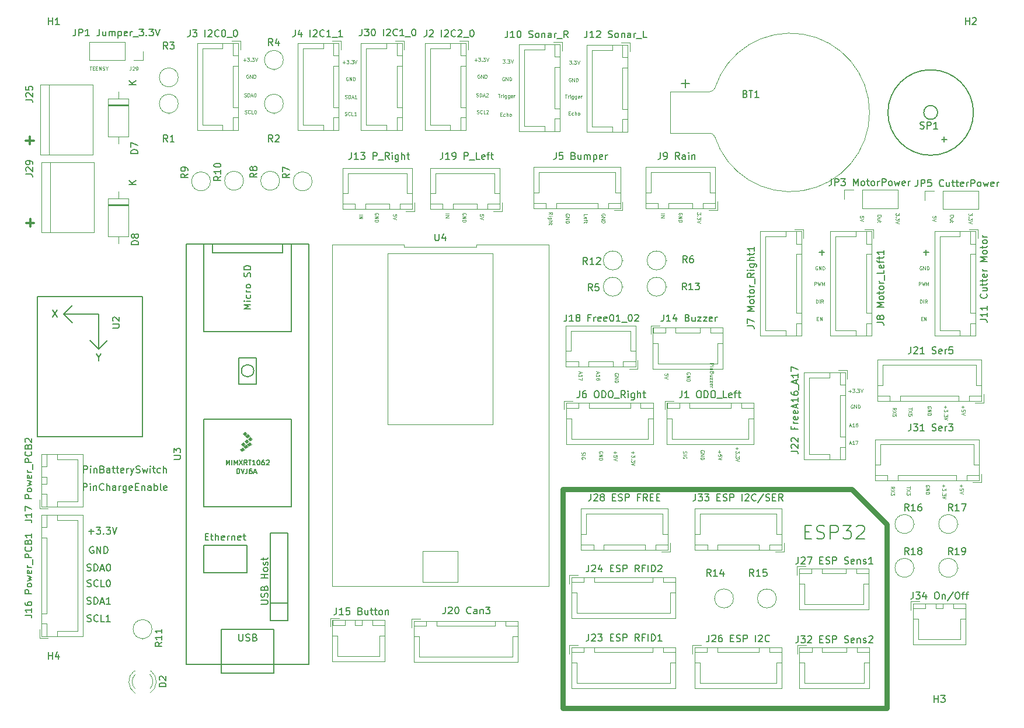
<source format=gto>
G04 #@! TF.GenerationSoftware,KiCad,Pcbnew,(5.1.9)-1*
G04 #@! TF.CreationDate,2021-07-22T20:13:58+02:00*
G04 #@! TF.ProjectId,Ardumower,41726475-6d6f-4776-9572-2e6b69636164,rev?*
G04 #@! TF.SameCoordinates,Original*
G04 #@! TF.FileFunction,Legend,Top*
G04 #@! TF.FilePolarity,Positive*
%FSLAX46Y46*%
G04 Gerber Fmt 4.6, Leading zero omitted, Abs format (unit mm)*
G04 Created by KiCad (PCBNEW (5.1.9)-1) date 2021-07-22 20:13:58*
%MOMM*%
%LPD*%
G01*
G04 APERTURE LIST*
%ADD10C,0.100000*%
%ADD11C,0.800000*%
%ADD12C,0.150000*%
%ADD13C,0.375000*%
%ADD14C,0.120000*%
%ADD15R,3.000000X3.000000*%
%ADD16C,3.000000*%
%ADD17O,1.700000X2.000000*%
%ADD18O,1.600000X1.600000*%
%ADD19C,1.600000*%
%ADD20O,1.700000X1.950000*%
%ADD21C,2.000000*%
%ADD22O,1.950000X1.700000*%
%ADD23O,2.000000X1.700000*%
%ADD24O,2.268000X1.524000*%
%ADD25C,6.400000*%
%ADD26C,3.600000*%
%ADD27O,1.700000X1.700000*%
%ADD28R,1.700000X1.700000*%
%ADD29R,1.600000X1.600000*%
%ADD30R,1.300000X1.300000*%
%ADD31C,1.300000*%
%ADD32O,2.200000X2.200000*%
%ADD33R,2.200000X2.200000*%
%ADD34C,1.800000*%
%ADD35R,1.800000X1.800000*%
G04 APERTURE END LIST*
D10*
X54205238Y-40366190D02*
X54205238Y-40723333D01*
X54181428Y-40794761D01*
X54133809Y-40842380D01*
X54062380Y-40866190D01*
X54014761Y-40866190D01*
X54419523Y-40413809D02*
X54443333Y-40390000D01*
X54490952Y-40366190D01*
X54610000Y-40366190D01*
X54657619Y-40390000D01*
X54681428Y-40413809D01*
X54705238Y-40461428D01*
X54705238Y-40509047D01*
X54681428Y-40580476D01*
X54395714Y-40866190D01*
X54705238Y-40866190D01*
X54943333Y-40866190D02*
X55038571Y-40866190D01*
X55086190Y-40842380D01*
X55110000Y-40818571D01*
X55157619Y-40747142D01*
X55181428Y-40651904D01*
X55181428Y-40461428D01*
X55157619Y-40413809D01*
X55133809Y-40390000D01*
X55086190Y-40366190D01*
X54990952Y-40366190D01*
X54943333Y-40390000D01*
X54919523Y-40413809D01*
X54895714Y-40461428D01*
X54895714Y-40580476D01*
X54919523Y-40628095D01*
X54943333Y-40651904D01*
X54990952Y-40675714D01*
X55086190Y-40675714D01*
X55133809Y-40651904D01*
X55157619Y-40628095D01*
X55181428Y-40580476D01*
X48220476Y-40366190D02*
X48506190Y-40366190D01*
X48363333Y-40866190D02*
X48363333Y-40366190D01*
X48672857Y-40604285D02*
X48839523Y-40604285D01*
X48910952Y-40866190D02*
X48672857Y-40866190D01*
X48672857Y-40366190D01*
X48910952Y-40366190D01*
X49125238Y-40604285D02*
X49291904Y-40604285D01*
X49363333Y-40866190D02*
X49125238Y-40866190D01*
X49125238Y-40366190D01*
X49363333Y-40366190D01*
X49577619Y-40866190D02*
X49577619Y-40366190D01*
X49863333Y-40866190D01*
X49863333Y-40366190D01*
X50077619Y-40842380D02*
X50149047Y-40866190D01*
X50268095Y-40866190D01*
X50315714Y-40842380D01*
X50339523Y-40818571D01*
X50363333Y-40770952D01*
X50363333Y-40723333D01*
X50339523Y-40675714D01*
X50315714Y-40651904D01*
X50268095Y-40628095D01*
X50172857Y-40604285D01*
X50125238Y-40580476D01*
X50101428Y-40556666D01*
X50077619Y-40509047D01*
X50077619Y-40461428D01*
X50101428Y-40413809D01*
X50125238Y-40390000D01*
X50172857Y-40366190D01*
X50291904Y-40366190D01*
X50363333Y-40390000D01*
X50672857Y-40628095D02*
X50672857Y-40866190D01*
X50506190Y-40366190D02*
X50672857Y-40628095D01*
X50839523Y-40366190D01*
D11*
X163830000Y-106680000D02*
X158750000Y-101600000D01*
X163830000Y-133350000D02*
X163830000Y-106680000D01*
X116840000Y-133350000D02*
X163830000Y-133350000D01*
X116840000Y-101600000D02*
X116840000Y-133350000D01*
X158750000Y-101600000D02*
X116840000Y-101600000D01*
D12*
X151924285Y-107807142D02*
X152590952Y-107807142D01*
X152876666Y-108854761D02*
X151924285Y-108854761D01*
X151924285Y-106854761D01*
X152876666Y-106854761D01*
X153638571Y-108759523D02*
X153924285Y-108854761D01*
X154400476Y-108854761D01*
X154590952Y-108759523D01*
X154686190Y-108664285D01*
X154781428Y-108473809D01*
X154781428Y-108283333D01*
X154686190Y-108092857D01*
X154590952Y-107997619D01*
X154400476Y-107902380D01*
X154019523Y-107807142D01*
X153829047Y-107711904D01*
X153733809Y-107616666D01*
X153638571Y-107426190D01*
X153638571Y-107235714D01*
X153733809Y-107045238D01*
X153829047Y-106950000D01*
X154019523Y-106854761D01*
X154495714Y-106854761D01*
X154781428Y-106950000D01*
X155638571Y-108854761D02*
X155638571Y-106854761D01*
X156400476Y-106854761D01*
X156590952Y-106950000D01*
X156686190Y-107045238D01*
X156781428Y-107235714D01*
X156781428Y-107521428D01*
X156686190Y-107711904D01*
X156590952Y-107807142D01*
X156400476Y-107902380D01*
X155638571Y-107902380D01*
X157448095Y-106854761D02*
X158686190Y-106854761D01*
X158019523Y-107616666D01*
X158305238Y-107616666D01*
X158495714Y-107711904D01*
X158590952Y-107807142D01*
X158686190Y-107997619D01*
X158686190Y-108473809D01*
X158590952Y-108664285D01*
X158495714Y-108759523D01*
X158305238Y-108854761D01*
X157733809Y-108854761D01*
X157543333Y-108759523D01*
X157448095Y-108664285D01*
X159448095Y-107045238D02*
X159543333Y-106950000D01*
X159733809Y-106854761D01*
X160210000Y-106854761D01*
X160400476Y-106950000D01*
X160495714Y-107045238D01*
X160590952Y-107235714D01*
X160590952Y-107426190D01*
X160495714Y-107711904D01*
X159352857Y-108854761D01*
X160590952Y-108854761D01*
D10*
X119296666Y-84621761D02*
X119296666Y-84859857D01*
X119153809Y-84574142D02*
X119653809Y-84740809D01*
X119153809Y-84907476D01*
X119153809Y-85336047D02*
X119153809Y-85050333D01*
X119153809Y-85193190D02*
X119653809Y-85193190D01*
X119582380Y-85145571D01*
X119534761Y-85097952D01*
X119510952Y-85050333D01*
X119653809Y-85502714D02*
X119653809Y-85836047D01*
X119153809Y-85621761D01*
X121836666Y-84621761D02*
X121836666Y-84859857D01*
X121693809Y-84574142D02*
X122193809Y-84740809D01*
X121693809Y-84907476D01*
X121693809Y-85336047D02*
X121693809Y-85050333D01*
X121693809Y-85193190D02*
X122193809Y-85193190D01*
X122122380Y-85145571D01*
X122074761Y-85097952D01*
X122050952Y-85050333D01*
X122193809Y-85764619D02*
X122193809Y-85669380D01*
X122170000Y-85621761D01*
X122146190Y-85597952D01*
X122074761Y-85550333D01*
X121979523Y-85526523D01*
X121789047Y-85526523D01*
X121741428Y-85550333D01*
X121717619Y-85574142D01*
X121693809Y-85621761D01*
X121693809Y-85717000D01*
X121717619Y-85764619D01*
X121741428Y-85788428D01*
X121789047Y-85812238D01*
X121908095Y-85812238D01*
X121955714Y-85788428D01*
X121979523Y-85764619D01*
X122003333Y-85717000D01*
X122003333Y-85621761D01*
X121979523Y-85574142D01*
X121955714Y-85550333D01*
X121908095Y-85526523D01*
X124837000Y-85090047D02*
X124860809Y-85042428D01*
X124860809Y-84971000D01*
X124837000Y-84899571D01*
X124789380Y-84851952D01*
X124741761Y-84828142D01*
X124646523Y-84804333D01*
X124575095Y-84804333D01*
X124479857Y-84828142D01*
X124432238Y-84851952D01*
X124384619Y-84899571D01*
X124360809Y-84971000D01*
X124360809Y-85018619D01*
X124384619Y-85090047D01*
X124408428Y-85113857D01*
X124575095Y-85113857D01*
X124575095Y-85018619D01*
X124360809Y-85328142D02*
X124860809Y-85328142D01*
X124360809Y-85613857D01*
X124860809Y-85613857D01*
X124360809Y-85851952D02*
X124860809Y-85851952D01*
X124860809Y-85971000D01*
X124837000Y-86042428D01*
X124789380Y-86090047D01*
X124741761Y-86113857D01*
X124646523Y-86137666D01*
X124575095Y-86137666D01*
X124479857Y-86113857D01*
X124432238Y-86090047D01*
X124384619Y-86042428D01*
X124360809Y-85971000D01*
X124360809Y-85851952D01*
X158408761Y-92412333D02*
X158646857Y-92412333D01*
X158361142Y-92555190D02*
X158527809Y-92055190D01*
X158694476Y-92555190D01*
X159123047Y-92555190D02*
X158837333Y-92555190D01*
X158980190Y-92555190D02*
X158980190Y-92055190D01*
X158932571Y-92126619D01*
X158884952Y-92174238D01*
X158837333Y-92198047D01*
X159551619Y-92055190D02*
X159456380Y-92055190D01*
X159408761Y-92079000D01*
X159384952Y-92102809D01*
X159337333Y-92174238D01*
X159313523Y-92269476D01*
X159313523Y-92459952D01*
X159337333Y-92507571D01*
X159361142Y-92531380D01*
X159408761Y-92555190D01*
X159504000Y-92555190D01*
X159551619Y-92531380D01*
X159575428Y-92507571D01*
X159599238Y-92459952D01*
X159599238Y-92340904D01*
X159575428Y-92293285D01*
X159551619Y-92269476D01*
X159504000Y-92245666D01*
X159408761Y-92245666D01*
X159361142Y-92269476D01*
X159337333Y-92293285D01*
X159313523Y-92340904D01*
X158408761Y-94952333D02*
X158646857Y-94952333D01*
X158361142Y-95095190D02*
X158527809Y-94595190D01*
X158694476Y-95095190D01*
X159123047Y-95095190D02*
X158837333Y-95095190D01*
X158980190Y-95095190D02*
X158980190Y-94595190D01*
X158932571Y-94666619D01*
X158884952Y-94714238D01*
X158837333Y-94738047D01*
X159289714Y-94595190D02*
X159623047Y-94595190D01*
X159408761Y-95095190D01*
X158877047Y-89412000D02*
X158829428Y-89388190D01*
X158758000Y-89388190D01*
X158686571Y-89412000D01*
X158638952Y-89459619D01*
X158615142Y-89507238D01*
X158591333Y-89602476D01*
X158591333Y-89673904D01*
X158615142Y-89769142D01*
X158638952Y-89816761D01*
X158686571Y-89864380D01*
X158758000Y-89888190D01*
X158805619Y-89888190D01*
X158877047Y-89864380D01*
X158900857Y-89840571D01*
X158900857Y-89673904D01*
X158805619Y-89673904D01*
X159115142Y-89888190D02*
X159115142Y-89388190D01*
X159400857Y-89888190D01*
X159400857Y-89388190D01*
X159638952Y-89888190D02*
X159638952Y-89388190D01*
X159758000Y-89388190D01*
X159829428Y-89412000D01*
X159877047Y-89459619D01*
X159900857Y-89507238D01*
X159924666Y-89602476D01*
X159924666Y-89673904D01*
X159900857Y-89769142D01*
X159877047Y-89816761D01*
X159829428Y-89864380D01*
X159758000Y-89888190D01*
X159638952Y-89888190D01*
X158258000Y-87411714D02*
X158638952Y-87411714D01*
X158448476Y-87602190D02*
X158448476Y-87221238D01*
X158829428Y-87102190D02*
X159138952Y-87102190D01*
X158972285Y-87292666D01*
X159043714Y-87292666D01*
X159091333Y-87316476D01*
X159115142Y-87340285D01*
X159138952Y-87387904D01*
X159138952Y-87506952D01*
X159115142Y-87554571D01*
X159091333Y-87578380D01*
X159043714Y-87602190D01*
X158900857Y-87602190D01*
X158853238Y-87578380D01*
X158829428Y-87554571D01*
X159353238Y-87554571D02*
X159377047Y-87578380D01*
X159353238Y-87602190D01*
X159329428Y-87578380D01*
X159353238Y-87554571D01*
X159353238Y-87602190D01*
X159543714Y-87102190D02*
X159853238Y-87102190D01*
X159686571Y-87292666D01*
X159758000Y-87292666D01*
X159805619Y-87316476D01*
X159829428Y-87340285D01*
X159853238Y-87387904D01*
X159853238Y-87506952D01*
X159829428Y-87554571D01*
X159805619Y-87578380D01*
X159758000Y-87602190D01*
X159615142Y-87602190D01*
X159567523Y-87578380D01*
X159543714Y-87554571D01*
X159996095Y-87102190D02*
X160162761Y-87602190D01*
X160329428Y-87102190D01*
X132099809Y-85121761D02*
X132099809Y-84883666D01*
X131861714Y-84859857D01*
X131885523Y-84883666D01*
X131909333Y-84931285D01*
X131909333Y-85050333D01*
X131885523Y-85097952D01*
X131861714Y-85121761D01*
X131814095Y-85145571D01*
X131695047Y-85145571D01*
X131647428Y-85121761D01*
X131623619Y-85097952D01*
X131599809Y-85050333D01*
X131599809Y-84931285D01*
X131623619Y-84883666D01*
X131647428Y-84859857D01*
X132099809Y-85288428D02*
X131599809Y-85455095D01*
X132099809Y-85621761D01*
X138203809Y-83363809D02*
X138703809Y-83363809D01*
X138703809Y-83554285D01*
X138680000Y-83601904D01*
X138656190Y-83625714D01*
X138608571Y-83649523D01*
X138537142Y-83649523D01*
X138489523Y-83625714D01*
X138465714Y-83601904D01*
X138441904Y-83554285D01*
X138441904Y-83363809D01*
X138203809Y-83863809D02*
X138537142Y-83863809D01*
X138703809Y-83863809D02*
X138680000Y-83840000D01*
X138656190Y-83863809D01*
X138680000Y-83887619D01*
X138703809Y-83863809D01*
X138656190Y-83863809D01*
X138537142Y-84101904D02*
X138203809Y-84101904D01*
X138489523Y-84101904D02*
X138513333Y-84125714D01*
X138537142Y-84173333D01*
X138537142Y-84244761D01*
X138513333Y-84292380D01*
X138465714Y-84316190D01*
X138203809Y-84316190D01*
X138465714Y-84720952D02*
X138441904Y-84792380D01*
X138418095Y-84816190D01*
X138370476Y-84840000D01*
X138299047Y-84840000D01*
X138251428Y-84816190D01*
X138227619Y-84792380D01*
X138203809Y-84744761D01*
X138203809Y-84554285D01*
X138703809Y-84554285D01*
X138703809Y-84720952D01*
X138680000Y-84768571D01*
X138656190Y-84792380D01*
X138608571Y-84816190D01*
X138560952Y-84816190D01*
X138513333Y-84792380D01*
X138489523Y-84768571D01*
X138465714Y-84720952D01*
X138465714Y-84554285D01*
X138537142Y-85268571D02*
X138203809Y-85268571D01*
X138537142Y-85054285D02*
X138275238Y-85054285D01*
X138227619Y-85078095D01*
X138203809Y-85125714D01*
X138203809Y-85197142D01*
X138227619Y-85244761D01*
X138251428Y-85268571D01*
X138537142Y-85459047D02*
X138537142Y-85720952D01*
X138203809Y-85459047D01*
X138203809Y-85720952D01*
X138537142Y-85863809D02*
X138537142Y-86125714D01*
X138203809Y-85863809D01*
X138203809Y-86125714D01*
X138227619Y-86506666D02*
X138203809Y-86459047D01*
X138203809Y-86363809D01*
X138227619Y-86316190D01*
X138275238Y-86292380D01*
X138465714Y-86292380D01*
X138513333Y-86316190D01*
X138537142Y-86363809D01*
X138537142Y-86459047D01*
X138513333Y-86506666D01*
X138465714Y-86530476D01*
X138418095Y-86530476D01*
X138370476Y-86292380D01*
X138203809Y-86744761D02*
X138537142Y-86744761D01*
X138441904Y-86744761D02*
X138489523Y-86768571D01*
X138513333Y-86792380D01*
X138537142Y-86840000D01*
X138537142Y-86887619D01*
X135251000Y-84963047D02*
X135274809Y-84915428D01*
X135274809Y-84844000D01*
X135251000Y-84772571D01*
X135203380Y-84724952D01*
X135155761Y-84701142D01*
X135060523Y-84677333D01*
X134989095Y-84677333D01*
X134893857Y-84701142D01*
X134846238Y-84724952D01*
X134798619Y-84772571D01*
X134774809Y-84844000D01*
X134774809Y-84891619D01*
X134798619Y-84963047D01*
X134822428Y-84986857D01*
X134989095Y-84986857D01*
X134989095Y-84891619D01*
X134774809Y-85201142D02*
X135274809Y-85201142D01*
X134774809Y-85486857D01*
X135274809Y-85486857D01*
X134774809Y-85724952D02*
X135274809Y-85724952D01*
X135274809Y-85844000D01*
X135251000Y-85915428D01*
X135203380Y-85963047D01*
X135155761Y-85986857D01*
X135060523Y-86010666D01*
X134989095Y-86010666D01*
X134893857Y-85986857D01*
X134846238Y-85963047D01*
X134798619Y-85915428D01*
X134774809Y-85844000D01*
X134774809Y-85724952D01*
X117752904Y-39477190D02*
X118062428Y-39477190D01*
X117895761Y-39667666D01*
X117967190Y-39667666D01*
X118014809Y-39691476D01*
X118038619Y-39715285D01*
X118062428Y-39762904D01*
X118062428Y-39881952D01*
X118038619Y-39929571D01*
X118014809Y-39953380D01*
X117967190Y-39977190D01*
X117824333Y-39977190D01*
X117776714Y-39953380D01*
X117752904Y-39929571D01*
X118276714Y-39929571D02*
X118300523Y-39953380D01*
X118276714Y-39977190D01*
X118252904Y-39953380D01*
X118276714Y-39929571D01*
X118276714Y-39977190D01*
X118467190Y-39477190D02*
X118776714Y-39477190D01*
X118610047Y-39667666D01*
X118681476Y-39667666D01*
X118729095Y-39691476D01*
X118752904Y-39715285D01*
X118776714Y-39762904D01*
X118776714Y-39881952D01*
X118752904Y-39929571D01*
X118729095Y-39953380D01*
X118681476Y-39977190D01*
X118538619Y-39977190D01*
X118491000Y-39953380D01*
X118467190Y-39929571D01*
X118919571Y-39477190D02*
X119086238Y-39977190D01*
X119252904Y-39477190D01*
X108100904Y-39350190D02*
X108410428Y-39350190D01*
X108243761Y-39540666D01*
X108315190Y-39540666D01*
X108362809Y-39564476D01*
X108386619Y-39588285D01*
X108410428Y-39635904D01*
X108410428Y-39754952D01*
X108386619Y-39802571D01*
X108362809Y-39826380D01*
X108315190Y-39850190D01*
X108172333Y-39850190D01*
X108124714Y-39826380D01*
X108100904Y-39802571D01*
X108624714Y-39802571D02*
X108648523Y-39826380D01*
X108624714Y-39850190D01*
X108600904Y-39826380D01*
X108624714Y-39802571D01*
X108624714Y-39850190D01*
X108815190Y-39350190D02*
X109124714Y-39350190D01*
X108958047Y-39540666D01*
X109029476Y-39540666D01*
X109077095Y-39564476D01*
X109100904Y-39588285D01*
X109124714Y-39635904D01*
X109124714Y-39754952D01*
X109100904Y-39802571D01*
X109077095Y-39826380D01*
X109029476Y-39850190D01*
X108886619Y-39850190D01*
X108839000Y-39826380D01*
X108815190Y-39802571D01*
X109267571Y-39350190D02*
X109434238Y-39850190D01*
X109600904Y-39350190D01*
X117983047Y-42041000D02*
X117935428Y-42017190D01*
X117864000Y-42017190D01*
X117792571Y-42041000D01*
X117744952Y-42088619D01*
X117721142Y-42136238D01*
X117697333Y-42231476D01*
X117697333Y-42302904D01*
X117721142Y-42398142D01*
X117744952Y-42445761D01*
X117792571Y-42493380D01*
X117864000Y-42517190D01*
X117911619Y-42517190D01*
X117983047Y-42493380D01*
X118006857Y-42469571D01*
X118006857Y-42302904D01*
X117911619Y-42302904D01*
X118221142Y-42517190D02*
X118221142Y-42017190D01*
X118506857Y-42517190D01*
X118506857Y-42017190D01*
X118744952Y-42517190D02*
X118744952Y-42017190D01*
X118864000Y-42017190D01*
X118935428Y-42041000D01*
X118983047Y-42088619D01*
X119006857Y-42136238D01*
X119030666Y-42231476D01*
X119030666Y-42302904D01*
X119006857Y-42398142D01*
X118983047Y-42445761D01*
X118935428Y-42493380D01*
X118864000Y-42517190D01*
X118744952Y-42517190D01*
X170961809Y-62261761D02*
X170961809Y-62023666D01*
X170723714Y-61999857D01*
X170747523Y-62023666D01*
X170771333Y-62071285D01*
X170771333Y-62190333D01*
X170747523Y-62237952D01*
X170723714Y-62261761D01*
X170676095Y-62285571D01*
X170557047Y-62285571D01*
X170509428Y-62261761D01*
X170485619Y-62237952D01*
X170461809Y-62190333D01*
X170461809Y-62071285D01*
X170485619Y-62023666D01*
X170509428Y-61999857D01*
X170961809Y-62428428D02*
X170461809Y-62595095D01*
X170961809Y-62761761D01*
X176168809Y-61618904D02*
X176168809Y-61928428D01*
X175978333Y-61761761D01*
X175978333Y-61833190D01*
X175954523Y-61880809D01*
X175930714Y-61904619D01*
X175883095Y-61928428D01*
X175764047Y-61928428D01*
X175716428Y-61904619D01*
X175692619Y-61880809D01*
X175668809Y-61833190D01*
X175668809Y-61690333D01*
X175692619Y-61642714D01*
X175716428Y-61618904D01*
X175716428Y-62142714D02*
X175692619Y-62166523D01*
X175668809Y-62142714D01*
X175692619Y-62118904D01*
X175716428Y-62142714D01*
X175668809Y-62142714D01*
X176168809Y-62333190D02*
X176168809Y-62642714D01*
X175978333Y-62476047D01*
X175978333Y-62547476D01*
X175954523Y-62595095D01*
X175930714Y-62618904D01*
X175883095Y-62642714D01*
X175764047Y-62642714D01*
X175716428Y-62618904D01*
X175692619Y-62595095D01*
X175668809Y-62547476D01*
X175668809Y-62404619D01*
X175692619Y-62357000D01*
X175716428Y-62333190D01*
X176168809Y-62785571D02*
X175668809Y-62952238D01*
X176168809Y-63118904D01*
X173501809Y-61926333D02*
X173501809Y-62021571D01*
X173478000Y-62069190D01*
X173430380Y-62116809D01*
X173335142Y-62140619D01*
X173168476Y-62140619D01*
X173073238Y-62116809D01*
X173025619Y-62069190D01*
X173001809Y-62021571D01*
X173001809Y-61926333D01*
X173025619Y-61878714D01*
X173073238Y-61831095D01*
X173168476Y-61807285D01*
X173335142Y-61807285D01*
X173430380Y-61831095D01*
X173478000Y-61878714D01*
X173501809Y-61926333D01*
X173335142Y-62569190D02*
X173001809Y-62569190D01*
X173335142Y-62354904D02*
X173073238Y-62354904D01*
X173025619Y-62378714D01*
X173001809Y-62426333D01*
X173001809Y-62497761D01*
X173025619Y-62545380D01*
X173049428Y-62569190D01*
X173335142Y-62735857D02*
X173335142Y-62926333D01*
X173501809Y-62807285D02*
X173073238Y-62807285D01*
X173025619Y-62831095D01*
X173001809Y-62878714D01*
X173001809Y-62926333D01*
X160420809Y-62261761D02*
X160420809Y-62023666D01*
X160182714Y-61999857D01*
X160206523Y-62023666D01*
X160230333Y-62071285D01*
X160230333Y-62190333D01*
X160206523Y-62237952D01*
X160182714Y-62261761D01*
X160135095Y-62285571D01*
X160016047Y-62285571D01*
X159968428Y-62261761D01*
X159944619Y-62237952D01*
X159920809Y-62190333D01*
X159920809Y-62071285D01*
X159944619Y-62023666D01*
X159968428Y-61999857D01*
X160420809Y-62428428D02*
X159920809Y-62595095D01*
X160420809Y-62761761D01*
X162960809Y-61926333D02*
X162960809Y-62021571D01*
X162937000Y-62069190D01*
X162889380Y-62116809D01*
X162794142Y-62140619D01*
X162627476Y-62140619D01*
X162532238Y-62116809D01*
X162484619Y-62069190D01*
X162460809Y-62021571D01*
X162460809Y-61926333D01*
X162484619Y-61878714D01*
X162532238Y-61831095D01*
X162627476Y-61807285D01*
X162794142Y-61807285D01*
X162889380Y-61831095D01*
X162937000Y-61878714D01*
X162960809Y-61926333D01*
X162794142Y-62569190D02*
X162460809Y-62569190D01*
X162794142Y-62354904D02*
X162532238Y-62354904D01*
X162484619Y-62378714D01*
X162460809Y-62426333D01*
X162460809Y-62497761D01*
X162484619Y-62545380D01*
X162508428Y-62569190D01*
X162794142Y-62735857D02*
X162794142Y-62926333D01*
X162960809Y-62807285D02*
X162532238Y-62807285D01*
X162484619Y-62831095D01*
X162460809Y-62878714D01*
X162460809Y-62926333D01*
X165627809Y-61618904D02*
X165627809Y-61928428D01*
X165437333Y-61761761D01*
X165437333Y-61833190D01*
X165413523Y-61880809D01*
X165389714Y-61904619D01*
X165342095Y-61928428D01*
X165223047Y-61928428D01*
X165175428Y-61904619D01*
X165151619Y-61880809D01*
X165127809Y-61833190D01*
X165127809Y-61690333D01*
X165151619Y-61642714D01*
X165175428Y-61618904D01*
X165175428Y-62142714D02*
X165151619Y-62166523D01*
X165127809Y-62142714D01*
X165151619Y-62118904D01*
X165175428Y-62142714D01*
X165127809Y-62142714D01*
X165627809Y-62333190D02*
X165627809Y-62642714D01*
X165437333Y-62476047D01*
X165437333Y-62547476D01*
X165413523Y-62595095D01*
X165389714Y-62618904D01*
X165342095Y-62642714D01*
X165223047Y-62642714D01*
X165175428Y-62618904D01*
X165151619Y-62595095D01*
X165127809Y-62547476D01*
X165127809Y-62404619D01*
X165151619Y-62357000D01*
X165175428Y-62333190D01*
X165627809Y-62785571D02*
X165127809Y-62952238D01*
X165627809Y-63118904D01*
X167454209Y-89824752D02*
X167454209Y-90110466D01*
X166954209Y-89967609D02*
X167454209Y-89967609D01*
X167454209Y-90229514D02*
X166954209Y-90562847D01*
X167454209Y-90562847D02*
X166954209Y-90229514D01*
X167454209Y-90991419D02*
X167454209Y-90753323D01*
X167216114Y-90729514D01*
X167239923Y-90753323D01*
X167263733Y-90800942D01*
X167263733Y-90919990D01*
X167239923Y-90967609D01*
X167216114Y-90991419D01*
X167168495Y-91015228D01*
X167049447Y-91015228D01*
X167001828Y-90991419D01*
X166978019Y-90967609D01*
X166954209Y-90919990D01*
X166954209Y-90800942D01*
X166978019Y-90753323D01*
X167001828Y-90729514D01*
X164668209Y-90122371D02*
X164906304Y-89955704D01*
X164668209Y-89836657D02*
X165168209Y-89836657D01*
X165168209Y-90027133D01*
X165144400Y-90074752D01*
X165120590Y-90098561D01*
X165072971Y-90122371D01*
X165001542Y-90122371D01*
X164953923Y-90098561D01*
X164930114Y-90074752D01*
X164906304Y-90027133D01*
X164906304Y-89836657D01*
X165168209Y-90289038D02*
X164668209Y-90622371D01*
X165168209Y-90622371D02*
X164668209Y-90289038D01*
X165168209Y-91050942D02*
X165168209Y-90812847D01*
X164930114Y-90789038D01*
X164953923Y-90812847D01*
X164977733Y-90860466D01*
X164977733Y-90979514D01*
X164953923Y-91027133D01*
X164930114Y-91050942D01*
X164882495Y-91074752D01*
X164763447Y-91074752D01*
X164715828Y-91050942D01*
X164692019Y-91027133D01*
X164668209Y-90979514D01*
X164668209Y-90860466D01*
X164692019Y-90812847D01*
X164715828Y-90789038D01*
X174815685Y-89523942D02*
X174815685Y-89904895D01*
X174625209Y-89714419D02*
X175006161Y-89714419D01*
X175125209Y-90381085D02*
X175125209Y-90142990D01*
X174887114Y-90119180D01*
X174910923Y-90142990D01*
X174934733Y-90190609D01*
X174934733Y-90309657D01*
X174910923Y-90357276D01*
X174887114Y-90381085D01*
X174839495Y-90404895D01*
X174720447Y-90404895D01*
X174672828Y-90381085D01*
X174649019Y-90357276D01*
X174625209Y-90309657D01*
X174625209Y-90190609D01*
X174649019Y-90142990D01*
X174672828Y-90119180D01*
X175125209Y-90547752D02*
X174625209Y-90714419D01*
X175125209Y-90881085D01*
X172295685Y-89526800D02*
X172295685Y-89907752D01*
X172105209Y-89717276D02*
X172486161Y-89717276D01*
X172605209Y-90098228D02*
X172605209Y-90407752D01*
X172414733Y-90241085D01*
X172414733Y-90312514D01*
X172390923Y-90360133D01*
X172367114Y-90383942D01*
X172319495Y-90407752D01*
X172200447Y-90407752D01*
X172152828Y-90383942D01*
X172129019Y-90360133D01*
X172105209Y-90312514D01*
X172105209Y-90169657D01*
X172129019Y-90122038D01*
X172152828Y-90098228D01*
X172152828Y-90622038D02*
X172129019Y-90645847D01*
X172105209Y-90622038D01*
X172129019Y-90598228D01*
X172152828Y-90622038D01*
X172105209Y-90622038D01*
X172605209Y-90812514D02*
X172605209Y-91122038D01*
X172414733Y-90955371D01*
X172414733Y-91026800D01*
X172390923Y-91074419D01*
X172367114Y-91098228D01*
X172319495Y-91122038D01*
X172200447Y-91122038D01*
X172152828Y-91098228D01*
X172129019Y-91074419D01*
X172105209Y-91026800D01*
X172105209Y-90883942D01*
X172129019Y-90836323D01*
X172152828Y-90812514D01*
X172605209Y-91264895D02*
X172105209Y-91431561D01*
X172605209Y-91598228D01*
X170191400Y-89875847D02*
X170215209Y-89828228D01*
X170215209Y-89756800D01*
X170191400Y-89685371D01*
X170143780Y-89637752D01*
X170096161Y-89613942D01*
X170000923Y-89590133D01*
X169929495Y-89590133D01*
X169834257Y-89613942D01*
X169786638Y-89637752D01*
X169739019Y-89685371D01*
X169715209Y-89756800D01*
X169715209Y-89804419D01*
X169739019Y-89875847D01*
X169762828Y-89899657D01*
X169929495Y-89899657D01*
X169929495Y-89804419D01*
X169715209Y-90113942D02*
X170215209Y-90113942D01*
X169715209Y-90399657D01*
X170215209Y-90399657D01*
X169715209Y-90637752D02*
X170215209Y-90637752D01*
X170215209Y-90756800D01*
X170191400Y-90828228D01*
X170143780Y-90875847D01*
X170096161Y-90899657D01*
X170000923Y-90923466D01*
X169929495Y-90923466D01*
X169834257Y-90899657D01*
X169786638Y-90875847D01*
X169739019Y-90828228D01*
X169715209Y-90756800D01*
X169715209Y-90637752D01*
D12*
X47292380Y-101798380D02*
X47292380Y-100798380D01*
X47673333Y-100798380D01*
X47768571Y-100846000D01*
X47816190Y-100893619D01*
X47863809Y-100988857D01*
X47863809Y-101131714D01*
X47816190Y-101226952D01*
X47768571Y-101274571D01*
X47673333Y-101322190D01*
X47292380Y-101322190D01*
X48292380Y-101798380D02*
X48292380Y-101131714D01*
X48292380Y-100798380D02*
X48244761Y-100846000D01*
X48292380Y-100893619D01*
X48340000Y-100846000D01*
X48292380Y-100798380D01*
X48292380Y-100893619D01*
X48768571Y-101131714D02*
X48768571Y-101798380D01*
X48768571Y-101226952D02*
X48816190Y-101179333D01*
X48911428Y-101131714D01*
X49054285Y-101131714D01*
X49149523Y-101179333D01*
X49197142Y-101274571D01*
X49197142Y-101798380D01*
X50244761Y-101703142D02*
X50197142Y-101750761D01*
X50054285Y-101798380D01*
X49959047Y-101798380D01*
X49816190Y-101750761D01*
X49720952Y-101655523D01*
X49673333Y-101560285D01*
X49625714Y-101369809D01*
X49625714Y-101226952D01*
X49673333Y-101036476D01*
X49720952Y-100941238D01*
X49816190Y-100846000D01*
X49959047Y-100798380D01*
X50054285Y-100798380D01*
X50197142Y-100846000D01*
X50244761Y-100893619D01*
X50673333Y-101798380D02*
X50673333Y-100798380D01*
X51101904Y-101798380D02*
X51101904Y-101274571D01*
X51054285Y-101179333D01*
X50959047Y-101131714D01*
X50816190Y-101131714D01*
X50720952Y-101179333D01*
X50673333Y-101226952D01*
X52006666Y-101798380D02*
X52006666Y-101274571D01*
X51959047Y-101179333D01*
X51863809Y-101131714D01*
X51673333Y-101131714D01*
X51578095Y-101179333D01*
X52006666Y-101750761D02*
X51911428Y-101798380D01*
X51673333Y-101798380D01*
X51578095Y-101750761D01*
X51530476Y-101655523D01*
X51530476Y-101560285D01*
X51578095Y-101465047D01*
X51673333Y-101417428D01*
X51911428Y-101417428D01*
X52006666Y-101369809D01*
X52482857Y-101798380D02*
X52482857Y-101131714D01*
X52482857Y-101322190D02*
X52530476Y-101226952D01*
X52578095Y-101179333D01*
X52673333Y-101131714D01*
X52768571Y-101131714D01*
X53530476Y-101131714D02*
X53530476Y-101941238D01*
X53482857Y-102036476D01*
X53435238Y-102084095D01*
X53340000Y-102131714D01*
X53197142Y-102131714D01*
X53101904Y-102084095D01*
X53530476Y-101750761D02*
X53435238Y-101798380D01*
X53244761Y-101798380D01*
X53149523Y-101750761D01*
X53101904Y-101703142D01*
X53054285Y-101607904D01*
X53054285Y-101322190D01*
X53101904Y-101226952D01*
X53149523Y-101179333D01*
X53244761Y-101131714D01*
X53435238Y-101131714D01*
X53530476Y-101179333D01*
X54387619Y-101750761D02*
X54292380Y-101798380D01*
X54101904Y-101798380D01*
X54006666Y-101750761D01*
X53959047Y-101655523D01*
X53959047Y-101274571D01*
X54006666Y-101179333D01*
X54101904Y-101131714D01*
X54292380Y-101131714D01*
X54387619Y-101179333D01*
X54435238Y-101274571D01*
X54435238Y-101369809D01*
X53959047Y-101465047D01*
X54863809Y-101274571D02*
X55197142Y-101274571D01*
X55340000Y-101798380D02*
X54863809Y-101798380D01*
X54863809Y-100798380D01*
X55340000Y-100798380D01*
X55768571Y-101131714D02*
X55768571Y-101798380D01*
X55768571Y-101226952D02*
X55816190Y-101179333D01*
X55911428Y-101131714D01*
X56054285Y-101131714D01*
X56149523Y-101179333D01*
X56197142Y-101274571D01*
X56197142Y-101798380D01*
X57101904Y-101798380D02*
X57101904Y-101274571D01*
X57054285Y-101179333D01*
X56959047Y-101131714D01*
X56768571Y-101131714D01*
X56673333Y-101179333D01*
X57101904Y-101750761D02*
X57006666Y-101798380D01*
X56768571Y-101798380D01*
X56673333Y-101750761D01*
X56625714Y-101655523D01*
X56625714Y-101560285D01*
X56673333Y-101465047D01*
X56768571Y-101417428D01*
X57006666Y-101417428D01*
X57101904Y-101369809D01*
X57578095Y-101798380D02*
X57578095Y-100798380D01*
X57578095Y-101179333D02*
X57673333Y-101131714D01*
X57863809Y-101131714D01*
X57959047Y-101179333D01*
X58006666Y-101226952D01*
X58054285Y-101322190D01*
X58054285Y-101607904D01*
X58006666Y-101703142D01*
X57959047Y-101750761D01*
X57863809Y-101798380D01*
X57673333Y-101798380D01*
X57578095Y-101750761D01*
X58625714Y-101798380D02*
X58530476Y-101750761D01*
X58482857Y-101655523D01*
X58482857Y-100798380D01*
X59387619Y-101750761D02*
X59292380Y-101798380D01*
X59101904Y-101798380D01*
X59006666Y-101750761D01*
X58959047Y-101655523D01*
X58959047Y-101274571D01*
X59006666Y-101179333D01*
X59101904Y-101131714D01*
X59292380Y-101131714D01*
X59387619Y-101179333D01*
X59435238Y-101274571D01*
X59435238Y-101369809D01*
X58959047Y-101465047D01*
X47340000Y-99258380D02*
X47340000Y-98258380D01*
X47720952Y-98258380D01*
X47816190Y-98306000D01*
X47863809Y-98353619D01*
X47911428Y-98448857D01*
X47911428Y-98591714D01*
X47863809Y-98686952D01*
X47816190Y-98734571D01*
X47720952Y-98782190D01*
X47340000Y-98782190D01*
X48340000Y-99258380D02*
X48340000Y-98591714D01*
X48340000Y-98258380D02*
X48292380Y-98306000D01*
X48340000Y-98353619D01*
X48387619Y-98306000D01*
X48340000Y-98258380D01*
X48340000Y-98353619D01*
X48816190Y-98591714D02*
X48816190Y-99258380D01*
X48816190Y-98686952D02*
X48863809Y-98639333D01*
X48959047Y-98591714D01*
X49101904Y-98591714D01*
X49197142Y-98639333D01*
X49244761Y-98734571D01*
X49244761Y-99258380D01*
X50054285Y-98734571D02*
X50197142Y-98782190D01*
X50244761Y-98829809D01*
X50292380Y-98925047D01*
X50292380Y-99067904D01*
X50244761Y-99163142D01*
X50197142Y-99210761D01*
X50101904Y-99258380D01*
X49720952Y-99258380D01*
X49720952Y-98258380D01*
X50054285Y-98258380D01*
X50149523Y-98306000D01*
X50197142Y-98353619D01*
X50244761Y-98448857D01*
X50244761Y-98544095D01*
X50197142Y-98639333D01*
X50149523Y-98686952D01*
X50054285Y-98734571D01*
X49720952Y-98734571D01*
X51149523Y-99258380D02*
X51149523Y-98734571D01*
X51101904Y-98639333D01*
X51006666Y-98591714D01*
X50816190Y-98591714D01*
X50720952Y-98639333D01*
X51149523Y-99210761D02*
X51054285Y-99258380D01*
X50816190Y-99258380D01*
X50720952Y-99210761D01*
X50673333Y-99115523D01*
X50673333Y-99020285D01*
X50720952Y-98925047D01*
X50816190Y-98877428D01*
X51054285Y-98877428D01*
X51149523Y-98829809D01*
X51482857Y-98591714D02*
X51863809Y-98591714D01*
X51625714Y-98258380D02*
X51625714Y-99115523D01*
X51673333Y-99210761D01*
X51768571Y-99258380D01*
X51863809Y-99258380D01*
X52054285Y-98591714D02*
X52435238Y-98591714D01*
X52197142Y-98258380D02*
X52197142Y-99115523D01*
X52244761Y-99210761D01*
X52340000Y-99258380D01*
X52435238Y-99258380D01*
X53149523Y-99210761D02*
X53054285Y-99258380D01*
X52863809Y-99258380D01*
X52768571Y-99210761D01*
X52720952Y-99115523D01*
X52720952Y-98734571D01*
X52768571Y-98639333D01*
X52863809Y-98591714D01*
X53054285Y-98591714D01*
X53149523Y-98639333D01*
X53197142Y-98734571D01*
X53197142Y-98829809D01*
X52720952Y-98925047D01*
X53625714Y-99258380D02*
X53625714Y-98591714D01*
X53625714Y-98782190D02*
X53673333Y-98686952D01*
X53720952Y-98639333D01*
X53816190Y-98591714D01*
X53911428Y-98591714D01*
X54149523Y-98591714D02*
X54387619Y-99258380D01*
X54625714Y-98591714D02*
X54387619Y-99258380D01*
X54292380Y-99496476D01*
X54244761Y-99544095D01*
X54149523Y-99591714D01*
X54959047Y-99210761D02*
X55101904Y-99258380D01*
X55340000Y-99258380D01*
X55435238Y-99210761D01*
X55482857Y-99163142D01*
X55530476Y-99067904D01*
X55530476Y-98972666D01*
X55482857Y-98877428D01*
X55435238Y-98829809D01*
X55340000Y-98782190D01*
X55149523Y-98734571D01*
X55054285Y-98686952D01*
X55006666Y-98639333D01*
X54959047Y-98544095D01*
X54959047Y-98448857D01*
X55006666Y-98353619D01*
X55054285Y-98306000D01*
X55149523Y-98258380D01*
X55387619Y-98258380D01*
X55530476Y-98306000D01*
X55863809Y-98591714D02*
X56054285Y-99258380D01*
X56244761Y-98782190D01*
X56435238Y-99258380D01*
X56625714Y-98591714D01*
X57006666Y-99258380D02*
X57006666Y-98591714D01*
X57006666Y-98258380D02*
X56959047Y-98306000D01*
X57006666Y-98353619D01*
X57054285Y-98306000D01*
X57006666Y-98258380D01*
X57006666Y-98353619D01*
X57340000Y-98591714D02*
X57720952Y-98591714D01*
X57482857Y-98258380D02*
X57482857Y-99115523D01*
X57530476Y-99210761D01*
X57625714Y-99258380D01*
X57720952Y-99258380D01*
X58482857Y-99210761D02*
X58387619Y-99258380D01*
X58197142Y-99258380D01*
X58101904Y-99210761D01*
X58054285Y-99163142D01*
X58006666Y-99067904D01*
X58006666Y-98782190D01*
X58054285Y-98686952D01*
X58101904Y-98639333D01*
X58197142Y-98591714D01*
X58387619Y-98591714D01*
X58482857Y-98639333D01*
X58911428Y-99258380D02*
X58911428Y-98258380D01*
X59339999Y-99258380D02*
X59339999Y-98734571D01*
X59292380Y-98639333D01*
X59197142Y-98591714D01*
X59054285Y-98591714D01*
X58959047Y-98639333D01*
X58911428Y-98686952D01*
D10*
X139537285Y-96000942D02*
X139537285Y-96381895D01*
X139346809Y-96191419D02*
X139727761Y-96191419D01*
X139846809Y-96858085D02*
X139846809Y-96619990D01*
X139608714Y-96596180D01*
X139632523Y-96619990D01*
X139656333Y-96667609D01*
X139656333Y-96786657D01*
X139632523Y-96834276D01*
X139608714Y-96858085D01*
X139561095Y-96881895D01*
X139442047Y-96881895D01*
X139394428Y-96858085D01*
X139370619Y-96834276D01*
X139346809Y-96786657D01*
X139346809Y-96667609D01*
X139370619Y-96619990D01*
X139394428Y-96596180D01*
X139846809Y-97024752D02*
X139346809Y-97191419D01*
X139846809Y-97358085D01*
X142077285Y-95520000D02*
X142077285Y-95900952D01*
X141886809Y-95710476D02*
X142267761Y-95710476D01*
X142386809Y-96091428D02*
X142386809Y-96400952D01*
X142196333Y-96234285D01*
X142196333Y-96305714D01*
X142172523Y-96353333D01*
X142148714Y-96377142D01*
X142101095Y-96400952D01*
X141982047Y-96400952D01*
X141934428Y-96377142D01*
X141910619Y-96353333D01*
X141886809Y-96305714D01*
X141886809Y-96162857D01*
X141910619Y-96115238D01*
X141934428Y-96091428D01*
X141934428Y-96615238D02*
X141910619Y-96639047D01*
X141886809Y-96615238D01*
X141910619Y-96591428D01*
X141934428Y-96615238D01*
X141886809Y-96615238D01*
X142386809Y-96805714D02*
X142386809Y-97115238D01*
X142196333Y-96948571D01*
X142196333Y-97020000D01*
X142172523Y-97067619D01*
X142148714Y-97091428D01*
X142101095Y-97115238D01*
X141982047Y-97115238D01*
X141934428Y-97091428D01*
X141910619Y-97067619D01*
X141886809Y-97020000D01*
X141886809Y-96877142D01*
X141910619Y-96829523D01*
X141934428Y-96805714D01*
X142386809Y-97258095D02*
X141886809Y-97424761D01*
X142386809Y-97591428D01*
X134290619Y-96135095D02*
X134266809Y-96206523D01*
X134266809Y-96325571D01*
X134290619Y-96373190D01*
X134314428Y-96397000D01*
X134362047Y-96420809D01*
X134409666Y-96420809D01*
X134457285Y-96397000D01*
X134481095Y-96373190D01*
X134504904Y-96325571D01*
X134528714Y-96230333D01*
X134552523Y-96182714D01*
X134576333Y-96158904D01*
X134623952Y-96135095D01*
X134671571Y-96135095D01*
X134719190Y-96158904D01*
X134743000Y-96182714D01*
X134766809Y-96230333D01*
X134766809Y-96349380D01*
X134743000Y-96420809D01*
X134266809Y-96635095D02*
X134766809Y-96635095D01*
X134743000Y-97135095D02*
X134766809Y-97087476D01*
X134766809Y-97016047D01*
X134743000Y-96944619D01*
X134695380Y-96897000D01*
X134647761Y-96873190D01*
X134552523Y-96849380D01*
X134481095Y-96849380D01*
X134385857Y-96873190D01*
X134338238Y-96897000D01*
X134290619Y-96944619D01*
X134266809Y-97016047D01*
X134266809Y-97063666D01*
X134290619Y-97135095D01*
X134314428Y-97158904D01*
X134481095Y-97158904D01*
X134481095Y-97063666D01*
X137283000Y-96266047D02*
X137306809Y-96218428D01*
X137306809Y-96147000D01*
X137283000Y-96075571D01*
X137235380Y-96027952D01*
X137187761Y-96004142D01*
X137092523Y-95980333D01*
X137021095Y-95980333D01*
X136925857Y-96004142D01*
X136878238Y-96027952D01*
X136830619Y-96075571D01*
X136806809Y-96147000D01*
X136806809Y-96194619D01*
X136830619Y-96266047D01*
X136854428Y-96289857D01*
X137021095Y-96289857D01*
X137021095Y-96194619D01*
X136806809Y-96504142D02*
X137306809Y-96504142D01*
X136806809Y-96789857D01*
X137306809Y-96789857D01*
X136806809Y-97027952D02*
X137306809Y-97027952D01*
X137306809Y-97147000D01*
X137283000Y-97218428D01*
X137235380Y-97266047D01*
X137187761Y-97289857D01*
X137092523Y-97313666D01*
X137021095Y-97313666D01*
X136925857Y-97289857D01*
X136878238Y-97266047D01*
X136830619Y-97218428D01*
X136806809Y-97147000D01*
X136806809Y-97027952D01*
X126956685Y-96130800D02*
X126956685Y-96511752D01*
X126766209Y-96321276D02*
X127147161Y-96321276D01*
X127266209Y-96702228D02*
X127266209Y-97011752D01*
X127075733Y-96845085D01*
X127075733Y-96916514D01*
X127051923Y-96964133D01*
X127028114Y-96987942D01*
X126980495Y-97011752D01*
X126861447Y-97011752D01*
X126813828Y-96987942D01*
X126790019Y-96964133D01*
X126766209Y-96916514D01*
X126766209Y-96773657D01*
X126790019Y-96726038D01*
X126813828Y-96702228D01*
X126813828Y-97226038D02*
X126790019Y-97249847D01*
X126766209Y-97226038D01*
X126790019Y-97202228D01*
X126813828Y-97226038D01*
X126766209Y-97226038D01*
X127266209Y-97416514D02*
X127266209Y-97726038D01*
X127075733Y-97559371D01*
X127075733Y-97630800D01*
X127051923Y-97678419D01*
X127028114Y-97702228D01*
X126980495Y-97726038D01*
X126861447Y-97726038D01*
X126813828Y-97702228D01*
X126790019Y-97678419D01*
X126766209Y-97630800D01*
X126766209Y-97487942D01*
X126790019Y-97440323D01*
X126813828Y-97416514D01*
X127266209Y-97868895D02*
X126766209Y-98035561D01*
X127266209Y-98202228D01*
X124396685Y-96127942D02*
X124396685Y-96508895D01*
X124206209Y-96318419D02*
X124587161Y-96318419D01*
X124706209Y-96985085D02*
X124706209Y-96746990D01*
X124468114Y-96723180D01*
X124491923Y-96746990D01*
X124515733Y-96794609D01*
X124515733Y-96913657D01*
X124491923Y-96961276D01*
X124468114Y-96985085D01*
X124420495Y-97008895D01*
X124301447Y-97008895D01*
X124253828Y-96985085D01*
X124230019Y-96961276D01*
X124206209Y-96913657D01*
X124206209Y-96794609D01*
X124230019Y-96746990D01*
X124253828Y-96723180D01*
X124706209Y-97151752D02*
X124206209Y-97318419D01*
X124706209Y-97485085D01*
X119558619Y-96262095D02*
X119534809Y-96333523D01*
X119534809Y-96452571D01*
X119558619Y-96500190D01*
X119582428Y-96524000D01*
X119630047Y-96547809D01*
X119677666Y-96547809D01*
X119725285Y-96524000D01*
X119749095Y-96500190D01*
X119772904Y-96452571D01*
X119796714Y-96357333D01*
X119820523Y-96309714D01*
X119844333Y-96285904D01*
X119891952Y-96262095D01*
X119939571Y-96262095D01*
X119987190Y-96285904D01*
X120011000Y-96309714D01*
X120034809Y-96357333D01*
X120034809Y-96476380D01*
X120011000Y-96547809D01*
X119534809Y-96762095D02*
X120034809Y-96762095D01*
X120011000Y-97262095D02*
X120034809Y-97214476D01*
X120034809Y-97143047D01*
X120011000Y-97071619D01*
X119963380Y-97024000D01*
X119915761Y-97000190D01*
X119820523Y-96976380D01*
X119749095Y-96976380D01*
X119653857Y-97000190D01*
X119606238Y-97024000D01*
X119558619Y-97071619D01*
X119534809Y-97143047D01*
X119534809Y-97190666D01*
X119558619Y-97262095D01*
X119582428Y-97285904D01*
X119749095Y-97285904D01*
X119749095Y-97190666D01*
X122551000Y-96393047D02*
X122574809Y-96345428D01*
X122574809Y-96274000D01*
X122551000Y-96202571D01*
X122503380Y-96154952D01*
X122455761Y-96131142D01*
X122360523Y-96107333D01*
X122289095Y-96107333D01*
X122193857Y-96131142D01*
X122146238Y-96154952D01*
X122098619Y-96202571D01*
X122074809Y-96274000D01*
X122074809Y-96321619D01*
X122098619Y-96393047D01*
X122122428Y-96416857D01*
X122289095Y-96416857D01*
X122289095Y-96321619D01*
X122074809Y-96631142D02*
X122574809Y-96631142D01*
X122074809Y-96916857D01*
X122574809Y-96916857D01*
X122074809Y-97154952D02*
X122574809Y-97154952D01*
X122574809Y-97274000D01*
X122551000Y-97345428D01*
X122503380Y-97393047D01*
X122455761Y-97416857D01*
X122360523Y-97440666D01*
X122289095Y-97440666D01*
X122193857Y-97416857D01*
X122146238Y-97393047D01*
X122098619Y-97345428D01*
X122074809Y-97274000D01*
X122074809Y-97154952D01*
X168664000Y-74648190D02*
X168664000Y-74148190D01*
X168783047Y-74148190D01*
X168854476Y-74172000D01*
X168902095Y-74219619D01*
X168925904Y-74267238D01*
X168949714Y-74362476D01*
X168949714Y-74433904D01*
X168925904Y-74529142D01*
X168902095Y-74576761D01*
X168854476Y-74624380D01*
X168783047Y-74648190D01*
X168664000Y-74648190D01*
X169164000Y-74648190D02*
X169164000Y-74148190D01*
X169687809Y-74648190D02*
X169521142Y-74410095D01*
X169402095Y-74648190D02*
X169402095Y-74148190D01*
X169592571Y-74148190D01*
X169640190Y-74172000D01*
X169664000Y-74195809D01*
X169687809Y-74243428D01*
X169687809Y-74314857D01*
X169664000Y-74362476D01*
X169640190Y-74386285D01*
X169592571Y-74410095D01*
X169402095Y-74410095D01*
X168794952Y-76926285D02*
X168961619Y-76926285D01*
X169033047Y-77188190D02*
X168794952Y-77188190D01*
X168794952Y-76688190D01*
X169033047Y-76688190D01*
X169247333Y-77188190D02*
X169247333Y-76688190D01*
X169533047Y-77188190D01*
X169533047Y-76688190D01*
D12*
X169139847Y-67262028D02*
X169901752Y-67262028D01*
X169520800Y-67642980D02*
X169520800Y-66881076D01*
D10*
X168869847Y-69330600D02*
X168822228Y-69306790D01*
X168750800Y-69306790D01*
X168679371Y-69330600D01*
X168631752Y-69378219D01*
X168607942Y-69425838D01*
X168584133Y-69521076D01*
X168584133Y-69592504D01*
X168607942Y-69687742D01*
X168631752Y-69735361D01*
X168679371Y-69782980D01*
X168750800Y-69806790D01*
X168798419Y-69806790D01*
X168869847Y-69782980D01*
X168893657Y-69759171D01*
X168893657Y-69592504D01*
X168798419Y-69592504D01*
X169107942Y-69806790D02*
X169107942Y-69306790D01*
X169393657Y-69806790D01*
X169393657Y-69306790D01*
X169631752Y-69806790D02*
X169631752Y-69306790D01*
X169750800Y-69306790D01*
X169822228Y-69330600D01*
X169869847Y-69378219D01*
X169893657Y-69425838D01*
X169917466Y-69521076D01*
X169917466Y-69592504D01*
X169893657Y-69687742D01*
X169869847Y-69735361D01*
X169822228Y-69782980D01*
X169750800Y-69806790D01*
X169631752Y-69806790D01*
X168461619Y-72108190D02*
X168461619Y-71608190D01*
X168652095Y-71608190D01*
X168699714Y-71632000D01*
X168723523Y-71655809D01*
X168747333Y-71703428D01*
X168747333Y-71774857D01*
X168723523Y-71822476D01*
X168699714Y-71846285D01*
X168652095Y-71870095D01*
X168461619Y-71870095D01*
X168914000Y-71608190D02*
X169033047Y-72108190D01*
X169128285Y-71751047D01*
X169223523Y-72108190D01*
X169342571Y-71608190D01*
X169533047Y-72108190D02*
X169533047Y-71608190D01*
X169699714Y-71965333D01*
X169866380Y-71608190D01*
X169866380Y-72108190D01*
X153551000Y-74648190D02*
X153551000Y-74148190D01*
X153670047Y-74148190D01*
X153741476Y-74172000D01*
X153789095Y-74219619D01*
X153812904Y-74267238D01*
X153836714Y-74362476D01*
X153836714Y-74433904D01*
X153812904Y-74529142D01*
X153789095Y-74576761D01*
X153741476Y-74624380D01*
X153670047Y-74648190D01*
X153551000Y-74648190D01*
X154051000Y-74648190D02*
X154051000Y-74148190D01*
X154574809Y-74648190D02*
X154408142Y-74410095D01*
X154289095Y-74648190D02*
X154289095Y-74148190D01*
X154479571Y-74148190D01*
X154527190Y-74172000D01*
X154551000Y-74195809D01*
X154574809Y-74243428D01*
X154574809Y-74314857D01*
X154551000Y-74362476D01*
X154527190Y-74386285D01*
X154479571Y-74410095D01*
X154289095Y-74410095D01*
X153681952Y-76926285D02*
X153848619Y-76926285D01*
X153920047Y-77188190D02*
X153681952Y-77188190D01*
X153681952Y-76688190D01*
X153920047Y-76688190D01*
X154134333Y-77188190D02*
X154134333Y-76688190D01*
X154420047Y-77188190D01*
X154420047Y-76688190D01*
D12*
X154026847Y-67262028D02*
X154788752Y-67262028D01*
X154407800Y-67642980D02*
X154407800Y-66881076D01*
D10*
X153348619Y-72108190D02*
X153348619Y-71608190D01*
X153539095Y-71608190D01*
X153586714Y-71632000D01*
X153610523Y-71655809D01*
X153634333Y-71703428D01*
X153634333Y-71774857D01*
X153610523Y-71822476D01*
X153586714Y-71846285D01*
X153539095Y-71870095D01*
X153348619Y-71870095D01*
X153801000Y-71608190D02*
X153920047Y-72108190D01*
X154015285Y-71751047D01*
X154110523Y-72108190D01*
X154229571Y-71608190D01*
X154420047Y-72108190D02*
X154420047Y-71608190D01*
X154586714Y-71965333D01*
X154753380Y-71608190D01*
X154753380Y-72108190D01*
X153756847Y-69330600D02*
X153709228Y-69306790D01*
X153637800Y-69306790D01*
X153566371Y-69330600D01*
X153518752Y-69378219D01*
X153494942Y-69425838D01*
X153471133Y-69521076D01*
X153471133Y-69592504D01*
X153494942Y-69687742D01*
X153518752Y-69735361D01*
X153566371Y-69782980D01*
X153637800Y-69806790D01*
X153685419Y-69806790D01*
X153756847Y-69782980D01*
X153780657Y-69759171D01*
X153780657Y-69592504D01*
X153685419Y-69592504D01*
X153994942Y-69806790D02*
X153994942Y-69306790D01*
X154280657Y-69806790D01*
X154280657Y-69306790D01*
X154518752Y-69806790D02*
X154518752Y-69306790D01*
X154637800Y-69306790D01*
X154709228Y-69330600D01*
X154756847Y-69378219D01*
X154780657Y-69425838D01*
X154804466Y-69521076D01*
X154804466Y-69592504D01*
X154780657Y-69687742D01*
X154756847Y-69735361D01*
X154709228Y-69782980D01*
X154637800Y-69806790D01*
X154518752Y-69806790D01*
X104759047Y-41540000D02*
X104711428Y-41516190D01*
X104640000Y-41516190D01*
X104568571Y-41540000D01*
X104520952Y-41587619D01*
X104497142Y-41635238D01*
X104473333Y-41730476D01*
X104473333Y-41801904D01*
X104497142Y-41897142D01*
X104520952Y-41944761D01*
X104568571Y-41992380D01*
X104640000Y-42016190D01*
X104687619Y-42016190D01*
X104759047Y-41992380D01*
X104782857Y-41968571D01*
X104782857Y-41801904D01*
X104687619Y-41801904D01*
X104997142Y-42016190D02*
X104997142Y-41516190D01*
X105282857Y-42016190D01*
X105282857Y-41516190D01*
X105520952Y-42016190D02*
X105520952Y-41516190D01*
X105640000Y-41516190D01*
X105711428Y-41540000D01*
X105759047Y-41587619D01*
X105782857Y-41635238D01*
X105806666Y-41730476D01*
X105806666Y-41801904D01*
X105782857Y-41897142D01*
X105759047Y-41944761D01*
X105711428Y-41992380D01*
X105640000Y-42016190D01*
X105520952Y-42016190D01*
X104010000Y-39375714D02*
X104390952Y-39375714D01*
X104200476Y-39566190D02*
X104200476Y-39185238D01*
X104581428Y-39066190D02*
X104890952Y-39066190D01*
X104724285Y-39256666D01*
X104795714Y-39256666D01*
X104843333Y-39280476D01*
X104867142Y-39304285D01*
X104890952Y-39351904D01*
X104890952Y-39470952D01*
X104867142Y-39518571D01*
X104843333Y-39542380D01*
X104795714Y-39566190D01*
X104652857Y-39566190D01*
X104605238Y-39542380D01*
X104581428Y-39518571D01*
X105105238Y-39518571D02*
X105129047Y-39542380D01*
X105105238Y-39566190D01*
X105081428Y-39542380D01*
X105105238Y-39518571D01*
X105105238Y-39566190D01*
X105295714Y-39066190D02*
X105605238Y-39066190D01*
X105438571Y-39256666D01*
X105510000Y-39256666D01*
X105557619Y-39280476D01*
X105581428Y-39304285D01*
X105605238Y-39351904D01*
X105605238Y-39470952D01*
X105581428Y-39518571D01*
X105557619Y-39542380D01*
X105510000Y-39566190D01*
X105367142Y-39566190D01*
X105319523Y-39542380D01*
X105295714Y-39518571D01*
X105748095Y-39066190D02*
X105914761Y-39566190D01*
X106081428Y-39066190D01*
X104366666Y-47132380D02*
X104438095Y-47156190D01*
X104557142Y-47156190D01*
X104604761Y-47132380D01*
X104628571Y-47108571D01*
X104652380Y-47060952D01*
X104652380Y-47013333D01*
X104628571Y-46965714D01*
X104604761Y-46941904D01*
X104557142Y-46918095D01*
X104461904Y-46894285D01*
X104414285Y-46870476D01*
X104390476Y-46846666D01*
X104366666Y-46799047D01*
X104366666Y-46751428D01*
X104390476Y-46703809D01*
X104414285Y-46680000D01*
X104461904Y-46656190D01*
X104580952Y-46656190D01*
X104652380Y-46680000D01*
X105152380Y-47108571D02*
X105128571Y-47132380D01*
X105057142Y-47156190D01*
X105009523Y-47156190D01*
X104938095Y-47132380D01*
X104890476Y-47084761D01*
X104866666Y-47037142D01*
X104842857Y-46941904D01*
X104842857Y-46870476D01*
X104866666Y-46775238D01*
X104890476Y-46727619D01*
X104938095Y-46680000D01*
X105009523Y-46656190D01*
X105057142Y-46656190D01*
X105128571Y-46680000D01*
X105152380Y-46703809D01*
X105604761Y-47156190D02*
X105366666Y-47156190D01*
X105366666Y-46656190D01*
X105747619Y-46703809D02*
X105771428Y-46680000D01*
X105819047Y-46656190D01*
X105938095Y-46656190D01*
X105985714Y-46680000D01*
X106009523Y-46703809D01*
X106033333Y-46751428D01*
X106033333Y-46799047D01*
X106009523Y-46870476D01*
X105723809Y-47156190D01*
X106033333Y-47156190D01*
X104294761Y-44682380D02*
X104366190Y-44706190D01*
X104485238Y-44706190D01*
X104532857Y-44682380D01*
X104556666Y-44658571D01*
X104580476Y-44610952D01*
X104580476Y-44563333D01*
X104556666Y-44515714D01*
X104532857Y-44491904D01*
X104485238Y-44468095D01*
X104390000Y-44444285D01*
X104342380Y-44420476D01*
X104318571Y-44396666D01*
X104294761Y-44349047D01*
X104294761Y-44301428D01*
X104318571Y-44253809D01*
X104342380Y-44230000D01*
X104390000Y-44206190D01*
X104509047Y-44206190D01*
X104580476Y-44230000D01*
X104794761Y-44706190D02*
X104794761Y-44206190D01*
X104913809Y-44206190D01*
X104985238Y-44230000D01*
X105032857Y-44277619D01*
X105056666Y-44325238D01*
X105080476Y-44420476D01*
X105080476Y-44491904D01*
X105056666Y-44587142D01*
X105032857Y-44634761D01*
X104985238Y-44682380D01*
X104913809Y-44706190D01*
X104794761Y-44706190D01*
X105270952Y-44563333D02*
X105509047Y-44563333D01*
X105223333Y-44706190D02*
X105390000Y-44206190D01*
X105556666Y-44706190D01*
X105699523Y-44253809D02*
X105723333Y-44230000D01*
X105770952Y-44206190D01*
X105890000Y-44206190D01*
X105937619Y-44230000D01*
X105961428Y-44253809D01*
X105985238Y-44301428D01*
X105985238Y-44349047D01*
X105961428Y-44420476D01*
X105675714Y-44706190D01*
X105985238Y-44706190D01*
D12*
X48768095Y-109990000D02*
X48672857Y-109942380D01*
X48530000Y-109942380D01*
X48387142Y-109990000D01*
X48291904Y-110085238D01*
X48244285Y-110180476D01*
X48196666Y-110370952D01*
X48196666Y-110513809D01*
X48244285Y-110704285D01*
X48291904Y-110799523D01*
X48387142Y-110894761D01*
X48530000Y-110942380D01*
X48625238Y-110942380D01*
X48768095Y-110894761D01*
X48815714Y-110847142D01*
X48815714Y-110513809D01*
X48625238Y-110513809D01*
X49244285Y-110942380D02*
X49244285Y-109942380D01*
X49815714Y-110942380D01*
X49815714Y-109942380D01*
X50291904Y-110942380D02*
X50291904Y-109942380D01*
X50530000Y-109942380D01*
X50672857Y-109990000D01*
X50768095Y-110085238D01*
X50815714Y-110180476D01*
X50863333Y-110370952D01*
X50863333Y-110513809D01*
X50815714Y-110704285D01*
X50768095Y-110799523D01*
X50672857Y-110894761D01*
X50530000Y-110942380D01*
X50291904Y-110942380D01*
X47839523Y-113434761D02*
X47982380Y-113482380D01*
X48220476Y-113482380D01*
X48315714Y-113434761D01*
X48363333Y-113387142D01*
X48410952Y-113291904D01*
X48410952Y-113196666D01*
X48363333Y-113101428D01*
X48315714Y-113053809D01*
X48220476Y-113006190D01*
X48030000Y-112958571D01*
X47934761Y-112910952D01*
X47887142Y-112863333D01*
X47839523Y-112768095D01*
X47839523Y-112672857D01*
X47887142Y-112577619D01*
X47934761Y-112530000D01*
X48030000Y-112482380D01*
X48268095Y-112482380D01*
X48410952Y-112530000D01*
X48839523Y-113482380D02*
X48839523Y-112482380D01*
X49077619Y-112482380D01*
X49220476Y-112530000D01*
X49315714Y-112625238D01*
X49363333Y-112720476D01*
X49410952Y-112910952D01*
X49410952Y-113053809D01*
X49363333Y-113244285D01*
X49315714Y-113339523D01*
X49220476Y-113434761D01*
X49077619Y-113482380D01*
X48839523Y-113482380D01*
X49791904Y-113196666D02*
X50268095Y-113196666D01*
X49696666Y-113482380D02*
X50030000Y-112482380D01*
X50363333Y-113482380D01*
X50887142Y-112482380D02*
X50982380Y-112482380D01*
X51077619Y-112530000D01*
X51125238Y-112577619D01*
X51172857Y-112672857D01*
X51220476Y-112863333D01*
X51220476Y-113101428D01*
X51172857Y-113291904D01*
X51125238Y-113387142D01*
X51077619Y-113434761D01*
X50982380Y-113482380D01*
X50887142Y-113482380D01*
X50791904Y-113434761D01*
X50744285Y-113387142D01*
X50696666Y-113291904D01*
X50649047Y-113101428D01*
X50649047Y-112863333D01*
X50696666Y-112672857D01*
X50744285Y-112577619D01*
X50791904Y-112530000D01*
X50887142Y-112482380D01*
X47863333Y-115720761D02*
X48006190Y-115768380D01*
X48244285Y-115768380D01*
X48339523Y-115720761D01*
X48387142Y-115673142D01*
X48434761Y-115577904D01*
X48434761Y-115482666D01*
X48387142Y-115387428D01*
X48339523Y-115339809D01*
X48244285Y-115292190D01*
X48053809Y-115244571D01*
X47958571Y-115196952D01*
X47910952Y-115149333D01*
X47863333Y-115054095D01*
X47863333Y-114958857D01*
X47910952Y-114863619D01*
X47958571Y-114816000D01*
X48053809Y-114768380D01*
X48291904Y-114768380D01*
X48434761Y-114816000D01*
X49434761Y-115673142D02*
X49387142Y-115720761D01*
X49244285Y-115768380D01*
X49149047Y-115768380D01*
X49006190Y-115720761D01*
X48910952Y-115625523D01*
X48863333Y-115530285D01*
X48815714Y-115339809D01*
X48815714Y-115196952D01*
X48863333Y-115006476D01*
X48910952Y-114911238D01*
X49006190Y-114816000D01*
X49149047Y-114768380D01*
X49244285Y-114768380D01*
X49387142Y-114816000D01*
X49434761Y-114863619D01*
X50339523Y-115768380D02*
X49863333Y-115768380D01*
X49863333Y-114768380D01*
X50863333Y-114768380D02*
X50958571Y-114768380D01*
X51053809Y-114816000D01*
X51101428Y-114863619D01*
X51149047Y-114958857D01*
X51196666Y-115149333D01*
X51196666Y-115387428D01*
X51149047Y-115577904D01*
X51101428Y-115673142D01*
X51053809Y-115720761D01*
X50958571Y-115768380D01*
X50863333Y-115768380D01*
X50768095Y-115720761D01*
X50720476Y-115673142D01*
X50672857Y-115577904D01*
X50625238Y-115387428D01*
X50625238Y-115149333D01*
X50672857Y-114958857D01*
X50720476Y-114863619D01*
X50768095Y-114816000D01*
X50863333Y-114768380D01*
D10*
X99849809Y-61714095D02*
X100349809Y-61714095D01*
X99849809Y-61952190D02*
X100349809Y-61952190D01*
X99849809Y-62237904D01*
X100349809Y-62237904D01*
X87276809Y-61841095D02*
X87776809Y-61841095D01*
X87276809Y-62079190D02*
X87776809Y-62079190D01*
X87276809Y-62364904D01*
X87776809Y-62364904D01*
X131091809Y-61714095D02*
X131591809Y-61714095D01*
X131091809Y-61952190D02*
X131591809Y-61952190D01*
X131091809Y-62237904D01*
X131591809Y-62237904D01*
X136798809Y-61491904D02*
X136798809Y-61801428D01*
X136608333Y-61634761D01*
X136608333Y-61706190D01*
X136584523Y-61753809D01*
X136560714Y-61777619D01*
X136513095Y-61801428D01*
X136394047Y-61801428D01*
X136346428Y-61777619D01*
X136322619Y-61753809D01*
X136298809Y-61706190D01*
X136298809Y-61563333D01*
X136322619Y-61515714D01*
X136346428Y-61491904D01*
X136346428Y-62015714D02*
X136322619Y-62039523D01*
X136298809Y-62015714D01*
X136322619Y-61991904D01*
X136346428Y-62015714D01*
X136298809Y-62015714D01*
X136798809Y-62206190D02*
X136798809Y-62515714D01*
X136608333Y-62349047D01*
X136608333Y-62420476D01*
X136584523Y-62468095D01*
X136560714Y-62491904D01*
X136513095Y-62515714D01*
X136394047Y-62515714D01*
X136346428Y-62491904D01*
X136322619Y-62468095D01*
X136298809Y-62420476D01*
X136298809Y-62277619D01*
X136322619Y-62230000D01*
X136346428Y-62206190D01*
X136798809Y-62658571D02*
X136298809Y-62825238D01*
X136798809Y-62991904D01*
X105302809Y-62007761D02*
X105302809Y-61769666D01*
X105064714Y-61745857D01*
X105088523Y-61769666D01*
X105112333Y-61817285D01*
X105112333Y-61936333D01*
X105088523Y-61983952D01*
X105064714Y-62007761D01*
X105017095Y-62031571D01*
X104898047Y-62031571D01*
X104850428Y-62007761D01*
X104826619Y-61983952D01*
X104802809Y-61936333D01*
X104802809Y-61817285D01*
X104826619Y-61769666D01*
X104850428Y-61745857D01*
X105302809Y-62174428D02*
X104802809Y-62341095D01*
X105302809Y-62507761D01*
X92729809Y-62007761D02*
X92729809Y-61769666D01*
X92491714Y-61745857D01*
X92515523Y-61769666D01*
X92539333Y-61817285D01*
X92539333Y-61936333D01*
X92515523Y-61983952D01*
X92491714Y-62007761D01*
X92444095Y-62031571D01*
X92325047Y-62031571D01*
X92277428Y-62007761D01*
X92253619Y-61983952D01*
X92229809Y-61936333D01*
X92229809Y-61817285D01*
X92253619Y-61769666D01*
X92277428Y-61745857D01*
X92729809Y-62174428D02*
X92229809Y-62341095D01*
X92729809Y-62507761D01*
X90039000Y-61835047D02*
X90062809Y-61787428D01*
X90062809Y-61716000D01*
X90039000Y-61644571D01*
X89991380Y-61596952D01*
X89943761Y-61573142D01*
X89848523Y-61549333D01*
X89777095Y-61549333D01*
X89681857Y-61573142D01*
X89634238Y-61596952D01*
X89586619Y-61644571D01*
X89562809Y-61716000D01*
X89562809Y-61763619D01*
X89586619Y-61835047D01*
X89610428Y-61858857D01*
X89777095Y-61858857D01*
X89777095Y-61763619D01*
X89562809Y-62073142D02*
X90062809Y-62073142D01*
X89562809Y-62358857D01*
X90062809Y-62358857D01*
X89562809Y-62596952D02*
X90062809Y-62596952D01*
X90062809Y-62716000D01*
X90039000Y-62787428D01*
X89991380Y-62835047D01*
X89943761Y-62858857D01*
X89848523Y-62882666D01*
X89777095Y-62882666D01*
X89681857Y-62858857D01*
X89634238Y-62835047D01*
X89586619Y-62787428D01*
X89562809Y-62716000D01*
X89562809Y-62596952D01*
X102739000Y-61849047D02*
X102762809Y-61801428D01*
X102762809Y-61730000D01*
X102739000Y-61658571D01*
X102691380Y-61610952D01*
X102643761Y-61587142D01*
X102548523Y-61563333D01*
X102477095Y-61563333D01*
X102381857Y-61587142D01*
X102334238Y-61610952D01*
X102286619Y-61658571D01*
X102262809Y-61730000D01*
X102262809Y-61777619D01*
X102286619Y-61849047D01*
X102310428Y-61872857D01*
X102477095Y-61872857D01*
X102477095Y-61777619D01*
X102262809Y-62087142D02*
X102762809Y-62087142D01*
X102262809Y-62372857D01*
X102762809Y-62372857D01*
X102262809Y-62610952D02*
X102762809Y-62610952D01*
X102762809Y-62730000D01*
X102739000Y-62801428D01*
X102691380Y-62849047D01*
X102643761Y-62872857D01*
X102548523Y-62896666D01*
X102477095Y-62896666D01*
X102381857Y-62872857D01*
X102334238Y-62849047D01*
X102286619Y-62801428D01*
X102262809Y-62730000D01*
X102262809Y-62610952D01*
X134108000Y-61835047D02*
X134131809Y-61787428D01*
X134131809Y-61716000D01*
X134108000Y-61644571D01*
X134060380Y-61596952D01*
X134012761Y-61573142D01*
X133917523Y-61549333D01*
X133846095Y-61549333D01*
X133750857Y-61573142D01*
X133703238Y-61596952D01*
X133655619Y-61644571D01*
X133631809Y-61716000D01*
X133631809Y-61763619D01*
X133655619Y-61835047D01*
X133679428Y-61858857D01*
X133846095Y-61858857D01*
X133846095Y-61763619D01*
X133631809Y-62073142D02*
X134131809Y-62073142D01*
X133631809Y-62358857D01*
X134131809Y-62358857D01*
X133631809Y-62596952D02*
X134131809Y-62596952D01*
X134131809Y-62716000D01*
X134108000Y-62787428D01*
X134060380Y-62835047D01*
X134012761Y-62858857D01*
X133917523Y-62882666D01*
X133846095Y-62882666D01*
X133750857Y-62858857D01*
X133703238Y-62835047D01*
X133655619Y-62787428D01*
X133631809Y-62716000D01*
X133631809Y-62596952D01*
X122932000Y-61962047D02*
X122955809Y-61914428D01*
X122955809Y-61843000D01*
X122932000Y-61771571D01*
X122884380Y-61723952D01*
X122836761Y-61700142D01*
X122741523Y-61676333D01*
X122670095Y-61676333D01*
X122574857Y-61700142D01*
X122527238Y-61723952D01*
X122479619Y-61771571D01*
X122455809Y-61843000D01*
X122455809Y-61890619D01*
X122479619Y-61962047D01*
X122503428Y-61985857D01*
X122670095Y-61985857D01*
X122670095Y-61890619D01*
X122455809Y-62200142D02*
X122955809Y-62200142D01*
X122455809Y-62485857D01*
X122955809Y-62485857D01*
X122455809Y-62723952D02*
X122955809Y-62723952D01*
X122955809Y-62843000D01*
X122932000Y-62914428D01*
X122884380Y-62962047D01*
X122836761Y-62985857D01*
X122741523Y-63009666D01*
X122670095Y-63009666D01*
X122574857Y-62985857D01*
X122527238Y-62962047D01*
X122479619Y-62914428D01*
X122455809Y-62843000D01*
X122455809Y-62723952D01*
X117725000Y-61972047D02*
X117748809Y-61924428D01*
X117748809Y-61853000D01*
X117725000Y-61781571D01*
X117677380Y-61733952D01*
X117629761Y-61710142D01*
X117534523Y-61686333D01*
X117463095Y-61686333D01*
X117367857Y-61710142D01*
X117320238Y-61733952D01*
X117272619Y-61781571D01*
X117248809Y-61853000D01*
X117248809Y-61900619D01*
X117272619Y-61972047D01*
X117296428Y-61995857D01*
X117463095Y-61995857D01*
X117463095Y-61900619D01*
X117248809Y-62210142D02*
X117748809Y-62210142D01*
X117248809Y-62495857D01*
X117748809Y-62495857D01*
X117248809Y-62733952D02*
X117748809Y-62733952D01*
X117748809Y-62853000D01*
X117725000Y-62924428D01*
X117677380Y-62972047D01*
X117629761Y-62995857D01*
X117534523Y-63019666D01*
X117463095Y-63019666D01*
X117367857Y-62995857D01*
X117320238Y-62972047D01*
X117272619Y-62924428D01*
X117248809Y-62853000D01*
X117248809Y-62733952D01*
X114835809Y-61797476D02*
X115073904Y-61630809D01*
X114835809Y-61511761D02*
X115335809Y-61511761D01*
X115335809Y-61702238D01*
X115312000Y-61749857D01*
X115288190Y-61773666D01*
X115240571Y-61797476D01*
X115169142Y-61797476D01*
X115121523Y-61773666D01*
X115097714Y-61749857D01*
X115073904Y-61702238D01*
X115073904Y-61511761D01*
X114835809Y-62011761D02*
X115169142Y-62011761D01*
X115335809Y-62011761D02*
X115312000Y-61987952D01*
X115288190Y-62011761D01*
X115312000Y-62035571D01*
X115335809Y-62011761D01*
X115288190Y-62011761D01*
X115169142Y-62464142D02*
X114764380Y-62464142D01*
X114716761Y-62440333D01*
X114692952Y-62416523D01*
X114669142Y-62368904D01*
X114669142Y-62297476D01*
X114692952Y-62249857D01*
X114859619Y-62464142D02*
X114835809Y-62416523D01*
X114835809Y-62321285D01*
X114859619Y-62273666D01*
X114883428Y-62249857D01*
X114931047Y-62226047D01*
X115073904Y-62226047D01*
X115121523Y-62249857D01*
X115145333Y-62273666D01*
X115169142Y-62321285D01*
X115169142Y-62416523D01*
X115145333Y-62464142D01*
X114835809Y-62702238D02*
X115335809Y-62702238D01*
X114835809Y-62916523D02*
X115097714Y-62916523D01*
X115145333Y-62892714D01*
X115169142Y-62845095D01*
X115169142Y-62773666D01*
X115145333Y-62726047D01*
X115121523Y-62702238D01*
X115169142Y-63083190D02*
X115169142Y-63273666D01*
X115335809Y-63154619D02*
X114907238Y-63154619D01*
X114859619Y-63178428D01*
X114835809Y-63226047D01*
X114835809Y-63273666D01*
X119915809Y-62011761D02*
X119915809Y-61773666D01*
X120415809Y-61773666D01*
X119939619Y-62368904D02*
X119915809Y-62321285D01*
X119915809Y-62226047D01*
X119939619Y-62178428D01*
X119987238Y-62154619D01*
X120177714Y-62154619D01*
X120225333Y-62178428D01*
X120249142Y-62226047D01*
X120249142Y-62321285D01*
X120225333Y-62368904D01*
X120177714Y-62392714D01*
X120130095Y-62392714D01*
X120082476Y-62154619D01*
X120249142Y-62535571D02*
X120249142Y-62726047D01*
X119915809Y-62607000D02*
X120344380Y-62607000D01*
X120392000Y-62630809D01*
X120415809Y-62678428D01*
X120415809Y-62726047D01*
X120249142Y-62821285D02*
X120249142Y-63011761D01*
X120415809Y-62892714D02*
X119987238Y-62892714D01*
X119939619Y-62916523D01*
X119915809Y-62964142D01*
X119915809Y-63011761D01*
X169937400Y-101305847D02*
X169961209Y-101258228D01*
X169961209Y-101186800D01*
X169937400Y-101115371D01*
X169889780Y-101067752D01*
X169842161Y-101043942D01*
X169746923Y-101020133D01*
X169675495Y-101020133D01*
X169580257Y-101043942D01*
X169532638Y-101067752D01*
X169485019Y-101115371D01*
X169461209Y-101186800D01*
X169461209Y-101234419D01*
X169485019Y-101305847D01*
X169508828Y-101329657D01*
X169675495Y-101329657D01*
X169675495Y-101234419D01*
X169461209Y-101543942D02*
X169961209Y-101543942D01*
X169461209Y-101829657D01*
X169961209Y-101829657D01*
X169461209Y-102067752D02*
X169961209Y-102067752D01*
X169961209Y-102186800D01*
X169937400Y-102258228D01*
X169889780Y-102305847D01*
X169842161Y-102329657D01*
X169746923Y-102353466D01*
X169675495Y-102353466D01*
X169580257Y-102329657D01*
X169532638Y-102305847D01*
X169485019Y-102258228D01*
X169461209Y-102186800D01*
X169461209Y-102067752D01*
X174561685Y-100953942D02*
X174561685Y-101334895D01*
X174371209Y-101144419D02*
X174752161Y-101144419D01*
X174871209Y-101811085D02*
X174871209Y-101572990D01*
X174633114Y-101549180D01*
X174656923Y-101572990D01*
X174680733Y-101620609D01*
X174680733Y-101739657D01*
X174656923Y-101787276D01*
X174633114Y-101811085D01*
X174585495Y-101834895D01*
X174466447Y-101834895D01*
X174418828Y-101811085D01*
X174395019Y-101787276D01*
X174371209Y-101739657D01*
X174371209Y-101620609D01*
X174395019Y-101572990D01*
X174418828Y-101549180D01*
X174871209Y-101977752D02*
X174371209Y-102144419D01*
X174871209Y-102311085D01*
X172041685Y-100956800D02*
X172041685Y-101337752D01*
X171851209Y-101147276D02*
X172232161Y-101147276D01*
X172351209Y-101528228D02*
X172351209Y-101837752D01*
X172160733Y-101671085D01*
X172160733Y-101742514D01*
X172136923Y-101790133D01*
X172113114Y-101813942D01*
X172065495Y-101837752D01*
X171946447Y-101837752D01*
X171898828Y-101813942D01*
X171875019Y-101790133D01*
X171851209Y-101742514D01*
X171851209Y-101599657D01*
X171875019Y-101552038D01*
X171898828Y-101528228D01*
X171898828Y-102052038D02*
X171875019Y-102075847D01*
X171851209Y-102052038D01*
X171875019Y-102028228D01*
X171898828Y-102052038D01*
X171851209Y-102052038D01*
X172351209Y-102242514D02*
X172351209Y-102552038D01*
X172160733Y-102385371D01*
X172160733Y-102456800D01*
X172136923Y-102504419D01*
X172113114Y-102528228D01*
X172065495Y-102552038D01*
X171946447Y-102552038D01*
X171898828Y-102528228D01*
X171875019Y-102504419D01*
X171851209Y-102456800D01*
X171851209Y-102313942D01*
X171875019Y-102266323D01*
X171898828Y-102242514D01*
X172351209Y-102694895D02*
X171851209Y-102861561D01*
X172351209Y-103028228D01*
D13*
X39008571Y-62997142D02*
X40151428Y-62997142D01*
X39580000Y-63568571D02*
X39580000Y-62425714D01*
X38958571Y-51057142D02*
X40101428Y-51057142D01*
X39530000Y-51628571D02*
X39530000Y-50485714D01*
D10*
X85216666Y-47392380D02*
X85288095Y-47416190D01*
X85407142Y-47416190D01*
X85454761Y-47392380D01*
X85478571Y-47368571D01*
X85502380Y-47320952D01*
X85502380Y-47273333D01*
X85478571Y-47225714D01*
X85454761Y-47201904D01*
X85407142Y-47178095D01*
X85311904Y-47154285D01*
X85264285Y-47130476D01*
X85240476Y-47106666D01*
X85216666Y-47059047D01*
X85216666Y-47011428D01*
X85240476Y-46963809D01*
X85264285Y-46940000D01*
X85311904Y-46916190D01*
X85430952Y-46916190D01*
X85502380Y-46940000D01*
X86002380Y-47368571D02*
X85978571Y-47392380D01*
X85907142Y-47416190D01*
X85859523Y-47416190D01*
X85788095Y-47392380D01*
X85740476Y-47344761D01*
X85716666Y-47297142D01*
X85692857Y-47201904D01*
X85692857Y-47130476D01*
X85716666Y-47035238D01*
X85740476Y-46987619D01*
X85788095Y-46940000D01*
X85859523Y-46916190D01*
X85907142Y-46916190D01*
X85978571Y-46940000D01*
X86002380Y-46963809D01*
X86454761Y-47416190D02*
X86216666Y-47416190D01*
X86216666Y-46916190D01*
X86883333Y-47416190D02*
X86597619Y-47416190D01*
X86740476Y-47416190D02*
X86740476Y-46916190D01*
X86692857Y-46987619D01*
X86645238Y-47035238D01*
X86597619Y-47059047D01*
X85264761Y-44932380D02*
X85336190Y-44956190D01*
X85455238Y-44956190D01*
X85502857Y-44932380D01*
X85526666Y-44908571D01*
X85550476Y-44860952D01*
X85550476Y-44813333D01*
X85526666Y-44765714D01*
X85502857Y-44741904D01*
X85455238Y-44718095D01*
X85360000Y-44694285D01*
X85312380Y-44670476D01*
X85288571Y-44646666D01*
X85264761Y-44599047D01*
X85264761Y-44551428D01*
X85288571Y-44503809D01*
X85312380Y-44480000D01*
X85360000Y-44456190D01*
X85479047Y-44456190D01*
X85550476Y-44480000D01*
X85764761Y-44956190D02*
X85764761Y-44456190D01*
X85883809Y-44456190D01*
X85955238Y-44480000D01*
X86002857Y-44527619D01*
X86026666Y-44575238D01*
X86050476Y-44670476D01*
X86050476Y-44741904D01*
X86026666Y-44837142D01*
X86002857Y-44884761D01*
X85955238Y-44932380D01*
X85883809Y-44956190D01*
X85764761Y-44956190D01*
X86240952Y-44813333D02*
X86479047Y-44813333D01*
X86193333Y-44956190D02*
X86360000Y-44456190D01*
X86526666Y-44956190D01*
X86955238Y-44956190D02*
X86669523Y-44956190D01*
X86812380Y-44956190D02*
X86812380Y-44456190D01*
X86764761Y-44527619D01*
X86717142Y-44575238D01*
X86669523Y-44599047D01*
X85669047Y-41920000D02*
X85621428Y-41896190D01*
X85550000Y-41896190D01*
X85478571Y-41920000D01*
X85430952Y-41967619D01*
X85407142Y-42015238D01*
X85383333Y-42110476D01*
X85383333Y-42181904D01*
X85407142Y-42277142D01*
X85430952Y-42324761D01*
X85478571Y-42372380D01*
X85550000Y-42396190D01*
X85597619Y-42396190D01*
X85669047Y-42372380D01*
X85692857Y-42348571D01*
X85692857Y-42181904D01*
X85597619Y-42181904D01*
X85907142Y-42396190D02*
X85907142Y-41896190D01*
X86192857Y-42396190D01*
X86192857Y-41896190D01*
X86430952Y-42396190D02*
X86430952Y-41896190D01*
X86550000Y-41896190D01*
X86621428Y-41920000D01*
X86669047Y-41967619D01*
X86692857Y-42015238D01*
X86716666Y-42110476D01*
X86716666Y-42181904D01*
X86692857Y-42277142D01*
X86669047Y-42324761D01*
X86621428Y-42372380D01*
X86550000Y-42396190D01*
X86430952Y-42396190D01*
X84900000Y-39705714D02*
X85280952Y-39705714D01*
X85090476Y-39896190D02*
X85090476Y-39515238D01*
X85471428Y-39396190D02*
X85780952Y-39396190D01*
X85614285Y-39586666D01*
X85685714Y-39586666D01*
X85733333Y-39610476D01*
X85757142Y-39634285D01*
X85780952Y-39681904D01*
X85780952Y-39800952D01*
X85757142Y-39848571D01*
X85733333Y-39872380D01*
X85685714Y-39896190D01*
X85542857Y-39896190D01*
X85495238Y-39872380D01*
X85471428Y-39848571D01*
X85995238Y-39848571D02*
X86019047Y-39872380D01*
X85995238Y-39896190D01*
X85971428Y-39872380D01*
X85995238Y-39848571D01*
X85995238Y-39896190D01*
X86185714Y-39396190D02*
X86495238Y-39396190D01*
X86328571Y-39586666D01*
X86400000Y-39586666D01*
X86447619Y-39610476D01*
X86471428Y-39634285D01*
X86495238Y-39681904D01*
X86495238Y-39800952D01*
X86471428Y-39848571D01*
X86447619Y-39872380D01*
X86400000Y-39896190D01*
X86257142Y-39896190D01*
X86209523Y-39872380D01*
X86185714Y-39848571D01*
X86638095Y-39396190D02*
X86804761Y-39896190D01*
X86971428Y-39396190D01*
X70711666Y-47132380D02*
X70783095Y-47156190D01*
X70902142Y-47156190D01*
X70949761Y-47132380D01*
X70973571Y-47108571D01*
X70997380Y-47060952D01*
X70997380Y-47013333D01*
X70973571Y-46965714D01*
X70949761Y-46941904D01*
X70902142Y-46918095D01*
X70806904Y-46894285D01*
X70759285Y-46870476D01*
X70735476Y-46846666D01*
X70711666Y-46799047D01*
X70711666Y-46751428D01*
X70735476Y-46703809D01*
X70759285Y-46680000D01*
X70806904Y-46656190D01*
X70925952Y-46656190D01*
X70997380Y-46680000D01*
X71497380Y-47108571D02*
X71473571Y-47132380D01*
X71402142Y-47156190D01*
X71354523Y-47156190D01*
X71283095Y-47132380D01*
X71235476Y-47084761D01*
X71211666Y-47037142D01*
X71187857Y-46941904D01*
X71187857Y-46870476D01*
X71211666Y-46775238D01*
X71235476Y-46727619D01*
X71283095Y-46680000D01*
X71354523Y-46656190D01*
X71402142Y-46656190D01*
X71473571Y-46680000D01*
X71497380Y-46703809D01*
X71949761Y-47156190D02*
X71711666Y-47156190D01*
X71711666Y-46656190D01*
X72211666Y-46656190D02*
X72259285Y-46656190D01*
X72306904Y-46680000D01*
X72330714Y-46703809D01*
X72354523Y-46751428D01*
X72378333Y-46846666D01*
X72378333Y-46965714D01*
X72354523Y-47060952D01*
X72330714Y-47108571D01*
X72306904Y-47132380D01*
X72259285Y-47156190D01*
X72211666Y-47156190D01*
X72164047Y-47132380D01*
X72140238Y-47108571D01*
X72116428Y-47060952D01*
X72092619Y-46965714D01*
X72092619Y-46846666D01*
X72116428Y-46751428D01*
X72140238Y-46703809D01*
X72164047Y-46680000D01*
X72211666Y-46656190D01*
X70639761Y-44682380D02*
X70711190Y-44706190D01*
X70830238Y-44706190D01*
X70877857Y-44682380D01*
X70901666Y-44658571D01*
X70925476Y-44610952D01*
X70925476Y-44563333D01*
X70901666Y-44515714D01*
X70877857Y-44491904D01*
X70830238Y-44468095D01*
X70735000Y-44444285D01*
X70687380Y-44420476D01*
X70663571Y-44396666D01*
X70639761Y-44349047D01*
X70639761Y-44301428D01*
X70663571Y-44253809D01*
X70687380Y-44230000D01*
X70735000Y-44206190D01*
X70854047Y-44206190D01*
X70925476Y-44230000D01*
X71139761Y-44706190D02*
X71139761Y-44206190D01*
X71258809Y-44206190D01*
X71330238Y-44230000D01*
X71377857Y-44277619D01*
X71401666Y-44325238D01*
X71425476Y-44420476D01*
X71425476Y-44491904D01*
X71401666Y-44587142D01*
X71377857Y-44634761D01*
X71330238Y-44682380D01*
X71258809Y-44706190D01*
X71139761Y-44706190D01*
X71615952Y-44563333D02*
X71854047Y-44563333D01*
X71568333Y-44706190D02*
X71735000Y-44206190D01*
X71901666Y-44706190D01*
X72163571Y-44206190D02*
X72211190Y-44206190D01*
X72258809Y-44230000D01*
X72282619Y-44253809D01*
X72306428Y-44301428D01*
X72330238Y-44396666D01*
X72330238Y-44515714D01*
X72306428Y-44610952D01*
X72282619Y-44658571D01*
X72258809Y-44682380D01*
X72211190Y-44706190D01*
X72163571Y-44706190D01*
X72115952Y-44682380D01*
X72092142Y-44658571D01*
X72068333Y-44610952D01*
X72044523Y-44515714D01*
X72044523Y-44396666D01*
X72068333Y-44301428D01*
X72092142Y-44253809D01*
X72115952Y-44230000D01*
X72163571Y-44206190D01*
X70482000Y-39375714D02*
X70862952Y-39375714D01*
X70672476Y-39566190D02*
X70672476Y-39185238D01*
X71053428Y-39066190D02*
X71362952Y-39066190D01*
X71196285Y-39256666D01*
X71267714Y-39256666D01*
X71315333Y-39280476D01*
X71339142Y-39304285D01*
X71362952Y-39351904D01*
X71362952Y-39470952D01*
X71339142Y-39518571D01*
X71315333Y-39542380D01*
X71267714Y-39566190D01*
X71124857Y-39566190D01*
X71077238Y-39542380D01*
X71053428Y-39518571D01*
X71577238Y-39518571D02*
X71601047Y-39542380D01*
X71577238Y-39566190D01*
X71553428Y-39542380D01*
X71577238Y-39518571D01*
X71577238Y-39566190D01*
X71767714Y-39066190D02*
X72077238Y-39066190D01*
X71910571Y-39256666D01*
X71982000Y-39256666D01*
X72029619Y-39280476D01*
X72053428Y-39304285D01*
X72077238Y-39351904D01*
X72077238Y-39470952D01*
X72053428Y-39518571D01*
X72029619Y-39542380D01*
X71982000Y-39566190D01*
X71839142Y-39566190D01*
X71791523Y-39542380D01*
X71767714Y-39518571D01*
X72220095Y-39066190D02*
X72386761Y-39566190D01*
X72553428Y-39066190D01*
X71231047Y-41540000D02*
X71183428Y-41516190D01*
X71112000Y-41516190D01*
X71040571Y-41540000D01*
X70992952Y-41587619D01*
X70969142Y-41635238D01*
X70945333Y-41730476D01*
X70945333Y-41801904D01*
X70969142Y-41897142D01*
X70992952Y-41944761D01*
X71040571Y-41992380D01*
X71112000Y-42016190D01*
X71159619Y-42016190D01*
X71231047Y-41992380D01*
X71254857Y-41968571D01*
X71254857Y-41801904D01*
X71159619Y-41801904D01*
X71469142Y-42016190D02*
X71469142Y-41516190D01*
X71754857Y-42016190D01*
X71754857Y-41516190D01*
X71992952Y-42016190D02*
X71992952Y-41516190D01*
X72112000Y-41516190D01*
X72183428Y-41540000D01*
X72231047Y-41587619D01*
X72254857Y-41635238D01*
X72278666Y-41730476D01*
X72278666Y-41801904D01*
X72254857Y-41897142D01*
X72231047Y-41944761D01*
X72183428Y-41992380D01*
X72112000Y-42016190D01*
X71992952Y-42016190D01*
X117692190Y-47093285D02*
X117858857Y-47093285D01*
X117930285Y-47355190D02*
X117692190Y-47355190D01*
X117692190Y-46855190D01*
X117930285Y-46855190D01*
X118358857Y-47331380D02*
X118311238Y-47355190D01*
X118216000Y-47355190D01*
X118168380Y-47331380D01*
X118144571Y-47307571D01*
X118120761Y-47259952D01*
X118120761Y-47117095D01*
X118144571Y-47069476D01*
X118168380Y-47045666D01*
X118216000Y-47021857D01*
X118311238Y-47021857D01*
X118358857Y-47045666D01*
X118573142Y-47355190D02*
X118573142Y-46855190D01*
X118787428Y-47355190D02*
X118787428Y-47093285D01*
X118763619Y-47045666D01*
X118716000Y-47021857D01*
X118644571Y-47021857D01*
X118596952Y-47045666D01*
X118573142Y-47069476D01*
X119096952Y-47355190D02*
X119049333Y-47331380D01*
X119025523Y-47307571D01*
X119001714Y-47259952D01*
X119001714Y-47117095D01*
X119025523Y-47069476D01*
X119049333Y-47045666D01*
X119096952Y-47021857D01*
X119168380Y-47021857D01*
X119216000Y-47045666D01*
X119239809Y-47069476D01*
X119263619Y-47117095D01*
X119263619Y-47259952D01*
X119239809Y-47307571D01*
X119216000Y-47331380D01*
X119168380Y-47355190D01*
X119096952Y-47355190D01*
X117127904Y-44425190D02*
X117413619Y-44425190D01*
X117270761Y-44925190D02*
X117270761Y-44425190D01*
X117580285Y-44925190D02*
X117580285Y-44591857D01*
X117580285Y-44687095D02*
X117604095Y-44639476D01*
X117627904Y-44615666D01*
X117675523Y-44591857D01*
X117723142Y-44591857D01*
X117889809Y-44925190D02*
X117889809Y-44591857D01*
X117889809Y-44425190D02*
X117866000Y-44449000D01*
X117889809Y-44472809D01*
X117913619Y-44449000D01*
X117889809Y-44425190D01*
X117889809Y-44472809D01*
X118342190Y-44591857D02*
X118342190Y-44996619D01*
X118318380Y-45044238D01*
X118294571Y-45068047D01*
X118246952Y-45091857D01*
X118175523Y-45091857D01*
X118127904Y-45068047D01*
X118342190Y-44901380D02*
X118294571Y-44925190D01*
X118199333Y-44925190D01*
X118151714Y-44901380D01*
X118127904Y-44877571D01*
X118104095Y-44829952D01*
X118104095Y-44687095D01*
X118127904Y-44639476D01*
X118151714Y-44615666D01*
X118199333Y-44591857D01*
X118294571Y-44591857D01*
X118342190Y-44615666D01*
X118794571Y-44591857D02*
X118794571Y-44996619D01*
X118770761Y-45044238D01*
X118746952Y-45068047D01*
X118699333Y-45091857D01*
X118627904Y-45091857D01*
X118580285Y-45068047D01*
X118794571Y-44901380D02*
X118746952Y-44925190D01*
X118651714Y-44925190D01*
X118604095Y-44901380D01*
X118580285Y-44877571D01*
X118556476Y-44829952D01*
X118556476Y-44687095D01*
X118580285Y-44639476D01*
X118604095Y-44615666D01*
X118651714Y-44591857D01*
X118746952Y-44591857D01*
X118794571Y-44615666D01*
X119223142Y-44901380D02*
X119175523Y-44925190D01*
X119080285Y-44925190D01*
X119032666Y-44901380D01*
X119008857Y-44853761D01*
X119008857Y-44663285D01*
X119032666Y-44615666D01*
X119080285Y-44591857D01*
X119175523Y-44591857D01*
X119223142Y-44615666D01*
X119246952Y-44663285D01*
X119246952Y-44710904D01*
X119008857Y-44758523D01*
X119461238Y-44925190D02*
X119461238Y-44591857D01*
X119461238Y-44687095D02*
X119485047Y-44639476D01*
X119508857Y-44615666D01*
X119556476Y-44591857D01*
X119604095Y-44591857D01*
X107782190Y-47283285D02*
X107948857Y-47283285D01*
X108020285Y-47545190D02*
X107782190Y-47545190D01*
X107782190Y-47045190D01*
X108020285Y-47045190D01*
X108448857Y-47521380D02*
X108401238Y-47545190D01*
X108306000Y-47545190D01*
X108258380Y-47521380D01*
X108234571Y-47497571D01*
X108210761Y-47449952D01*
X108210761Y-47307095D01*
X108234571Y-47259476D01*
X108258380Y-47235666D01*
X108306000Y-47211857D01*
X108401238Y-47211857D01*
X108448857Y-47235666D01*
X108663142Y-47545190D02*
X108663142Y-47045190D01*
X108877428Y-47545190D02*
X108877428Y-47283285D01*
X108853619Y-47235666D01*
X108806000Y-47211857D01*
X108734571Y-47211857D01*
X108686952Y-47235666D01*
X108663142Y-47259476D01*
X109186952Y-47545190D02*
X109139333Y-47521380D01*
X109115523Y-47497571D01*
X109091714Y-47449952D01*
X109091714Y-47307095D01*
X109115523Y-47259476D01*
X109139333Y-47235666D01*
X109186952Y-47211857D01*
X109258380Y-47211857D01*
X109306000Y-47235666D01*
X109329809Y-47259476D01*
X109353619Y-47307095D01*
X109353619Y-47449952D01*
X109329809Y-47497571D01*
X109306000Y-47521380D01*
X109258380Y-47545190D01*
X109186952Y-47545190D01*
X107417904Y-44335190D02*
X107703619Y-44335190D01*
X107560761Y-44835190D02*
X107560761Y-44335190D01*
X107870285Y-44835190D02*
X107870285Y-44501857D01*
X107870285Y-44597095D02*
X107894095Y-44549476D01*
X107917904Y-44525666D01*
X107965523Y-44501857D01*
X108013142Y-44501857D01*
X108179809Y-44835190D02*
X108179809Y-44501857D01*
X108179809Y-44335190D02*
X108156000Y-44359000D01*
X108179809Y-44382809D01*
X108203619Y-44359000D01*
X108179809Y-44335190D01*
X108179809Y-44382809D01*
X108632190Y-44501857D02*
X108632190Y-44906619D01*
X108608380Y-44954238D01*
X108584571Y-44978047D01*
X108536952Y-45001857D01*
X108465523Y-45001857D01*
X108417904Y-44978047D01*
X108632190Y-44811380D02*
X108584571Y-44835190D01*
X108489333Y-44835190D01*
X108441714Y-44811380D01*
X108417904Y-44787571D01*
X108394095Y-44739952D01*
X108394095Y-44597095D01*
X108417904Y-44549476D01*
X108441714Y-44525666D01*
X108489333Y-44501857D01*
X108584571Y-44501857D01*
X108632190Y-44525666D01*
X109084571Y-44501857D02*
X109084571Y-44906619D01*
X109060761Y-44954238D01*
X109036952Y-44978047D01*
X108989333Y-45001857D01*
X108917904Y-45001857D01*
X108870285Y-44978047D01*
X109084571Y-44811380D02*
X109036952Y-44835190D01*
X108941714Y-44835190D01*
X108894095Y-44811380D01*
X108870285Y-44787571D01*
X108846476Y-44739952D01*
X108846476Y-44597095D01*
X108870285Y-44549476D01*
X108894095Y-44525666D01*
X108941714Y-44501857D01*
X109036952Y-44501857D01*
X109084571Y-44525666D01*
X109513142Y-44811380D02*
X109465523Y-44835190D01*
X109370285Y-44835190D01*
X109322666Y-44811380D01*
X109298857Y-44763761D01*
X109298857Y-44573285D01*
X109322666Y-44525666D01*
X109370285Y-44501857D01*
X109465523Y-44501857D01*
X109513142Y-44525666D01*
X109536952Y-44573285D01*
X109536952Y-44620904D01*
X109298857Y-44668523D01*
X109751238Y-44835190D02*
X109751238Y-44501857D01*
X109751238Y-44597095D02*
X109775047Y-44549476D01*
X109798857Y-44525666D01*
X109846476Y-44501857D01*
X109894095Y-44501857D01*
X108331047Y-41914000D02*
X108283428Y-41890190D01*
X108212000Y-41890190D01*
X108140571Y-41914000D01*
X108092952Y-41961619D01*
X108069142Y-42009238D01*
X108045333Y-42104476D01*
X108045333Y-42175904D01*
X108069142Y-42271142D01*
X108092952Y-42318761D01*
X108140571Y-42366380D01*
X108212000Y-42390190D01*
X108259619Y-42390190D01*
X108331047Y-42366380D01*
X108354857Y-42342571D01*
X108354857Y-42175904D01*
X108259619Y-42175904D01*
X108569142Y-42390190D02*
X108569142Y-41890190D01*
X108854857Y-42390190D01*
X108854857Y-41890190D01*
X109092952Y-42390190D02*
X109092952Y-41890190D01*
X109212000Y-41890190D01*
X109283428Y-41914000D01*
X109331047Y-41961619D01*
X109354857Y-42009238D01*
X109378666Y-42104476D01*
X109378666Y-42175904D01*
X109354857Y-42271142D01*
X109331047Y-42318761D01*
X109283428Y-42366380D01*
X109212000Y-42390190D01*
X109092952Y-42390190D01*
X164414209Y-101552371D02*
X164652304Y-101385704D01*
X164414209Y-101266657D02*
X164914209Y-101266657D01*
X164914209Y-101457133D01*
X164890400Y-101504752D01*
X164866590Y-101528561D01*
X164818971Y-101552371D01*
X164747542Y-101552371D01*
X164699923Y-101528561D01*
X164676114Y-101504752D01*
X164652304Y-101457133D01*
X164652304Y-101266657D01*
X164914209Y-101719038D02*
X164414209Y-102052371D01*
X164914209Y-102052371D02*
X164414209Y-101719038D01*
X164914209Y-102195228D02*
X164914209Y-102504752D01*
X164723733Y-102338085D01*
X164723733Y-102409514D01*
X164699923Y-102457133D01*
X164676114Y-102480942D01*
X164628495Y-102504752D01*
X164509447Y-102504752D01*
X164461828Y-102480942D01*
X164438019Y-102457133D01*
X164414209Y-102409514D01*
X164414209Y-102266657D01*
X164438019Y-102219038D01*
X164461828Y-102195228D01*
X167200209Y-101254752D02*
X167200209Y-101540466D01*
X166700209Y-101397609D02*
X167200209Y-101397609D01*
X167200209Y-101659514D02*
X166700209Y-101992847D01*
X167200209Y-101992847D02*
X166700209Y-101659514D01*
X167200209Y-102135704D02*
X167200209Y-102445228D01*
X167009733Y-102278561D01*
X167009733Y-102349990D01*
X166985923Y-102397609D01*
X166962114Y-102421419D01*
X166914495Y-102445228D01*
X166795447Y-102445228D01*
X166747828Y-102421419D01*
X166724019Y-102397609D01*
X166700209Y-102349990D01*
X166700209Y-102207133D01*
X166724019Y-102159514D01*
X166747828Y-102135704D01*
D12*
X48038000Y-107767428D02*
X48799904Y-107767428D01*
X48418952Y-108148380D02*
X48418952Y-107386476D01*
X49180857Y-107148380D02*
X49799904Y-107148380D01*
X49466571Y-107529333D01*
X49609428Y-107529333D01*
X49704666Y-107576952D01*
X49752285Y-107624571D01*
X49799904Y-107719809D01*
X49799904Y-107957904D01*
X49752285Y-108053142D01*
X49704666Y-108100761D01*
X49609428Y-108148380D01*
X49323714Y-108148380D01*
X49228476Y-108100761D01*
X49180857Y-108053142D01*
X50228476Y-108053142D02*
X50276095Y-108100761D01*
X50228476Y-108148380D01*
X50180857Y-108100761D01*
X50228476Y-108053142D01*
X50228476Y-108148380D01*
X50609428Y-107148380D02*
X51228476Y-107148380D01*
X50895142Y-107529333D01*
X51038000Y-107529333D01*
X51133238Y-107576952D01*
X51180857Y-107624571D01*
X51228476Y-107719809D01*
X51228476Y-107957904D01*
X51180857Y-108053142D01*
X51133238Y-108100761D01*
X51038000Y-108148380D01*
X50752285Y-108148380D01*
X50657047Y-108100761D01*
X50609428Y-108053142D01*
X51514190Y-107148380D02*
X51847523Y-108148380D01*
X52180857Y-107148380D01*
X47863333Y-120800761D02*
X48006190Y-120848380D01*
X48244285Y-120848380D01*
X48339523Y-120800761D01*
X48387142Y-120753142D01*
X48434761Y-120657904D01*
X48434761Y-120562666D01*
X48387142Y-120467428D01*
X48339523Y-120419809D01*
X48244285Y-120372190D01*
X48053809Y-120324571D01*
X47958571Y-120276952D01*
X47910952Y-120229333D01*
X47863333Y-120134095D01*
X47863333Y-120038857D01*
X47910952Y-119943619D01*
X47958571Y-119896000D01*
X48053809Y-119848380D01*
X48291904Y-119848380D01*
X48434761Y-119896000D01*
X49434761Y-120753142D02*
X49387142Y-120800761D01*
X49244285Y-120848380D01*
X49149047Y-120848380D01*
X49006190Y-120800761D01*
X48910952Y-120705523D01*
X48863333Y-120610285D01*
X48815714Y-120419809D01*
X48815714Y-120276952D01*
X48863333Y-120086476D01*
X48910952Y-119991238D01*
X49006190Y-119896000D01*
X49149047Y-119848380D01*
X49244285Y-119848380D01*
X49387142Y-119896000D01*
X49434761Y-119943619D01*
X50339523Y-120848380D02*
X49863333Y-120848380D01*
X49863333Y-119848380D01*
X51196666Y-120848380D02*
X50625238Y-120848380D01*
X50910952Y-120848380D02*
X50910952Y-119848380D01*
X50815714Y-119991238D01*
X50720476Y-120086476D01*
X50625238Y-120134095D01*
X47839523Y-118260761D02*
X47982380Y-118308380D01*
X48220476Y-118308380D01*
X48315714Y-118260761D01*
X48363333Y-118213142D01*
X48410952Y-118117904D01*
X48410952Y-118022666D01*
X48363333Y-117927428D01*
X48315714Y-117879809D01*
X48220476Y-117832190D01*
X48030000Y-117784571D01*
X47934761Y-117736952D01*
X47887142Y-117689333D01*
X47839523Y-117594095D01*
X47839523Y-117498857D01*
X47887142Y-117403619D01*
X47934761Y-117356000D01*
X48030000Y-117308380D01*
X48268095Y-117308380D01*
X48410952Y-117356000D01*
X48839523Y-118308380D02*
X48839523Y-117308380D01*
X49077619Y-117308380D01*
X49220476Y-117356000D01*
X49315714Y-117451238D01*
X49363333Y-117546476D01*
X49410952Y-117736952D01*
X49410952Y-117879809D01*
X49363333Y-118070285D01*
X49315714Y-118165523D01*
X49220476Y-118260761D01*
X49077619Y-118308380D01*
X48839523Y-118308380D01*
X49791904Y-118022666D02*
X50268095Y-118022666D01*
X49696666Y-118308380D02*
X50030000Y-117308380D01*
X50363333Y-118308380D01*
X51220476Y-118308380D02*
X50649047Y-118308380D01*
X50934761Y-118308380D02*
X50934761Y-117308380D01*
X50839523Y-117451238D01*
X50744285Y-117546476D01*
X50649047Y-117594095D01*
D14*
X132420000Y-43990000D02*
X138120000Y-43990000D01*
X132420000Y-49990000D02*
X132420000Y-43990000D01*
X132420000Y-49990000D02*
X138120000Y-49990000D01*
X138871754Y-43463616D02*
G75*
G02*
X138120000Y-43990000I-751754J273616D01*
G01*
X161315671Y-47035281D02*
G75*
G03*
X138870000Y-43490000I-11495671J45281D01*
G01*
X138871754Y-50516384D02*
G75*
G03*
X138120000Y-49990000I-751754J-273616D01*
G01*
X161315671Y-46944719D02*
G75*
G02*
X138870000Y-50490000I-11495671J-45281D01*
G01*
X167620000Y-118190000D02*
X167620000Y-124160000D01*
X167620000Y-124160000D02*
X175240000Y-124160000D01*
X175240000Y-124160000D02*
X175240000Y-118190000D01*
X175240000Y-118190000D02*
X167620000Y-118190000D01*
X170930000Y-118200000D02*
X170930000Y-118950000D01*
X170930000Y-118950000D02*
X171930000Y-118950000D01*
X171930000Y-118950000D02*
X171930000Y-118200000D01*
X171930000Y-118200000D02*
X170930000Y-118200000D01*
X167630000Y-118200000D02*
X167630000Y-118950000D01*
X167630000Y-118950000D02*
X169430000Y-118950000D01*
X169430000Y-118950000D02*
X169430000Y-118200000D01*
X169430000Y-118200000D02*
X167630000Y-118200000D01*
X173430000Y-118200000D02*
X173430000Y-118950000D01*
X173430000Y-118950000D02*
X175230000Y-118950000D01*
X175230000Y-118950000D02*
X175230000Y-118200000D01*
X175230000Y-118200000D02*
X173430000Y-118200000D01*
X167630000Y-120450000D02*
X168380000Y-120450000D01*
X168380000Y-120450000D02*
X168380000Y-123400000D01*
X168380000Y-123400000D02*
X171430000Y-123400000D01*
X175230000Y-120450000D02*
X174480000Y-120450000D01*
X174480000Y-120450000D02*
X174480000Y-123400000D01*
X174480000Y-123400000D02*
X171430000Y-123400000D01*
X168580000Y-117900000D02*
X167330000Y-117900000D01*
X167330000Y-117900000D02*
X167330000Y-119150000D01*
X174090000Y-113030000D02*
G75*
G03*
X174090000Y-113030000I-1370000J0D01*
G01*
X174090000Y-113030000D02*
X174160000Y-113030000D01*
X167740000Y-113030000D02*
G75*
G03*
X167740000Y-113030000I-1370000J0D01*
G01*
X167740000Y-113030000D02*
X167810000Y-113030000D01*
X174090000Y-106680000D02*
G75*
G03*
X174090000Y-106680000I-1370000J0D01*
G01*
X174090000Y-106680000D02*
X174160000Y-106680000D01*
X167740000Y-106680000D02*
G75*
G03*
X167740000Y-106680000I-1370000J0D01*
G01*
X167740000Y-106680000D02*
X167810000Y-106680000D01*
X148610000Y-110410000D02*
X148610000Y-104440000D01*
X148610000Y-104440000D02*
X135990000Y-104440000D01*
X135990000Y-104440000D02*
X135990000Y-110410000D01*
X135990000Y-110410000D02*
X148610000Y-110410000D01*
X145300000Y-110400000D02*
X145300000Y-109650000D01*
X145300000Y-109650000D02*
X139300000Y-109650000D01*
X139300000Y-109650000D02*
X139300000Y-110400000D01*
X139300000Y-110400000D02*
X145300000Y-110400000D01*
X148600000Y-110400000D02*
X148600000Y-109650000D01*
X148600000Y-109650000D02*
X146800000Y-109650000D01*
X146800000Y-109650000D02*
X146800000Y-110400000D01*
X146800000Y-110400000D02*
X148600000Y-110400000D01*
X137800000Y-110400000D02*
X137800000Y-109650000D01*
X137800000Y-109650000D02*
X136000000Y-109650000D01*
X136000000Y-109650000D02*
X136000000Y-110400000D01*
X136000000Y-110400000D02*
X137800000Y-110400000D01*
X148600000Y-108150000D02*
X147850000Y-108150000D01*
X147850000Y-108150000D02*
X147850000Y-105200000D01*
X147850000Y-105200000D02*
X142300000Y-105200000D01*
X136000000Y-108150000D02*
X136750000Y-108150000D01*
X136750000Y-108150000D02*
X136750000Y-105200000D01*
X136750000Y-105200000D02*
X142300000Y-105200000D01*
X147650000Y-110700000D02*
X148900000Y-110700000D01*
X148900000Y-110700000D02*
X148900000Y-109450000D01*
X151150000Y-124540000D02*
X151150000Y-130510000D01*
X151150000Y-130510000D02*
X161270000Y-130510000D01*
X161270000Y-130510000D02*
X161270000Y-124540000D01*
X161270000Y-124540000D02*
X151150000Y-124540000D01*
X154460000Y-124550000D02*
X154460000Y-125300000D01*
X154460000Y-125300000D02*
X157960000Y-125300000D01*
X157960000Y-125300000D02*
X157960000Y-124550000D01*
X157960000Y-124550000D02*
X154460000Y-124550000D01*
X151160000Y-124550000D02*
X151160000Y-125300000D01*
X151160000Y-125300000D02*
X152960000Y-125300000D01*
X152960000Y-125300000D02*
X152960000Y-124550000D01*
X152960000Y-124550000D02*
X151160000Y-124550000D01*
X159460000Y-124550000D02*
X159460000Y-125300000D01*
X159460000Y-125300000D02*
X161260000Y-125300000D01*
X161260000Y-125300000D02*
X161260000Y-124550000D01*
X161260000Y-124550000D02*
X159460000Y-124550000D01*
X151160000Y-126800000D02*
X151910000Y-126800000D01*
X151910000Y-126800000D02*
X151910000Y-129750000D01*
X151910000Y-129750000D02*
X156210000Y-129750000D01*
X161260000Y-126800000D02*
X160510000Y-126800000D01*
X160510000Y-126800000D02*
X160510000Y-129750000D01*
X160510000Y-129750000D02*
X156210000Y-129750000D01*
X152110000Y-124250000D02*
X150860000Y-124250000D01*
X150860000Y-124250000D02*
X150860000Y-125500000D01*
X132100000Y-110410000D02*
X132100000Y-104440000D01*
X132100000Y-104440000D02*
X119480000Y-104440000D01*
X119480000Y-104440000D02*
X119480000Y-110410000D01*
X119480000Y-110410000D02*
X132100000Y-110410000D01*
X128790000Y-110400000D02*
X128790000Y-109650000D01*
X128790000Y-109650000D02*
X122790000Y-109650000D01*
X122790000Y-109650000D02*
X122790000Y-110400000D01*
X122790000Y-110400000D02*
X128790000Y-110400000D01*
X132090000Y-110400000D02*
X132090000Y-109650000D01*
X132090000Y-109650000D02*
X130290000Y-109650000D01*
X130290000Y-109650000D02*
X130290000Y-110400000D01*
X130290000Y-110400000D02*
X132090000Y-110400000D01*
X121290000Y-110400000D02*
X121290000Y-109650000D01*
X121290000Y-109650000D02*
X119490000Y-109650000D01*
X119490000Y-109650000D02*
X119490000Y-110400000D01*
X119490000Y-110400000D02*
X121290000Y-110400000D01*
X132090000Y-108150000D02*
X131340000Y-108150000D01*
X131340000Y-108150000D02*
X131340000Y-105200000D01*
X131340000Y-105200000D02*
X125790000Y-105200000D01*
X119490000Y-108150000D02*
X120240000Y-108150000D01*
X120240000Y-108150000D02*
X120240000Y-105200000D01*
X120240000Y-105200000D02*
X125790000Y-105200000D01*
X131140000Y-110700000D02*
X132390000Y-110700000D01*
X132390000Y-110700000D02*
X132390000Y-109450000D01*
X151110000Y-113110000D02*
X151110000Y-119080000D01*
X151110000Y-119080000D02*
X161230000Y-119080000D01*
X161230000Y-119080000D02*
X161230000Y-113110000D01*
X161230000Y-113110000D02*
X151110000Y-113110000D01*
X154420000Y-113120000D02*
X154420000Y-113870000D01*
X154420000Y-113870000D02*
X157920000Y-113870000D01*
X157920000Y-113870000D02*
X157920000Y-113120000D01*
X157920000Y-113120000D02*
X154420000Y-113120000D01*
X151120000Y-113120000D02*
X151120000Y-113870000D01*
X151120000Y-113870000D02*
X152920000Y-113870000D01*
X152920000Y-113870000D02*
X152920000Y-113120000D01*
X152920000Y-113120000D02*
X151120000Y-113120000D01*
X159420000Y-113120000D02*
X159420000Y-113870000D01*
X159420000Y-113870000D02*
X161220000Y-113870000D01*
X161220000Y-113870000D02*
X161220000Y-113120000D01*
X161220000Y-113120000D02*
X159420000Y-113120000D01*
X151120000Y-115370000D02*
X151870000Y-115370000D01*
X151870000Y-115370000D02*
X151870000Y-118320000D01*
X151870000Y-118320000D02*
X156170000Y-118320000D01*
X161220000Y-115370000D02*
X160470000Y-115370000D01*
X160470000Y-115370000D02*
X160470000Y-118320000D01*
X160470000Y-118320000D02*
X156170000Y-118320000D01*
X152070000Y-112820000D02*
X150820000Y-112820000D01*
X150820000Y-112820000D02*
X150820000Y-114070000D01*
X91440000Y-67437000D02*
X106680000Y-67437000D01*
X91440000Y-68072000D02*
X91440000Y-67437000D01*
X91440000Y-92202000D02*
X91440000Y-68072000D01*
X106680000Y-92202000D02*
X91440000Y-92202000D01*
X106680000Y-67437000D02*
X106680000Y-92202000D01*
X96520000Y-115062000D02*
X101600000Y-115062000D01*
X96520000Y-110617000D02*
X96520000Y-115062000D01*
X101600000Y-110617000D02*
X96520000Y-110617000D01*
X101600000Y-115062000D02*
X101600000Y-110617000D01*
X93826667Y-66152000D02*
X83360001Y-66152000D01*
X93826667Y-66512000D02*
X93826667Y-66152000D01*
X104293333Y-66512000D02*
X93826667Y-66512000D01*
X104293333Y-66152000D02*
X104293333Y-66512000D01*
X114760000Y-66152000D02*
X104293333Y-66152000D01*
X114759999Y-115712000D02*
X114760000Y-66152000D01*
X83360000Y-115712000D02*
X114759999Y-115712000D01*
X83360001Y-66152000D02*
X83360000Y-115712000D01*
X147801000Y-117475000D02*
G75*
G03*
X147801000Y-117475000I-1370000J0D01*
G01*
X145061000Y-117475000D02*
X144991000Y-117475000D01*
X141578000Y-117475000D02*
G75*
G03*
X141578000Y-117475000I-1370000J0D01*
G01*
X138838000Y-117475000D02*
X138768000Y-117475000D01*
X135950000Y-124540000D02*
X135950000Y-130510000D01*
X135950000Y-130510000D02*
X148570000Y-130510000D01*
X148570000Y-130510000D02*
X148570000Y-124540000D01*
X148570000Y-124540000D02*
X135950000Y-124540000D01*
X139260000Y-124550000D02*
X139260000Y-125300000D01*
X139260000Y-125300000D02*
X145260000Y-125300000D01*
X145260000Y-125300000D02*
X145260000Y-124550000D01*
X145260000Y-124550000D02*
X139260000Y-124550000D01*
X135960000Y-124550000D02*
X135960000Y-125300000D01*
X135960000Y-125300000D02*
X137760000Y-125300000D01*
X137760000Y-125300000D02*
X137760000Y-124550000D01*
X137760000Y-124550000D02*
X135960000Y-124550000D01*
X146760000Y-124550000D02*
X146760000Y-125300000D01*
X146760000Y-125300000D02*
X148560000Y-125300000D01*
X148560000Y-125300000D02*
X148560000Y-124550000D01*
X148560000Y-124550000D02*
X146760000Y-124550000D01*
X135960000Y-126800000D02*
X136710000Y-126800000D01*
X136710000Y-126800000D02*
X136710000Y-129750000D01*
X136710000Y-129750000D02*
X142260000Y-129750000D01*
X148560000Y-126800000D02*
X147810000Y-126800000D01*
X147810000Y-126800000D02*
X147810000Y-129750000D01*
X147810000Y-129750000D02*
X142260000Y-129750000D01*
X136910000Y-124250000D02*
X135660000Y-124250000D01*
X135660000Y-124250000D02*
X135660000Y-125500000D01*
X118090000Y-114380000D02*
X118090000Y-120350000D01*
X118090000Y-120350000D02*
X133210000Y-120350000D01*
X133210000Y-120350000D02*
X133210000Y-114380000D01*
X133210000Y-114380000D02*
X118090000Y-114380000D01*
X121400000Y-114390000D02*
X121400000Y-115140000D01*
X121400000Y-115140000D02*
X129900000Y-115140000D01*
X129900000Y-115140000D02*
X129900000Y-114390000D01*
X129900000Y-114390000D02*
X121400000Y-114390000D01*
X118100000Y-114390000D02*
X118100000Y-115140000D01*
X118100000Y-115140000D02*
X119900000Y-115140000D01*
X119900000Y-115140000D02*
X119900000Y-114390000D01*
X119900000Y-114390000D02*
X118100000Y-114390000D01*
X131400000Y-114390000D02*
X131400000Y-115140000D01*
X131400000Y-115140000D02*
X133200000Y-115140000D01*
X133200000Y-115140000D02*
X133200000Y-114390000D01*
X133200000Y-114390000D02*
X131400000Y-114390000D01*
X118100000Y-116640000D02*
X118850000Y-116640000D01*
X118850000Y-116640000D02*
X118850000Y-119590000D01*
X118850000Y-119590000D02*
X125650000Y-119590000D01*
X133200000Y-116640000D02*
X132450000Y-116640000D01*
X132450000Y-116640000D02*
X132450000Y-119590000D01*
X132450000Y-119590000D02*
X125650000Y-119590000D01*
X119050000Y-114090000D02*
X117800000Y-114090000D01*
X117800000Y-114090000D02*
X117800000Y-115340000D01*
X118090000Y-124540000D02*
X118090000Y-130510000D01*
X118090000Y-130510000D02*
X133210000Y-130510000D01*
X133210000Y-130510000D02*
X133210000Y-124540000D01*
X133210000Y-124540000D02*
X118090000Y-124540000D01*
X121400000Y-124550000D02*
X121400000Y-125300000D01*
X121400000Y-125300000D02*
X129900000Y-125300000D01*
X129900000Y-125300000D02*
X129900000Y-124550000D01*
X129900000Y-124550000D02*
X121400000Y-124550000D01*
X118100000Y-124550000D02*
X118100000Y-125300000D01*
X118100000Y-125300000D02*
X119900000Y-125300000D01*
X119900000Y-125300000D02*
X119900000Y-124550000D01*
X119900000Y-124550000D02*
X118100000Y-124550000D01*
X131400000Y-124550000D02*
X131400000Y-125300000D01*
X131400000Y-125300000D02*
X133200000Y-125300000D01*
X133200000Y-125300000D02*
X133200000Y-124550000D01*
X133200000Y-124550000D02*
X131400000Y-124550000D01*
X118100000Y-126800000D02*
X118850000Y-126800000D01*
X118850000Y-126800000D02*
X118850000Y-129750000D01*
X118850000Y-129750000D02*
X125650000Y-129750000D01*
X133200000Y-126800000D02*
X132450000Y-126800000D01*
X132450000Y-126800000D02*
X132450000Y-129750000D01*
X132450000Y-129750000D02*
X125650000Y-129750000D01*
X119050000Y-124250000D02*
X117800000Y-124250000D01*
X117800000Y-124250000D02*
X117800000Y-125500000D01*
X157781000Y-84689000D02*
X151811000Y-84689000D01*
X151811000Y-84689000D02*
X151811000Y-97309000D01*
X151811000Y-97309000D02*
X157781000Y-97309000D01*
X157781000Y-97309000D02*
X157781000Y-84689000D01*
X157771000Y-87999000D02*
X157021000Y-87999000D01*
X157021000Y-87999000D02*
X157021000Y-93999000D01*
X157021000Y-93999000D02*
X157771000Y-93999000D01*
X157771000Y-93999000D02*
X157771000Y-87999000D01*
X157771000Y-84699000D02*
X157021000Y-84699000D01*
X157021000Y-84699000D02*
X157021000Y-86499000D01*
X157021000Y-86499000D02*
X157771000Y-86499000D01*
X157771000Y-86499000D02*
X157771000Y-84699000D01*
X157771000Y-95499000D02*
X157021000Y-95499000D01*
X157021000Y-95499000D02*
X157021000Y-97299000D01*
X157021000Y-97299000D02*
X157771000Y-97299000D01*
X157771000Y-97299000D02*
X157771000Y-95499000D01*
X155521000Y-84699000D02*
X155521000Y-85449000D01*
X155521000Y-85449000D02*
X152571000Y-85449000D01*
X152571000Y-85449000D02*
X152571000Y-90999000D01*
X155521000Y-97299000D02*
X155521000Y-96549000D01*
X155521000Y-96549000D02*
X152571000Y-96549000D01*
X152571000Y-96549000D02*
X152571000Y-90999000D01*
X158071000Y-85649000D02*
X158071000Y-84399000D01*
X158071000Y-84399000D02*
X156821000Y-84399000D01*
X127401000Y-83867000D02*
X127401000Y-77897000D01*
X127401000Y-77897000D02*
X117281000Y-77897000D01*
X117281000Y-77897000D02*
X117281000Y-83867000D01*
X117281000Y-83867000D02*
X127401000Y-83867000D01*
X124091000Y-83857000D02*
X124091000Y-83107000D01*
X124091000Y-83107000D02*
X120591000Y-83107000D01*
X120591000Y-83107000D02*
X120591000Y-83857000D01*
X120591000Y-83857000D02*
X124091000Y-83857000D01*
X127391000Y-83857000D02*
X127391000Y-83107000D01*
X127391000Y-83107000D02*
X125591000Y-83107000D01*
X125591000Y-83107000D02*
X125591000Y-83857000D01*
X125591000Y-83857000D02*
X127391000Y-83857000D01*
X119091000Y-83857000D02*
X119091000Y-83107000D01*
X119091000Y-83107000D02*
X117291000Y-83107000D01*
X117291000Y-83107000D02*
X117291000Y-83857000D01*
X117291000Y-83857000D02*
X119091000Y-83857000D01*
X127391000Y-81607000D02*
X126641000Y-81607000D01*
X126641000Y-81607000D02*
X126641000Y-78657000D01*
X126641000Y-78657000D02*
X122341000Y-78657000D01*
X117291000Y-81607000D02*
X118041000Y-81607000D01*
X118041000Y-81607000D02*
X118041000Y-78657000D01*
X118041000Y-78657000D02*
X122341000Y-78657000D01*
X126441000Y-84157000D02*
X127691000Y-84157000D01*
X127691000Y-84157000D02*
X127691000Y-82907000D01*
X177566000Y-88820000D02*
X177566000Y-82850000D01*
X177566000Y-82850000D02*
X162446000Y-82850000D01*
X162446000Y-82850000D02*
X162446000Y-88820000D01*
X162446000Y-88820000D02*
X177566000Y-88820000D01*
X174256000Y-88810000D02*
X174256000Y-88060000D01*
X174256000Y-88060000D02*
X165756000Y-88060000D01*
X165756000Y-88060000D02*
X165756000Y-88810000D01*
X165756000Y-88810000D02*
X174256000Y-88810000D01*
X177556000Y-88810000D02*
X177556000Y-88060000D01*
X177556000Y-88060000D02*
X175756000Y-88060000D01*
X175756000Y-88060000D02*
X175756000Y-88810000D01*
X175756000Y-88810000D02*
X177556000Y-88810000D01*
X164256000Y-88810000D02*
X164256000Y-88060000D01*
X164256000Y-88060000D02*
X162456000Y-88060000D01*
X162456000Y-88060000D02*
X162456000Y-88810000D01*
X162456000Y-88810000D02*
X164256000Y-88810000D01*
X177556000Y-86560000D02*
X176806000Y-86560000D01*
X176806000Y-86560000D02*
X176806000Y-83610000D01*
X176806000Y-83610000D02*
X170006000Y-83610000D01*
X162456000Y-86560000D02*
X163206000Y-86560000D01*
X163206000Y-86560000D02*
X163206000Y-83610000D01*
X163206000Y-83610000D02*
X170006000Y-83610000D01*
X176606000Y-89110000D02*
X177856000Y-89110000D01*
X177856000Y-89110000D02*
X177856000Y-87860000D01*
X95230000Y-120730000D02*
X95230000Y-126700000D01*
X95230000Y-126700000D02*
X110350000Y-126700000D01*
X110350000Y-126700000D02*
X110350000Y-120730000D01*
X110350000Y-120730000D02*
X95230000Y-120730000D01*
X98540000Y-120740000D02*
X98540000Y-121490000D01*
X98540000Y-121490000D02*
X107040000Y-121490000D01*
X107040000Y-121490000D02*
X107040000Y-120740000D01*
X107040000Y-120740000D02*
X98540000Y-120740000D01*
X95240000Y-120740000D02*
X95240000Y-121490000D01*
X95240000Y-121490000D02*
X97040000Y-121490000D01*
X97040000Y-121490000D02*
X97040000Y-120740000D01*
X97040000Y-120740000D02*
X95240000Y-120740000D01*
X108540000Y-120740000D02*
X108540000Y-121490000D01*
X108540000Y-121490000D02*
X110340000Y-121490000D01*
X110340000Y-121490000D02*
X110340000Y-120740000D01*
X110340000Y-120740000D02*
X108540000Y-120740000D01*
X95240000Y-122990000D02*
X95990000Y-122990000D01*
X95990000Y-122990000D02*
X95990000Y-125940000D01*
X95990000Y-125940000D02*
X102790000Y-125940000D01*
X110340000Y-122990000D02*
X109590000Y-122990000D01*
X109590000Y-122990000D02*
X109590000Y-125940000D01*
X109590000Y-125940000D02*
X102790000Y-125940000D01*
X96190000Y-120440000D02*
X94940000Y-120440000D01*
X94940000Y-120440000D02*
X94940000Y-121690000D01*
X41228000Y-104160000D02*
X47198000Y-104160000D01*
X47198000Y-104160000D02*
X47198000Y-96540000D01*
X47198000Y-96540000D02*
X41228000Y-96540000D01*
X41228000Y-96540000D02*
X41228000Y-104160000D01*
X41238000Y-100850000D02*
X41988000Y-100850000D01*
X41988000Y-100850000D02*
X41988000Y-99850000D01*
X41988000Y-99850000D02*
X41238000Y-99850000D01*
X41238000Y-99850000D02*
X41238000Y-100850000D01*
X41238000Y-104150000D02*
X41988000Y-104150000D01*
X41988000Y-104150000D02*
X41988000Y-102350000D01*
X41988000Y-102350000D02*
X41238000Y-102350000D01*
X41238000Y-102350000D02*
X41238000Y-104150000D01*
X41238000Y-98350000D02*
X41988000Y-98350000D01*
X41988000Y-98350000D02*
X41988000Y-96550000D01*
X41988000Y-96550000D02*
X41238000Y-96550000D01*
X41238000Y-96550000D02*
X41238000Y-98350000D01*
X43488000Y-104150000D02*
X43488000Y-103400000D01*
X43488000Y-103400000D02*
X46438000Y-103400000D01*
X46438000Y-103400000D02*
X46438000Y-100350000D01*
X43488000Y-96550000D02*
X43488000Y-97300000D01*
X43488000Y-97300000D02*
X46438000Y-97300000D01*
X46438000Y-97300000D02*
X46438000Y-100350000D01*
X40938000Y-103200000D02*
X40938000Y-104450000D01*
X40938000Y-104450000D02*
X42188000Y-104450000D01*
X41228000Y-122956000D02*
X47198000Y-122956000D01*
X47198000Y-122956000D02*
X47198000Y-105336000D01*
X47198000Y-105336000D02*
X41228000Y-105336000D01*
X41228000Y-105336000D02*
X41228000Y-122956000D01*
X41238000Y-119646000D02*
X41988000Y-119646000D01*
X41988000Y-119646000D02*
X41988000Y-108646000D01*
X41988000Y-108646000D02*
X41238000Y-108646000D01*
X41238000Y-108646000D02*
X41238000Y-119646000D01*
X41238000Y-122946000D02*
X41988000Y-122946000D01*
X41988000Y-122946000D02*
X41988000Y-121146000D01*
X41988000Y-121146000D02*
X41238000Y-121146000D01*
X41238000Y-121146000D02*
X41238000Y-122946000D01*
X41238000Y-107146000D02*
X41988000Y-107146000D01*
X41988000Y-107146000D02*
X41988000Y-105346000D01*
X41988000Y-105346000D02*
X41238000Y-105346000D01*
X41238000Y-105346000D02*
X41238000Y-107146000D01*
X43488000Y-122946000D02*
X43488000Y-122196000D01*
X43488000Y-122196000D02*
X46438000Y-122196000D01*
X46438000Y-122196000D02*
X46438000Y-114146000D01*
X43488000Y-105346000D02*
X43488000Y-106096000D01*
X43488000Y-106096000D02*
X46438000Y-106096000D01*
X46438000Y-106096000D02*
X46438000Y-114146000D01*
X40938000Y-121996000D02*
X40938000Y-123246000D01*
X40938000Y-123246000D02*
X42188000Y-123246000D01*
X69770000Y-36930000D02*
X63800000Y-36930000D01*
X63800000Y-36930000D02*
X63800000Y-49550000D01*
X63800000Y-49550000D02*
X69770000Y-49550000D01*
X69770000Y-49550000D02*
X69770000Y-36930000D01*
X69760000Y-40240000D02*
X69010000Y-40240000D01*
X69010000Y-40240000D02*
X69010000Y-46240000D01*
X69010000Y-46240000D02*
X69760000Y-46240000D01*
X69760000Y-46240000D02*
X69760000Y-40240000D01*
X69760000Y-36940000D02*
X69010000Y-36940000D01*
X69010000Y-36940000D02*
X69010000Y-38740000D01*
X69010000Y-38740000D02*
X69760000Y-38740000D01*
X69760000Y-38740000D02*
X69760000Y-36940000D01*
X69760000Y-47740000D02*
X69010000Y-47740000D01*
X69010000Y-47740000D02*
X69010000Y-49540000D01*
X69010000Y-49540000D02*
X69760000Y-49540000D01*
X69760000Y-49540000D02*
X69760000Y-47740000D01*
X67510000Y-36940000D02*
X67510000Y-37690000D01*
X67510000Y-37690000D02*
X64560000Y-37690000D01*
X64560000Y-37690000D02*
X64560000Y-43240000D01*
X67510000Y-49540000D02*
X67510000Y-48790000D01*
X67510000Y-48790000D02*
X64560000Y-48790000D01*
X64560000Y-48790000D02*
X64560000Y-43240000D01*
X70060000Y-37890000D02*
X70060000Y-36640000D01*
X70060000Y-36640000D02*
X68810000Y-36640000D01*
D12*
X40640000Y-93980000D02*
X40640000Y-73660000D01*
X40640000Y-73660000D02*
X55880000Y-73660000D01*
X55880000Y-73660000D02*
X55880000Y-93980000D01*
X55880000Y-93980000D02*
X40640000Y-93980000D01*
X48260000Y-80010000D02*
X49530000Y-81280000D01*
X49530000Y-81280000D02*
X50800000Y-80010000D01*
X49530000Y-76200000D02*
X49530000Y-81280000D01*
X44450000Y-76200000D02*
X49530000Y-76200000D01*
X45720000Y-77470000D02*
X44450000Y-76200000D01*
X44450000Y-76200000D02*
X45720000Y-74930000D01*
D14*
X61060000Y-41910000D02*
G75*
G03*
X61060000Y-41910000I-1370000J0D01*
G01*
X59690000Y-40540000D02*
X59690000Y-40470000D01*
X61060000Y-45720000D02*
G75*
G03*
X61060000Y-45720000I-1370000J0D01*
G01*
X59690000Y-47090000D02*
X59690000Y-47160000D01*
X131799000Y-72263000D02*
G75*
G03*
X131799000Y-72263000I-1370000J0D01*
G01*
X131799000Y-72263000D02*
X131869000Y-72263000D01*
X125449000Y-68453000D02*
G75*
G03*
X125449000Y-68453000I-1370000J0D01*
G01*
X125449000Y-68453000D02*
X125519000Y-68453000D01*
X131799000Y-68453000D02*
G75*
G03*
X131799000Y-68453000I-1370000J0D01*
G01*
X131799000Y-68453000D02*
X131869000Y-68453000D01*
X125449000Y-72263000D02*
G75*
G03*
X125449000Y-72263000I-1370000J0D01*
G01*
X125449000Y-72263000D02*
X125519000Y-72263000D01*
X171958000Y-61020000D02*
X171958000Y-58360000D01*
X171958000Y-61020000D02*
X177098000Y-61020000D01*
X177098000Y-61020000D02*
X177098000Y-58360000D01*
X171958000Y-58360000D02*
X177098000Y-58360000D01*
X169358000Y-58360000D02*
X170688000Y-58360000D01*
X169358000Y-59690000D02*
X169358000Y-58360000D01*
X160274000Y-60893000D02*
X160274000Y-58233000D01*
X160274000Y-60893000D02*
X165414000Y-60893000D01*
X165414000Y-60893000D02*
X165414000Y-58233000D01*
X160274000Y-58233000D02*
X165414000Y-58233000D01*
X157674000Y-58233000D02*
X159004000Y-58233000D01*
X157674000Y-59563000D02*
X157674000Y-58233000D01*
X176704000Y-64242000D02*
X170734000Y-64242000D01*
X170734000Y-64242000D02*
X170734000Y-79362000D01*
X170734000Y-79362000D02*
X176704000Y-79362000D01*
X176704000Y-79362000D02*
X176704000Y-64242000D01*
X176694000Y-67552000D02*
X175944000Y-67552000D01*
X175944000Y-67552000D02*
X175944000Y-76052000D01*
X175944000Y-76052000D02*
X176694000Y-76052000D01*
X176694000Y-76052000D02*
X176694000Y-67552000D01*
X176694000Y-64252000D02*
X175944000Y-64252000D01*
X175944000Y-64252000D02*
X175944000Y-66052000D01*
X175944000Y-66052000D02*
X176694000Y-66052000D01*
X176694000Y-66052000D02*
X176694000Y-64252000D01*
X176694000Y-77552000D02*
X175944000Y-77552000D01*
X175944000Y-77552000D02*
X175944000Y-79352000D01*
X175944000Y-79352000D02*
X176694000Y-79352000D01*
X176694000Y-79352000D02*
X176694000Y-77552000D01*
X174444000Y-64252000D02*
X174444000Y-65002000D01*
X174444000Y-65002000D02*
X171494000Y-65002000D01*
X171494000Y-65002000D02*
X171494000Y-71802000D01*
X174444000Y-79352000D02*
X174444000Y-78602000D01*
X174444000Y-78602000D02*
X171494000Y-78602000D01*
X171494000Y-78602000D02*
X171494000Y-71802000D01*
X176994000Y-65202000D02*
X176994000Y-63952000D01*
X176994000Y-63952000D02*
X175744000Y-63952000D01*
X161591000Y-64242000D02*
X155621000Y-64242000D01*
X155621000Y-64242000D02*
X155621000Y-79362000D01*
X155621000Y-79362000D02*
X161591000Y-79362000D01*
X161591000Y-79362000D02*
X161591000Y-64242000D01*
X161581000Y-67552000D02*
X160831000Y-67552000D01*
X160831000Y-67552000D02*
X160831000Y-76052000D01*
X160831000Y-76052000D02*
X161581000Y-76052000D01*
X161581000Y-76052000D02*
X161581000Y-67552000D01*
X161581000Y-64252000D02*
X160831000Y-64252000D01*
X160831000Y-64252000D02*
X160831000Y-66052000D01*
X160831000Y-66052000D02*
X161581000Y-66052000D01*
X161581000Y-66052000D02*
X161581000Y-64252000D01*
X161581000Y-77552000D02*
X160831000Y-77552000D01*
X160831000Y-77552000D02*
X160831000Y-79352000D01*
X160831000Y-79352000D02*
X161581000Y-79352000D01*
X161581000Y-79352000D02*
X161581000Y-77552000D01*
X159331000Y-64252000D02*
X159331000Y-65002000D01*
X159331000Y-65002000D02*
X156381000Y-65002000D01*
X156381000Y-65002000D02*
X156381000Y-71802000D01*
X159331000Y-79352000D02*
X159331000Y-78602000D01*
X159331000Y-78602000D02*
X156381000Y-78602000D01*
X156381000Y-78602000D02*
X156381000Y-71802000D01*
X161881000Y-65202000D02*
X161881000Y-63952000D01*
X161881000Y-63952000D02*
X160631000Y-63952000D01*
X151431000Y-64242000D02*
X145461000Y-64242000D01*
X145461000Y-64242000D02*
X145461000Y-79362000D01*
X145461000Y-79362000D02*
X151431000Y-79362000D01*
X151431000Y-79362000D02*
X151431000Y-64242000D01*
X151421000Y-67552000D02*
X150671000Y-67552000D01*
X150671000Y-67552000D02*
X150671000Y-76052000D01*
X150671000Y-76052000D02*
X151421000Y-76052000D01*
X151421000Y-76052000D02*
X151421000Y-67552000D01*
X151421000Y-64252000D02*
X150671000Y-64252000D01*
X150671000Y-64252000D02*
X150671000Y-66052000D01*
X150671000Y-66052000D02*
X151421000Y-66052000D01*
X151421000Y-66052000D02*
X151421000Y-64252000D01*
X151421000Y-77552000D02*
X150671000Y-77552000D01*
X150671000Y-77552000D02*
X150671000Y-79352000D01*
X150671000Y-79352000D02*
X151421000Y-79352000D01*
X151421000Y-79352000D02*
X151421000Y-77552000D01*
X149171000Y-64252000D02*
X149171000Y-65002000D01*
X149171000Y-65002000D02*
X146221000Y-65002000D01*
X146221000Y-65002000D02*
X146221000Y-71802000D01*
X149171000Y-79352000D02*
X149171000Y-78602000D01*
X149171000Y-78602000D02*
X146221000Y-78602000D01*
X146221000Y-78602000D02*
X146221000Y-71802000D01*
X151721000Y-65202000D02*
X151721000Y-63952000D01*
X151721000Y-63952000D02*
X150471000Y-63952000D01*
X117321000Y-89107000D02*
X117321000Y-95077000D01*
X117321000Y-95077000D02*
X129941000Y-95077000D01*
X129941000Y-95077000D02*
X129941000Y-89107000D01*
X129941000Y-89107000D02*
X117321000Y-89107000D01*
X120631000Y-89117000D02*
X120631000Y-89867000D01*
X120631000Y-89867000D02*
X126631000Y-89867000D01*
X126631000Y-89867000D02*
X126631000Y-89117000D01*
X126631000Y-89117000D02*
X120631000Y-89117000D01*
X117331000Y-89117000D02*
X117331000Y-89867000D01*
X117331000Y-89867000D02*
X119131000Y-89867000D01*
X119131000Y-89867000D02*
X119131000Y-89117000D01*
X119131000Y-89117000D02*
X117331000Y-89117000D01*
X128131000Y-89117000D02*
X128131000Y-89867000D01*
X128131000Y-89867000D02*
X129931000Y-89867000D01*
X129931000Y-89867000D02*
X129931000Y-89117000D01*
X129931000Y-89117000D02*
X128131000Y-89117000D01*
X117331000Y-91367000D02*
X118081000Y-91367000D01*
X118081000Y-91367000D02*
X118081000Y-94317000D01*
X118081000Y-94317000D02*
X123631000Y-94317000D01*
X129931000Y-91367000D02*
X129181000Y-91367000D01*
X129181000Y-91367000D02*
X129181000Y-94317000D01*
X129181000Y-94317000D02*
X123631000Y-94317000D01*
X118281000Y-88817000D02*
X117031000Y-88817000D01*
X117031000Y-88817000D02*
X117031000Y-90067000D01*
X131933000Y-89107000D02*
X131933000Y-95077000D01*
X131933000Y-95077000D02*
X144553000Y-95077000D01*
X144553000Y-95077000D02*
X144553000Y-89107000D01*
X144553000Y-89107000D02*
X131933000Y-89107000D01*
X135243000Y-89117000D02*
X135243000Y-89867000D01*
X135243000Y-89867000D02*
X141243000Y-89867000D01*
X141243000Y-89867000D02*
X141243000Y-89117000D01*
X141243000Y-89117000D02*
X135243000Y-89117000D01*
X131943000Y-89117000D02*
X131943000Y-89867000D01*
X131943000Y-89867000D02*
X133743000Y-89867000D01*
X133743000Y-89867000D02*
X133743000Y-89117000D01*
X133743000Y-89117000D02*
X131943000Y-89117000D01*
X142743000Y-89117000D02*
X142743000Y-89867000D01*
X142743000Y-89867000D02*
X144543000Y-89867000D01*
X144543000Y-89867000D02*
X144543000Y-89117000D01*
X144543000Y-89117000D02*
X142743000Y-89117000D01*
X131943000Y-91367000D02*
X132693000Y-91367000D01*
X132693000Y-91367000D02*
X132693000Y-94317000D01*
X132693000Y-94317000D02*
X138243000Y-94317000D01*
X144543000Y-91367000D02*
X143793000Y-91367000D01*
X143793000Y-91367000D02*
X143793000Y-94317000D01*
X143793000Y-94317000D02*
X138243000Y-94317000D01*
X132893000Y-88817000D02*
X131643000Y-88817000D01*
X131643000Y-88817000D02*
X131643000Y-90067000D01*
X53340000Y-36770000D02*
X53340000Y-39430000D01*
X53340000Y-36770000D02*
X48200000Y-36770000D01*
X48200000Y-36770000D02*
X48200000Y-39430000D01*
X53340000Y-39430000D02*
X48200000Y-39430000D01*
X55940000Y-39430000D02*
X54610000Y-39430000D01*
X55940000Y-38100000D02*
X55940000Y-39430000D01*
D12*
X72018026Y-84455000D02*
G75*
G03*
X72018026Y-84455000I-898026J0D01*
G01*
X64770000Y-104140000D02*
X77470000Y-104140000D01*
X64770000Y-91440000D02*
X64770000Y-104140000D01*
X77470000Y-91440000D02*
X64770000Y-91440000D01*
X77470000Y-104140000D02*
X77470000Y-91440000D01*
X64768400Y-113770000D02*
X65018400Y-113770000D01*
X64768400Y-109770000D02*
X64768400Y-113770000D01*
X71018400Y-109770000D02*
X64768400Y-109770000D01*
X71018400Y-113770000D02*
X71018400Y-109770000D01*
X65018400Y-113770000D02*
X71018400Y-113770000D01*
X74419200Y-118160800D02*
X76959200Y-118160800D01*
X74419200Y-120700800D02*
X74419200Y-118160800D01*
X76959200Y-120700800D02*
X74419200Y-120700800D01*
X76959200Y-108000800D02*
X76959200Y-120700800D01*
X74419200Y-108000800D02*
X76959200Y-108000800D01*
X74419200Y-120700800D02*
X74419200Y-108000800D01*
X69850000Y-86360000D02*
X69850000Y-82550000D01*
X72390000Y-86360000D02*
X69850000Y-86360000D01*
X72390000Y-82550000D02*
X72390000Y-86360000D01*
X69850000Y-82550000D02*
X72390000Y-82550000D01*
X76200000Y-67310000D02*
X76200000Y-66040000D01*
X66040000Y-67310000D02*
X76200000Y-67310000D01*
X66040000Y-66040000D02*
X66040000Y-67310000D01*
X77470000Y-78740000D02*
X77470000Y-66040000D01*
X64770000Y-78740000D02*
X77470000Y-78740000D01*
X64770000Y-66040000D02*
X64770000Y-78740000D01*
X74930000Y-127000000D02*
X74930000Y-128270000D01*
X74930000Y-128270000D02*
X67310000Y-128270000D01*
X67310000Y-128270000D02*
X67310000Y-127000000D01*
X74930000Y-121920000D02*
X67310000Y-121920000D01*
X67310000Y-121920000D02*
X67310000Y-127000000D01*
X74930000Y-121920000D02*
X74930000Y-127000000D01*
X62230000Y-127000000D02*
X62230000Y-66040000D01*
X62230000Y-66040000D02*
X80010000Y-66040000D01*
X80010000Y-66040000D02*
X80010000Y-127000000D01*
X80010000Y-127000000D02*
X62230000Y-127000000D01*
D10*
G36*
X71575000Y-94085000D02*
G01*
X71829000Y-94339000D01*
X71448000Y-94593000D01*
X71194000Y-94339000D01*
X71575000Y-94085000D01*
G37*
X71575000Y-94085000D02*
X71829000Y-94339000D01*
X71448000Y-94593000D01*
X71194000Y-94339000D01*
X71575000Y-94085000D01*
G36*
X71067000Y-94466000D02*
G01*
X71321000Y-94720000D01*
X70940000Y-94974000D01*
X70686000Y-94720000D01*
X71067000Y-94466000D01*
G37*
X71067000Y-94466000D02*
X71321000Y-94720000D01*
X70940000Y-94974000D01*
X70686000Y-94720000D01*
X71067000Y-94466000D01*
G36*
X70559000Y-94847000D02*
G01*
X70813000Y-95101000D01*
X70432000Y-95355000D01*
X70178000Y-95101000D01*
X70559000Y-94847000D01*
G37*
X70559000Y-94847000D02*
X70813000Y-95101000D01*
X70432000Y-95355000D01*
X70178000Y-95101000D01*
X70559000Y-94847000D01*
G36*
X71448000Y-94847000D02*
G01*
X71702000Y-95101000D01*
X71321000Y-95355000D01*
X71067000Y-95101000D01*
X71448000Y-94847000D01*
G37*
X71448000Y-94847000D02*
X71702000Y-95101000D01*
X71321000Y-95355000D01*
X71067000Y-95101000D01*
X71448000Y-94847000D01*
G36*
X70940000Y-95228000D02*
G01*
X71194000Y-95482000D01*
X70813000Y-95736000D01*
X70559000Y-95482000D01*
X70940000Y-95228000D01*
G37*
X70940000Y-95228000D02*
X71194000Y-95482000D01*
X70813000Y-95736000D01*
X70559000Y-95482000D01*
X70940000Y-95228000D01*
G36*
X70432000Y-95609000D02*
G01*
X70686000Y-95863000D01*
X70305000Y-96117000D01*
X70051000Y-95863000D01*
X70432000Y-95609000D01*
G37*
X70432000Y-95609000D02*
X70686000Y-95863000D01*
X70305000Y-96117000D01*
X70051000Y-95863000D01*
X70432000Y-95609000D01*
G36*
X71194000Y-93704000D02*
G01*
X71448000Y-93958000D01*
X71067000Y-94212000D01*
X70813000Y-93958000D01*
X71194000Y-93704000D01*
G37*
X71194000Y-93704000D02*
X71448000Y-93958000D01*
X71067000Y-94212000D01*
X70813000Y-93958000D01*
X71194000Y-93704000D01*
G36*
X70813000Y-93323000D02*
G01*
X71067000Y-93577000D01*
X70686000Y-93831000D01*
X70432000Y-93577000D01*
X70813000Y-93323000D01*
G37*
X70813000Y-93323000D02*
X71067000Y-93577000D01*
X70686000Y-93831000D01*
X70432000Y-93577000D01*
X70813000Y-93323000D01*
D14*
X177237000Y-100367600D02*
X177237000Y-94397600D01*
X177237000Y-94397600D02*
X162117000Y-94397600D01*
X162117000Y-94397600D02*
X162117000Y-100367600D01*
X162117000Y-100367600D02*
X177237000Y-100367600D01*
X173927000Y-100357600D02*
X173927000Y-99607600D01*
X173927000Y-99607600D02*
X165427000Y-99607600D01*
X165427000Y-99607600D02*
X165427000Y-100357600D01*
X165427000Y-100357600D02*
X173927000Y-100357600D01*
X177227000Y-100357600D02*
X177227000Y-99607600D01*
X177227000Y-99607600D02*
X175427000Y-99607600D01*
X175427000Y-99607600D02*
X175427000Y-100357600D01*
X175427000Y-100357600D02*
X177227000Y-100357600D01*
X163927000Y-100357600D02*
X163927000Y-99607600D01*
X163927000Y-99607600D02*
X162127000Y-99607600D01*
X162127000Y-99607600D02*
X162127000Y-100357600D01*
X162127000Y-100357600D02*
X163927000Y-100357600D01*
X177227000Y-98107600D02*
X176477000Y-98107600D01*
X176477000Y-98107600D02*
X176477000Y-95157600D01*
X176477000Y-95157600D02*
X169677000Y-95157600D01*
X162127000Y-98107600D02*
X162877000Y-98107600D01*
X162877000Y-98107600D02*
X162877000Y-95157600D01*
X162877000Y-95157600D02*
X169677000Y-95157600D01*
X176277000Y-100657600D02*
X177527000Y-100657600D01*
X177527000Y-100657600D02*
X177527000Y-99407600D01*
X93530000Y-36930000D02*
X87560000Y-36930000D01*
X87560000Y-36930000D02*
X87560000Y-49550000D01*
X87560000Y-49550000D02*
X93530000Y-49550000D01*
X93530000Y-49550000D02*
X93530000Y-36930000D01*
X93520000Y-40240000D02*
X92770000Y-40240000D01*
X92770000Y-40240000D02*
X92770000Y-46240000D01*
X92770000Y-46240000D02*
X93520000Y-46240000D01*
X93520000Y-46240000D02*
X93520000Y-40240000D01*
X93520000Y-36940000D02*
X92770000Y-36940000D01*
X92770000Y-36940000D02*
X92770000Y-38740000D01*
X92770000Y-38740000D02*
X93520000Y-38740000D01*
X93520000Y-38740000D02*
X93520000Y-36940000D01*
X93520000Y-47740000D02*
X92770000Y-47740000D01*
X92770000Y-47740000D02*
X92770000Y-49540000D01*
X92770000Y-49540000D02*
X93520000Y-49540000D01*
X93520000Y-49540000D02*
X93520000Y-47740000D01*
X91270000Y-36940000D02*
X91270000Y-37690000D01*
X91270000Y-37690000D02*
X88320000Y-37690000D01*
X88320000Y-37690000D02*
X88320000Y-43240000D01*
X91270000Y-49540000D02*
X91270000Y-48790000D01*
X91270000Y-48790000D02*
X88320000Y-48790000D01*
X88320000Y-48790000D02*
X88320000Y-43240000D01*
X93820000Y-37890000D02*
X93820000Y-36640000D01*
X93820000Y-36640000D02*
X92570000Y-36640000D01*
X107716000Y-61007000D02*
X107716000Y-55037000D01*
X107716000Y-55037000D02*
X97596000Y-55037000D01*
X97596000Y-55037000D02*
X97596000Y-61007000D01*
X97596000Y-61007000D02*
X107716000Y-61007000D01*
X104406000Y-60997000D02*
X104406000Y-60247000D01*
X104406000Y-60247000D02*
X100906000Y-60247000D01*
X100906000Y-60247000D02*
X100906000Y-60997000D01*
X100906000Y-60997000D02*
X104406000Y-60997000D01*
X107706000Y-60997000D02*
X107706000Y-60247000D01*
X107706000Y-60247000D02*
X105906000Y-60247000D01*
X105906000Y-60247000D02*
X105906000Y-60997000D01*
X105906000Y-60997000D02*
X107706000Y-60997000D01*
X99406000Y-60997000D02*
X99406000Y-60247000D01*
X99406000Y-60247000D02*
X97606000Y-60247000D01*
X97606000Y-60247000D02*
X97606000Y-60997000D01*
X97606000Y-60997000D02*
X99406000Y-60997000D01*
X107706000Y-58747000D02*
X106956000Y-58747000D01*
X106956000Y-58747000D02*
X106956000Y-55797000D01*
X106956000Y-55797000D02*
X102656000Y-55797000D01*
X97606000Y-58747000D02*
X98356000Y-58747000D01*
X98356000Y-58747000D02*
X98356000Y-55797000D01*
X98356000Y-55797000D02*
X102656000Y-55797000D01*
X106756000Y-61297000D02*
X108006000Y-61297000D01*
X108006000Y-61297000D02*
X108006000Y-60047000D01*
X83419000Y-120603000D02*
X83419000Y-126573000D01*
X83419000Y-126573000D02*
X91039000Y-126573000D01*
X91039000Y-126573000D02*
X91039000Y-120603000D01*
X91039000Y-120603000D02*
X83419000Y-120603000D01*
X86729000Y-120613000D02*
X86729000Y-121363000D01*
X86729000Y-121363000D02*
X87729000Y-121363000D01*
X87729000Y-121363000D02*
X87729000Y-120613000D01*
X87729000Y-120613000D02*
X86729000Y-120613000D01*
X83429000Y-120613000D02*
X83429000Y-121363000D01*
X83429000Y-121363000D02*
X85229000Y-121363000D01*
X85229000Y-121363000D02*
X85229000Y-120613000D01*
X85229000Y-120613000D02*
X83429000Y-120613000D01*
X89229000Y-120613000D02*
X89229000Y-121363000D01*
X89229000Y-121363000D02*
X91029000Y-121363000D01*
X91029000Y-121363000D02*
X91029000Y-120613000D01*
X91029000Y-120613000D02*
X89229000Y-120613000D01*
X83429000Y-122863000D02*
X84179000Y-122863000D01*
X84179000Y-122863000D02*
X84179000Y-125813000D01*
X84179000Y-125813000D02*
X87229000Y-125813000D01*
X91029000Y-122863000D02*
X90279000Y-122863000D01*
X90279000Y-122863000D02*
X90279000Y-125813000D01*
X90279000Y-125813000D02*
X87229000Y-125813000D01*
X84379000Y-120313000D02*
X83129000Y-120313000D01*
X83129000Y-120313000D02*
X83129000Y-121563000D01*
X129901000Y-78185000D02*
X129901000Y-84155000D01*
X129901000Y-84155000D02*
X140021000Y-84155000D01*
X140021000Y-84155000D02*
X140021000Y-78185000D01*
X140021000Y-78185000D02*
X129901000Y-78185000D01*
X133211000Y-78195000D02*
X133211000Y-78945000D01*
X133211000Y-78945000D02*
X136711000Y-78945000D01*
X136711000Y-78945000D02*
X136711000Y-78195000D01*
X136711000Y-78195000D02*
X133211000Y-78195000D01*
X129911000Y-78195000D02*
X129911000Y-78945000D01*
X129911000Y-78945000D02*
X131711000Y-78945000D01*
X131711000Y-78945000D02*
X131711000Y-78195000D01*
X131711000Y-78195000D02*
X129911000Y-78195000D01*
X138211000Y-78195000D02*
X138211000Y-78945000D01*
X138211000Y-78945000D02*
X140011000Y-78945000D01*
X140011000Y-78945000D02*
X140011000Y-78195000D01*
X140011000Y-78195000D02*
X138211000Y-78195000D01*
X129911000Y-80445000D02*
X130661000Y-80445000D01*
X130661000Y-80445000D02*
X130661000Y-83395000D01*
X130661000Y-83395000D02*
X134961000Y-83395000D01*
X140011000Y-80445000D02*
X139261000Y-80445000D01*
X139261000Y-80445000D02*
X139261000Y-83395000D01*
X139261000Y-83395000D02*
X134961000Y-83395000D01*
X130861000Y-77895000D02*
X129611000Y-77895000D01*
X129611000Y-77895000D02*
X129611000Y-79145000D01*
X95016000Y-61007000D02*
X95016000Y-55037000D01*
X95016000Y-55037000D02*
X84896000Y-55037000D01*
X84896000Y-55037000D02*
X84896000Y-61007000D01*
X84896000Y-61007000D02*
X95016000Y-61007000D01*
X91706000Y-60997000D02*
X91706000Y-60247000D01*
X91706000Y-60247000D02*
X88206000Y-60247000D01*
X88206000Y-60247000D02*
X88206000Y-60997000D01*
X88206000Y-60997000D02*
X91706000Y-60997000D01*
X95006000Y-60997000D02*
X95006000Y-60247000D01*
X95006000Y-60247000D02*
X93206000Y-60247000D01*
X93206000Y-60247000D02*
X93206000Y-60997000D01*
X93206000Y-60997000D02*
X95006000Y-60997000D01*
X86706000Y-60997000D02*
X86706000Y-60247000D01*
X86706000Y-60247000D02*
X84906000Y-60247000D01*
X84906000Y-60247000D02*
X84906000Y-60997000D01*
X84906000Y-60997000D02*
X86706000Y-60997000D01*
X95006000Y-58747000D02*
X94256000Y-58747000D01*
X94256000Y-58747000D02*
X94256000Y-55797000D01*
X94256000Y-55797000D02*
X89956000Y-55797000D01*
X84906000Y-58747000D02*
X85656000Y-58747000D01*
X85656000Y-58747000D02*
X85656000Y-55797000D01*
X85656000Y-55797000D02*
X89956000Y-55797000D01*
X94056000Y-61297000D02*
X95306000Y-61297000D01*
X95306000Y-61297000D02*
X95306000Y-60047000D01*
X126246000Y-37189000D02*
X120276000Y-37189000D01*
X120276000Y-37189000D02*
X120276000Y-49809000D01*
X120276000Y-49809000D02*
X126246000Y-49809000D01*
X126246000Y-49809000D02*
X126246000Y-37189000D01*
X126236000Y-40499000D02*
X125486000Y-40499000D01*
X125486000Y-40499000D02*
X125486000Y-46499000D01*
X125486000Y-46499000D02*
X126236000Y-46499000D01*
X126236000Y-46499000D02*
X126236000Y-40499000D01*
X126236000Y-37199000D02*
X125486000Y-37199000D01*
X125486000Y-37199000D02*
X125486000Y-38999000D01*
X125486000Y-38999000D02*
X126236000Y-38999000D01*
X126236000Y-38999000D02*
X126236000Y-37199000D01*
X126236000Y-47999000D02*
X125486000Y-47999000D01*
X125486000Y-47999000D02*
X125486000Y-49799000D01*
X125486000Y-49799000D02*
X126236000Y-49799000D01*
X126236000Y-49799000D02*
X126236000Y-47999000D01*
X123986000Y-37199000D02*
X123986000Y-37949000D01*
X123986000Y-37949000D02*
X121036000Y-37949000D01*
X121036000Y-37949000D02*
X121036000Y-43499000D01*
X123986000Y-49799000D02*
X123986000Y-49049000D01*
X123986000Y-49049000D02*
X121036000Y-49049000D01*
X121036000Y-49049000D02*
X121036000Y-43499000D01*
X126536000Y-38149000D02*
X126536000Y-36899000D01*
X126536000Y-36899000D02*
X125286000Y-36899000D01*
X116436000Y-37099000D02*
X110466000Y-37099000D01*
X110466000Y-37099000D02*
X110466000Y-49719000D01*
X110466000Y-49719000D02*
X116436000Y-49719000D01*
X116436000Y-49719000D02*
X116436000Y-37099000D01*
X116426000Y-40409000D02*
X115676000Y-40409000D01*
X115676000Y-40409000D02*
X115676000Y-46409000D01*
X115676000Y-46409000D02*
X116426000Y-46409000D01*
X116426000Y-46409000D02*
X116426000Y-40409000D01*
X116426000Y-37109000D02*
X115676000Y-37109000D01*
X115676000Y-37109000D02*
X115676000Y-38909000D01*
X115676000Y-38909000D02*
X116426000Y-38909000D01*
X116426000Y-38909000D02*
X116426000Y-37109000D01*
X116426000Y-47909000D02*
X115676000Y-47909000D01*
X115676000Y-47909000D02*
X115676000Y-49709000D01*
X115676000Y-49709000D02*
X116426000Y-49709000D01*
X116426000Y-49709000D02*
X116426000Y-47909000D01*
X114176000Y-37109000D02*
X114176000Y-37859000D01*
X114176000Y-37859000D02*
X111226000Y-37859000D01*
X111226000Y-37859000D02*
X111226000Y-43409000D01*
X114176000Y-49709000D02*
X114176000Y-48959000D01*
X114176000Y-48959000D02*
X111226000Y-48959000D01*
X111226000Y-48959000D02*
X111226000Y-43409000D01*
X116726000Y-38059000D02*
X116726000Y-36809000D01*
X116726000Y-36809000D02*
X115476000Y-36809000D01*
X138958000Y-60880000D02*
X138958000Y-54910000D01*
X138958000Y-54910000D02*
X128838000Y-54910000D01*
X128838000Y-54910000D02*
X128838000Y-60880000D01*
X128838000Y-60880000D02*
X138958000Y-60880000D01*
X135648000Y-60870000D02*
X135648000Y-60120000D01*
X135648000Y-60120000D02*
X132148000Y-60120000D01*
X132148000Y-60120000D02*
X132148000Y-60870000D01*
X132148000Y-60870000D02*
X135648000Y-60870000D01*
X138948000Y-60870000D02*
X138948000Y-60120000D01*
X138948000Y-60120000D02*
X137148000Y-60120000D01*
X137148000Y-60120000D02*
X137148000Y-60870000D01*
X137148000Y-60870000D02*
X138948000Y-60870000D01*
X130648000Y-60870000D02*
X130648000Y-60120000D01*
X130648000Y-60120000D02*
X128848000Y-60120000D01*
X128848000Y-60120000D02*
X128848000Y-60870000D01*
X128848000Y-60870000D02*
X130648000Y-60870000D01*
X138948000Y-58620000D02*
X138198000Y-58620000D01*
X138198000Y-58620000D02*
X138198000Y-55670000D01*
X138198000Y-55670000D02*
X133898000Y-55670000D01*
X128848000Y-58620000D02*
X129598000Y-58620000D01*
X129598000Y-58620000D02*
X129598000Y-55670000D01*
X129598000Y-55670000D02*
X133898000Y-55670000D01*
X137998000Y-61170000D02*
X139248000Y-61170000D01*
X139248000Y-61170000D02*
X139248000Y-59920000D01*
X125206000Y-60910000D02*
X125206000Y-54940000D01*
X125206000Y-54940000D02*
X112586000Y-54940000D01*
X112586000Y-54940000D02*
X112586000Y-60910000D01*
X112586000Y-60910000D02*
X125206000Y-60910000D01*
X121896000Y-60900000D02*
X121896000Y-60150000D01*
X121896000Y-60150000D02*
X115896000Y-60150000D01*
X115896000Y-60150000D02*
X115896000Y-60900000D01*
X115896000Y-60900000D02*
X121896000Y-60900000D01*
X125196000Y-60900000D02*
X125196000Y-60150000D01*
X125196000Y-60150000D02*
X123396000Y-60150000D01*
X123396000Y-60150000D02*
X123396000Y-60900000D01*
X123396000Y-60900000D02*
X125196000Y-60900000D01*
X114396000Y-60900000D02*
X114396000Y-60150000D01*
X114396000Y-60150000D02*
X112596000Y-60150000D01*
X112596000Y-60150000D02*
X112596000Y-60900000D01*
X112596000Y-60900000D02*
X114396000Y-60900000D01*
X125196000Y-58650000D02*
X124446000Y-58650000D01*
X124446000Y-58650000D02*
X124446000Y-55700000D01*
X124446000Y-55700000D02*
X118896000Y-55700000D01*
X112596000Y-58650000D02*
X113346000Y-58650000D01*
X113346000Y-58650000D02*
X113346000Y-55700000D01*
X113346000Y-55700000D02*
X118896000Y-55700000D01*
X124246000Y-61200000D02*
X125496000Y-61200000D01*
X125496000Y-61200000D02*
X125496000Y-59950000D01*
X84350000Y-36930000D02*
X78380000Y-36930000D01*
X78380000Y-36930000D02*
X78380000Y-49550000D01*
X78380000Y-49550000D02*
X84350000Y-49550000D01*
X84350000Y-49550000D02*
X84350000Y-36930000D01*
X84340000Y-40240000D02*
X83590000Y-40240000D01*
X83590000Y-40240000D02*
X83590000Y-46240000D01*
X83590000Y-46240000D02*
X84340000Y-46240000D01*
X84340000Y-46240000D02*
X84340000Y-40240000D01*
X84340000Y-36940000D02*
X83590000Y-36940000D01*
X83590000Y-36940000D02*
X83590000Y-38740000D01*
X83590000Y-38740000D02*
X84340000Y-38740000D01*
X84340000Y-38740000D02*
X84340000Y-36940000D01*
X84340000Y-47740000D02*
X83590000Y-47740000D01*
X83590000Y-47740000D02*
X83590000Y-49540000D01*
X83590000Y-49540000D02*
X84340000Y-49540000D01*
X84340000Y-49540000D02*
X84340000Y-47740000D01*
X82090000Y-36940000D02*
X82090000Y-37690000D01*
X82090000Y-37690000D02*
X79140000Y-37690000D01*
X79140000Y-37690000D02*
X79140000Y-43240000D01*
X82090000Y-49540000D02*
X82090000Y-48790000D01*
X82090000Y-48790000D02*
X79140000Y-48790000D01*
X79140000Y-48790000D02*
X79140000Y-43240000D01*
X84640000Y-37890000D02*
X84640000Y-36640000D01*
X84640000Y-36640000D02*
X83390000Y-36640000D01*
X102790000Y-36930000D02*
X96820000Y-36930000D01*
X96820000Y-36930000D02*
X96820000Y-49550000D01*
X96820000Y-49550000D02*
X102790000Y-49550000D01*
X102790000Y-49550000D02*
X102790000Y-36930000D01*
X102780000Y-40240000D02*
X102030000Y-40240000D01*
X102030000Y-40240000D02*
X102030000Y-46240000D01*
X102030000Y-46240000D02*
X102780000Y-46240000D01*
X102780000Y-46240000D02*
X102780000Y-40240000D01*
X102780000Y-36940000D02*
X102030000Y-36940000D01*
X102030000Y-36940000D02*
X102030000Y-38740000D01*
X102030000Y-38740000D02*
X102780000Y-38740000D01*
X102780000Y-38740000D02*
X102780000Y-36940000D01*
X102780000Y-47740000D02*
X102030000Y-47740000D01*
X102030000Y-47740000D02*
X102030000Y-49540000D01*
X102030000Y-49540000D02*
X102780000Y-49540000D01*
X102780000Y-49540000D02*
X102780000Y-47740000D01*
X100530000Y-36940000D02*
X100530000Y-37690000D01*
X100530000Y-37690000D02*
X97580000Y-37690000D01*
X97580000Y-37690000D02*
X97580000Y-43240000D01*
X100530000Y-49540000D02*
X100530000Y-48790000D01*
X100530000Y-48790000D02*
X97580000Y-48790000D01*
X97580000Y-48790000D02*
X97580000Y-43240000D01*
X103080000Y-37890000D02*
X103080000Y-36640000D01*
X103080000Y-36640000D02*
X101830000Y-36640000D01*
X76300000Y-39370000D02*
G75*
G03*
X76300000Y-39370000I-1370000J0D01*
G01*
X74930000Y-40740000D02*
X74930000Y-40810000D01*
X76300000Y-45720000D02*
G75*
G03*
X76300000Y-45720000I-1370000J0D01*
G01*
X74930000Y-47090000D02*
X74930000Y-47160000D01*
X42450000Y-64420000D02*
X42450000Y-54260000D01*
X41180000Y-64420000D02*
X48800000Y-64420000D01*
X48800000Y-64420000D02*
X48800000Y-54260000D01*
X48800000Y-54260000D02*
X41180000Y-54260000D01*
X41180000Y-54260000D02*
X41180000Y-64420000D01*
X42350000Y-53130000D02*
X42350000Y-42970000D01*
X41080000Y-53130000D02*
X48700000Y-53130000D01*
X48700000Y-53130000D02*
X48700000Y-42970000D01*
X48700000Y-42970000D02*
X41080000Y-42970000D01*
X41080000Y-42970000D02*
X41080000Y-53130000D01*
X53840000Y-59510000D02*
X50900000Y-59510000D01*
X50900000Y-59510000D02*
X50900000Y-64950000D01*
X50900000Y-64950000D02*
X53840000Y-64950000D01*
X53840000Y-64950000D02*
X53840000Y-59510000D01*
X52370000Y-58490000D02*
X52370000Y-59510000D01*
X52370000Y-65970000D02*
X52370000Y-64950000D01*
X53840000Y-60410000D02*
X50900000Y-60410000D01*
X53840000Y-60530000D02*
X50900000Y-60530000D01*
X53840000Y-60290000D02*
X50900000Y-60290000D01*
X53840000Y-45032000D02*
X50900000Y-45032000D01*
X50900000Y-45032000D02*
X50900000Y-50472000D01*
X50900000Y-50472000D02*
X53840000Y-50472000D01*
X53840000Y-50472000D02*
X53840000Y-45032000D01*
X52370000Y-44012000D02*
X52370000Y-45032000D01*
X52370000Y-51492000D02*
X52370000Y-50472000D01*
X53840000Y-45932000D02*
X50900000Y-45932000D01*
X53840000Y-46052000D02*
X50900000Y-46052000D01*
X53840000Y-45812000D02*
X50900000Y-45812000D01*
X57116000Y-127980000D02*
X56960000Y-127980000D01*
X54800000Y-127980000D02*
X54644000Y-127980000D01*
X54800163Y-130581130D02*
G75*
G02*
X54800000Y-128499039I1079837J1041130D01*
G01*
X56959837Y-130581130D02*
G75*
G03*
X56960000Y-128499039I-1079837J1041130D01*
G01*
X54801392Y-131212335D02*
G75*
G02*
X54644484Y-127980000I1078608J1672335D01*
G01*
X56958608Y-131212335D02*
G75*
G03*
X57115516Y-127980000I-1078608J1672335D01*
G01*
X57250000Y-121920000D02*
G75*
G03*
X57250000Y-121920000I-1370000J0D01*
G01*
X55880000Y-123290000D02*
X55880000Y-123360000D01*
X70521000Y-56898000D02*
G75*
G03*
X70521000Y-56898000I-1370000J0D01*
G01*
X69151000Y-55528000D02*
X69151000Y-55458000D01*
X65731000Y-56988000D02*
G75*
G03*
X65731000Y-56988000I-1370000J0D01*
G01*
X64361000Y-55618000D02*
X64361000Y-55548000D01*
X75761000Y-56898000D02*
G75*
G03*
X75761000Y-56898000I-1370000J0D01*
G01*
X74391000Y-55528000D02*
X74391000Y-55458000D01*
X80471000Y-56988000D02*
G75*
G03*
X80471000Y-56988000I-1370000J0D01*
G01*
X79101000Y-55618000D02*
X79101000Y-55548000D01*
D12*
X176380140Y-47000200D02*
G75*
G03*
X176380140Y-47000200I-6200140J0D01*
G01*
X171180760Y-47000200D02*
G75*
G03*
X171180760Y-47000200I-1000760J0D01*
G01*
X143283085Y-44276971D02*
X143425942Y-44324590D01*
X143473561Y-44372209D01*
X143521180Y-44467447D01*
X143521180Y-44610304D01*
X143473561Y-44705542D01*
X143425942Y-44753161D01*
X143330704Y-44800780D01*
X142949752Y-44800780D01*
X142949752Y-43800780D01*
X143283085Y-43800780D01*
X143378323Y-43848400D01*
X143425942Y-43896019D01*
X143473561Y-43991257D01*
X143473561Y-44086495D01*
X143425942Y-44181733D01*
X143378323Y-44229352D01*
X143283085Y-44276971D01*
X142949752Y-44276971D01*
X143806895Y-43800780D02*
X144378323Y-43800780D01*
X144092609Y-44800780D02*
X144092609Y-43800780D01*
X145235466Y-44800780D02*
X144664038Y-44800780D01*
X144949752Y-44800780D02*
X144949752Y-43800780D01*
X144854514Y-43943638D01*
X144759276Y-44038876D01*
X144664038Y-44086495D01*
X134048571Y-42779142D02*
X135191428Y-42779142D01*
X134620000Y-43350571D02*
X134620000Y-42207714D01*
X167644285Y-116552380D02*
X167644285Y-117266666D01*
X167596666Y-117409523D01*
X167501428Y-117504761D01*
X167358571Y-117552380D01*
X167263333Y-117552380D01*
X168025238Y-116552380D02*
X168644285Y-116552380D01*
X168310952Y-116933333D01*
X168453809Y-116933333D01*
X168549047Y-116980952D01*
X168596666Y-117028571D01*
X168644285Y-117123809D01*
X168644285Y-117361904D01*
X168596666Y-117457142D01*
X168549047Y-117504761D01*
X168453809Y-117552380D01*
X168168095Y-117552380D01*
X168072857Y-117504761D01*
X168025238Y-117457142D01*
X169501428Y-116885714D02*
X169501428Y-117552380D01*
X169263333Y-116504761D02*
X169025238Y-117219047D01*
X169644285Y-117219047D01*
X170977619Y-116552380D02*
X171168095Y-116552380D01*
X171263333Y-116600000D01*
X171358571Y-116695238D01*
X171406190Y-116885714D01*
X171406190Y-117219047D01*
X171358571Y-117409523D01*
X171263333Y-117504761D01*
X171168095Y-117552380D01*
X170977619Y-117552380D01*
X170882380Y-117504761D01*
X170787142Y-117409523D01*
X170739523Y-117219047D01*
X170739523Y-116885714D01*
X170787142Y-116695238D01*
X170882380Y-116600000D01*
X170977619Y-116552380D01*
X171834761Y-116885714D02*
X171834761Y-117552380D01*
X171834761Y-116980952D02*
X171882380Y-116933333D01*
X171977619Y-116885714D01*
X172120476Y-116885714D01*
X172215714Y-116933333D01*
X172263333Y-117028571D01*
X172263333Y-117552380D01*
X173453809Y-116504761D02*
X172596666Y-117790476D01*
X173977619Y-116552380D02*
X174168095Y-116552380D01*
X174263333Y-116600000D01*
X174358571Y-116695238D01*
X174406190Y-116885714D01*
X174406190Y-117219047D01*
X174358571Y-117409523D01*
X174263333Y-117504761D01*
X174168095Y-117552380D01*
X173977619Y-117552380D01*
X173882380Y-117504761D01*
X173787142Y-117409523D01*
X173739523Y-117219047D01*
X173739523Y-116885714D01*
X173787142Y-116695238D01*
X173882380Y-116600000D01*
X173977619Y-116552380D01*
X174691904Y-116885714D02*
X175072857Y-116885714D01*
X174834761Y-117552380D02*
X174834761Y-116695238D01*
X174882380Y-116600000D01*
X174977619Y-116552380D01*
X175072857Y-116552380D01*
X175263333Y-116885714D02*
X175644285Y-116885714D01*
X175406190Y-117552380D02*
X175406190Y-116695238D01*
X175453809Y-116600000D01*
X175549047Y-116552380D01*
X175644285Y-116552380D01*
X173347142Y-111112380D02*
X173013809Y-110636190D01*
X172775714Y-111112380D02*
X172775714Y-110112380D01*
X173156666Y-110112380D01*
X173251904Y-110160000D01*
X173299523Y-110207619D01*
X173347142Y-110302857D01*
X173347142Y-110445714D01*
X173299523Y-110540952D01*
X173251904Y-110588571D01*
X173156666Y-110636190D01*
X172775714Y-110636190D01*
X174299523Y-111112380D02*
X173728095Y-111112380D01*
X174013809Y-111112380D02*
X174013809Y-110112380D01*
X173918571Y-110255238D01*
X173823333Y-110350476D01*
X173728095Y-110398095D01*
X174775714Y-111112380D02*
X174966190Y-111112380D01*
X175061428Y-111064761D01*
X175109047Y-111017142D01*
X175204285Y-110874285D01*
X175251904Y-110683809D01*
X175251904Y-110302857D01*
X175204285Y-110207619D01*
X175156666Y-110160000D01*
X175061428Y-110112380D01*
X174870952Y-110112380D01*
X174775714Y-110160000D01*
X174728095Y-110207619D01*
X174680476Y-110302857D01*
X174680476Y-110540952D01*
X174728095Y-110636190D01*
X174775714Y-110683809D01*
X174870952Y-110731428D01*
X175061428Y-110731428D01*
X175156666Y-110683809D01*
X175204285Y-110636190D01*
X175251904Y-110540952D01*
X166997142Y-111112380D02*
X166663809Y-110636190D01*
X166425714Y-111112380D02*
X166425714Y-110112380D01*
X166806666Y-110112380D01*
X166901904Y-110160000D01*
X166949523Y-110207619D01*
X166997142Y-110302857D01*
X166997142Y-110445714D01*
X166949523Y-110540952D01*
X166901904Y-110588571D01*
X166806666Y-110636190D01*
X166425714Y-110636190D01*
X167949523Y-111112380D02*
X167378095Y-111112380D01*
X167663809Y-111112380D02*
X167663809Y-110112380D01*
X167568571Y-110255238D01*
X167473333Y-110350476D01*
X167378095Y-110398095D01*
X168520952Y-110540952D02*
X168425714Y-110493333D01*
X168378095Y-110445714D01*
X168330476Y-110350476D01*
X168330476Y-110302857D01*
X168378095Y-110207619D01*
X168425714Y-110160000D01*
X168520952Y-110112380D01*
X168711428Y-110112380D01*
X168806666Y-110160000D01*
X168854285Y-110207619D01*
X168901904Y-110302857D01*
X168901904Y-110350476D01*
X168854285Y-110445714D01*
X168806666Y-110493333D01*
X168711428Y-110540952D01*
X168520952Y-110540952D01*
X168425714Y-110588571D01*
X168378095Y-110636190D01*
X168330476Y-110731428D01*
X168330476Y-110921904D01*
X168378095Y-111017142D01*
X168425714Y-111064761D01*
X168520952Y-111112380D01*
X168711428Y-111112380D01*
X168806666Y-111064761D01*
X168854285Y-111017142D01*
X168901904Y-110921904D01*
X168901904Y-110731428D01*
X168854285Y-110636190D01*
X168806666Y-110588571D01*
X168711428Y-110540952D01*
X173347142Y-104762380D02*
X173013809Y-104286190D01*
X172775714Y-104762380D02*
X172775714Y-103762380D01*
X173156666Y-103762380D01*
X173251904Y-103810000D01*
X173299523Y-103857619D01*
X173347142Y-103952857D01*
X173347142Y-104095714D01*
X173299523Y-104190952D01*
X173251904Y-104238571D01*
X173156666Y-104286190D01*
X172775714Y-104286190D01*
X174299523Y-104762380D02*
X173728095Y-104762380D01*
X174013809Y-104762380D02*
X174013809Y-103762380D01*
X173918571Y-103905238D01*
X173823333Y-104000476D01*
X173728095Y-104048095D01*
X174632857Y-103762380D02*
X175299523Y-103762380D01*
X174870952Y-104762380D01*
X166997142Y-104762380D02*
X166663809Y-104286190D01*
X166425714Y-104762380D02*
X166425714Y-103762380D01*
X166806666Y-103762380D01*
X166901904Y-103810000D01*
X166949523Y-103857619D01*
X166997142Y-103952857D01*
X166997142Y-104095714D01*
X166949523Y-104190952D01*
X166901904Y-104238571D01*
X166806666Y-104286190D01*
X166425714Y-104286190D01*
X167949523Y-104762380D02*
X167378095Y-104762380D01*
X167663809Y-104762380D02*
X167663809Y-103762380D01*
X167568571Y-103905238D01*
X167473333Y-104000476D01*
X167378095Y-104048095D01*
X168806666Y-103762380D02*
X168616190Y-103762380D01*
X168520952Y-103810000D01*
X168473333Y-103857619D01*
X168378095Y-104000476D01*
X168330476Y-104190952D01*
X168330476Y-104571904D01*
X168378095Y-104667142D01*
X168425714Y-104714761D01*
X168520952Y-104762380D01*
X168711428Y-104762380D01*
X168806666Y-104714761D01*
X168854285Y-104667142D01*
X168901904Y-104571904D01*
X168901904Y-104333809D01*
X168854285Y-104238571D01*
X168806666Y-104190952D01*
X168711428Y-104143333D01*
X168520952Y-104143333D01*
X168425714Y-104190952D01*
X168378095Y-104238571D01*
X168330476Y-104333809D01*
X136073333Y-102322380D02*
X136073333Y-103036666D01*
X136025714Y-103179523D01*
X135930476Y-103274761D01*
X135787619Y-103322380D01*
X135692380Y-103322380D01*
X136454285Y-102322380D02*
X137073333Y-102322380D01*
X136740000Y-102703333D01*
X136882857Y-102703333D01*
X136978095Y-102750952D01*
X137025714Y-102798571D01*
X137073333Y-102893809D01*
X137073333Y-103131904D01*
X137025714Y-103227142D01*
X136978095Y-103274761D01*
X136882857Y-103322380D01*
X136597142Y-103322380D01*
X136501904Y-103274761D01*
X136454285Y-103227142D01*
X137406666Y-102322380D02*
X138025714Y-102322380D01*
X137692380Y-102703333D01*
X137835238Y-102703333D01*
X137930476Y-102750952D01*
X137978095Y-102798571D01*
X138025714Y-102893809D01*
X138025714Y-103131904D01*
X137978095Y-103227142D01*
X137930476Y-103274761D01*
X137835238Y-103322380D01*
X137549523Y-103322380D01*
X137454285Y-103274761D01*
X137406666Y-103227142D01*
X139216190Y-102798571D02*
X139549523Y-102798571D01*
X139692380Y-103322380D02*
X139216190Y-103322380D01*
X139216190Y-102322380D01*
X139692380Y-102322380D01*
X140073333Y-103274761D02*
X140216190Y-103322380D01*
X140454285Y-103322380D01*
X140549523Y-103274761D01*
X140597142Y-103227142D01*
X140644761Y-103131904D01*
X140644761Y-103036666D01*
X140597142Y-102941428D01*
X140549523Y-102893809D01*
X140454285Y-102846190D01*
X140263809Y-102798571D01*
X140168571Y-102750952D01*
X140120952Y-102703333D01*
X140073333Y-102608095D01*
X140073333Y-102512857D01*
X140120952Y-102417619D01*
X140168571Y-102370000D01*
X140263809Y-102322380D01*
X140501904Y-102322380D01*
X140644761Y-102370000D01*
X141073333Y-103322380D02*
X141073333Y-102322380D01*
X141454285Y-102322380D01*
X141549523Y-102370000D01*
X141597142Y-102417619D01*
X141644761Y-102512857D01*
X141644761Y-102655714D01*
X141597142Y-102750952D01*
X141549523Y-102798571D01*
X141454285Y-102846190D01*
X141073333Y-102846190D01*
X142835238Y-103322380D02*
X142835238Y-102322380D01*
X143263809Y-102417619D02*
X143311428Y-102370000D01*
X143406666Y-102322380D01*
X143644761Y-102322380D01*
X143740000Y-102370000D01*
X143787619Y-102417619D01*
X143835238Y-102512857D01*
X143835238Y-102608095D01*
X143787619Y-102750952D01*
X143216190Y-103322380D01*
X143835238Y-103322380D01*
X144835238Y-103227142D02*
X144787619Y-103274761D01*
X144644761Y-103322380D01*
X144549523Y-103322380D01*
X144406666Y-103274761D01*
X144311428Y-103179523D01*
X144263809Y-103084285D01*
X144216190Y-102893809D01*
X144216190Y-102750952D01*
X144263809Y-102560476D01*
X144311428Y-102465238D01*
X144406666Y-102370000D01*
X144549523Y-102322380D01*
X144644761Y-102322380D01*
X144787619Y-102370000D01*
X144835238Y-102417619D01*
X145978095Y-102274761D02*
X145120952Y-103560476D01*
X146263809Y-103274761D02*
X146406666Y-103322380D01*
X146644761Y-103322380D01*
X146740000Y-103274761D01*
X146787619Y-103227142D01*
X146835238Y-103131904D01*
X146835238Y-103036666D01*
X146787619Y-102941428D01*
X146740000Y-102893809D01*
X146644761Y-102846190D01*
X146454285Y-102798571D01*
X146359047Y-102750952D01*
X146311428Y-102703333D01*
X146263809Y-102608095D01*
X146263809Y-102512857D01*
X146311428Y-102417619D01*
X146359047Y-102370000D01*
X146454285Y-102322380D01*
X146692380Y-102322380D01*
X146835238Y-102370000D01*
X147263809Y-102798571D02*
X147597142Y-102798571D01*
X147740000Y-103322380D02*
X147263809Y-103322380D01*
X147263809Y-102322380D01*
X147740000Y-102322380D01*
X148740000Y-103322380D02*
X148406666Y-102846190D01*
X148168571Y-103322380D02*
X148168571Y-102322380D01*
X148549523Y-102322380D01*
X148644761Y-102370000D01*
X148692380Y-102417619D01*
X148740000Y-102512857D01*
X148740000Y-102655714D01*
X148692380Y-102750952D01*
X148644761Y-102798571D01*
X148549523Y-102846190D01*
X148168571Y-102846190D01*
X150971904Y-122902380D02*
X150971904Y-123616666D01*
X150924285Y-123759523D01*
X150829047Y-123854761D01*
X150686190Y-123902380D01*
X150590952Y-123902380D01*
X151352857Y-122902380D02*
X151971904Y-122902380D01*
X151638571Y-123283333D01*
X151781428Y-123283333D01*
X151876666Y-123330952D01*
X151924285Y-123378571D01*
X151971904Y-123473809D01*
X151971904Y-123711904D01*
X151924285Y-123807142D01*
X151876666Y-123854761D01*
X151781428Y-123902380D01*
X151495714Y-123902380D01*
X151400476Y-123854761D01*
X151352857Y-123807142D01*
X152352857Y-122997619D02*
X152400476Y-122950000D01*
X152495714Y-122902380D01*
X152733809Y-122902380D01*
X152829047Y-122950000D01*
X152876666Y-122997619D01*
X152924285Y-123092857D01*
X152924285Y-123188095D01*
X152876666Y-123330952D01*
X152305238Y-123902380D01*
X152924285Y-123902380D01*
X154114761Y-123378571D02*
X154448095Y-123378571D01*
X154590952Y-123902380D02*
X154114761Y-123902380D01*
X154114761Y-122902380D01*
X154590952Y-122902380D01*
X154971904Y-123854761D02*
X155114761Y-123902380D01*
X155352857Y-123902380D01*
X155448095Y-123854761D01*
X155495714Y-123807142D01*
X155543333Y-123711904D01*
X155543333Y-123616666D01*
X155495714Y-123521428D01*
X155448095Y-123473809D01*
X155352857Y-123426190D01*
X155162380Y-123378571D01*
X155067142Y-123330952D01*
X155019523Y-123283333D01*
X154971904Y-123188095D01*
X154971904Y-123092857D01*
X155019523Y-122997619D01*
X155067142Y-122950000D01*
X155162380Y-122902380D01*
X155400476Y-122902380D01*
X155543333Y-122950000D01*
X155971904Y-123902380D02*
X155971904Y-122902380D01*
X156352857Y-122902380D01*
X156448095Y-122950000D01*
X156495714Y-122997619D01*
X156543333Y-123092857D01*
X156543333Y-123235714D01*
X156495714Y-123330952D01*
X156448095Y-123378571D01*
X156352857Y-123426190D01*
X155971904Y-123426190D01*
X157686190Y-123854761D02*
X157829047Y-123902380D01*
X158067142Y-123902380D01*
X158162380Y-123854761D01*
X158210000Y-123807142D01*
X158257619Y-123711904D01*
X158257619Y-123616666D01*
X158210000Y-123521428D01*
X158162380Y-123473809D01*
X158067142Y-123426190D01*
X157876666Y-123378571D01*
X157781428Y-123330952D01*
X157733809Y-123283333D01*
X157686190Y-123188095D01*
X157686190Y-123092857D01*
X157733809Y-122997619D01*
X157781428Y-122950000D01*
X157876666Y-122902380D01*
X158114761Y-122902380D01*
X158257619Y-122950000D01*
X159067142Y-123854761D02*
X158971904Y-123902380D01*
X158781428Y-123902380D01*
X158686190Y-123854761D01*
X158638571Y-123759523D01*
X158638571Y-123378571D01*
X158686190Y-123283333D01*
X158781428Y-123235714D01*
X158971904Y-123235714D01*
X159067142Y-123283333D01*
X159114761Y-123378571D01*
X159114761Y-123473809D01*
X158638571Y-123569047D01*
X159543333Y-123235714D02*
X159543333Y-123902380D01*
X159543333Y-123330952D02*
X159590952Y-123283333D01*
X159686190Y-123235714D01*
X159829047Y-123235714D01*
X159924285Y-123283333D01*
X159971904Y-123378571D01*
X159971904Y-123902380D01*
X160400476Y-123854761D02*
X160495714Y-123902380D01*
X160686190Y-123902380D01*
X160781428Y-123854761D01*
X160829047Y-123759523D01*
X160829047Y-123711904D01*
X160781428Y-123616666D01*
X160686190Y-123569047D01*
X160543333Y-123569047D01*
X160448095Y-123521428D01*
X160400476Y-123426190D01*
X160400476Y-123378571D01*
X160448095Y-123283333D01*
X160543333Y-123235714D01*
X160686190Y-123235714D01*
X160781428Y-123283333D01*
X161210000Y-122997619D02*
X161257619Y-122950000D01*
X161352857Y-122902380D01*
X161590952Y-122902380D01*
X161686190Y-122950000D01*
X161733809Y-122997619D01*
X161781428Y-123092857D01*
X161781428Y-123188095D01*
X161733809Y-123330952D01*
X161162380Y-123902380D01*
X161781428Y-123902380D01*
X120896666Y-102322380D02*
X120896666Y-103036666D01*
X120849047Y-103179523D01*
X120753809Y-103274761D01*
X120610952Y-103322380D01*
X120515714Y-103322380D01*
X121325238Y-102417619D02*
X121372857Y-102370000D01*
X121468095Y-102322380D01*
X121706190Y-102322380D01*
X121801428Y-102370000D01*
X121849047Y-102417619D01*
X121896666Y-102512857D01*
X121896666Y-102608095D01*
X121849047Y-102750952D01*
X121277619Y-103322380D01*
X121896666Y-103322380D01*
X122468095Y-102750952D02*
X122372857Y-102703333D01*
X122325238Y-102655714D01*
X122277619Y-102560476D01*
X122277619Y-102512857D01*
X122325238Y-102417619D01*
X122372857Y-102370000D01*
X122468095Y-102322380D01*
X122658571Y-102322380D01*
X122753809Y-102370000D01*
X122801428Y-102417619D01*
X122849047Y-102512857D01*
X122849047Y-102560476D01*
X122801428Y-102655714D01*
X122753809Y-102703333D01*
X122658571Y-102750952D01*
X122468095Y-102750952D01*
X122372857Y-102798571D01*
X122325238Y-102846190D01*
X122277619Y-102941428D01*
X122277619Y-103131904D01*
X122325238Y-103227142D01*
X122372857Y-103274761D01*
X122468095Y-103322380D01*
X122658571Y-103322380D01*
X122753809Y-103274761D01*
X122801428Y-103227142D01*
X122849047Y-103131904D01*
X122849047Y-102941428D01*
X122801428Y-102846190D01*
X122753809Y-102798571D01*
X122658571Y-102750952D01*
X124039523Y-102798571D02*
X124372857Y-102798571D01*
X124515714Y-103322380D02*
X124039523Y-103322380D01*
X124039523Y-102322380D01*
X124515714Y-102322380D01*
X124896666Y-103274761D02*
X125039523Y-103322380D01*
X125277619Y-103322380D01*
X125372857Y-103274761D01*
X125420476Y-103227142D01*
X125468095Y-103131904D01*
X125468095Y-103036666D01*
X125420476Y-102941428D01*
X125372857Y-102893809D01*
X125277619Y-102846190D01*
X125087142Y-102798571D01*
X124991904Y-102750952D01*
X124944285Y-102703333D01*
X124896666Y-102608095D01*
X124896666Y-102512857D01*
X124944285Y-102417619D01*
X124991904Y-102370000D01*
X125087142Y-102322380D01*
X125325238Y-102322380D01*
X125468095Y-102370000D01*
X125896666Y-103322380D02*
X125896666Y-102322380D01*
X126277619Y-102322380D01*
X126372857Y-102370000D01*
X126420476Y-102417619D01*
X126468095Y-102512857D01*
X126468095Y-102655714D01*
X126420476Y-102750952D01*
X126372857Y-102798571D01*
X126277619Y-102846190D01*
X125896666Y-102846190D01*
X127991904Y-102798571D02*
X127658571Y-102798571D01*
X127658571Y-103322380D02*
X127658571Y-102322380D01*
X128134761Y-102322380D01*
X129087142Y-103322380D02*
X128753809Y-102846190D01*
X128515714Y-103322380D02*
X128515714Y-102322380D01*
X128896666Y-102322380D01*
X128991904Y-102370000D01*
X129039523Y-102417619D01*
X129087142Y-102512857D01*
X129087142Y-102655714D01*
X129039523Y-102750952D01*
X128991904Y-102798571D01*
X128896666Y-102846190D01*
X128515714Y-102846190D01*
X129515714Y-102798571D02*
X129849047Y-102798571D01*
X129991904Y-103322380D02*
X129515714Y-103322380D01*
X129515714Y-102322380D01*
X129991904Y-102322380D01*
X130420476Y-102798571D02*
X130753809Y-102798571D01*
X130896666Y-103322380D02*
X130420476Y-103322380D01*
X130420476Y-102322380D01*
X130896666Y-102322380D01*
X150971904Y-111472380D02*
X150971904Y-112186666D01*
X150924285Y-112329523D01*
X150829047Y-112424761D01*
X150686190Y-112472380D01*
X150590952Y-112472380D01*
X151400476Y-111567619D02*
X151448095Y-111520000D01*
X151543333Y-111472380D01*
X151781428Y-111472380D01*
X151876666Y-111520000D01*
X151924285Y-111567619D01*
X151971904Y-111662857D01*
X151971904Y-111758095D01*
X151924285Y-111900952D01*
X151352857Y-112472380D01*
X151971904Y-112472380D01*
X152305238Y-111472380D02*
X152971904Y-111472380D01*
X152543333Y-112472380D01*
X154114761Y-111948571D02*
X154448095Y-111948571D01*
X154590952Y-112472380D02*
X154114761Y-112472380D01*
X154114761Y-111472380D01*
X154590952Y-111472380D01*
X154971904Y-112424761D02*
X155114761Y-112472380D01*
X155352857Y-112472380D01*
X155448095Y-112424761D01*
X155495714Y-112377142D01*
X155543333Y-112281904D01*
X155543333Y-112186666D01*
X155495714Y-112091428D01*
X155448095Y-112043809D01*
X155352857Y-111996190D01*
X155162380Y-111948571D01*
X155067142Y-111900952D01*
X155019523Y-111853333D01*
X154971904Y-111758095D01*
X154971904Y-111662857D01*
X155019523Y-111567619D01*
X155067142Y-111520000D01*
X155162380Y-111472380D01*
X155400476Y-111472380D01*
X155543333Y-111520000D01*
X155971904Y-112472380D02*
X155971904Y-111472380D01*
X156352857Y-111472380D01*
X156448095Y-111520000D01*
X156495714Y-111567619D01*
X156543333Y-111662857D01*
X156543333Y-111805714D01*
X156495714Y-111900952D01*
X156448095Y-111948571D01*
X156352857Y-111996190D01*
X155971904Y-111996190D01*
X157686190Y-112424761D02*
X157829047Y-112472380D01*
X158067142Y-112472380D01*
X158162380Y-112424761D01*
X158210000Y-112377142D01*
X158257619Y-112281904D01*
X158257619Y-112186666D01*
X158210000Y-112091428D01*
X158162380Y-112043809D01*
X158067142Y-111996190D01*
X157876666Y-111948571D01*
X157781428Y-111900952D01*
X157733809Y-111853333D01*
X157686190Y-111758095D01*
X157686190Y-111662857D01*
X157733809Y-111567619D01*
X157781428Y-111520000D01*
X157876666Y-111472380D01*
X158114761Y-111472380D01*
X158257619Y-111520000D01*
X159067142Y-112424761D02*
X158971904Y-112472380D01*
X158781428Y-112472380D01*
X158686190Y-112424761D01*
X158638571Y-112329523D01*
X158638571Y-111948571D01*
X158686190Y-111853333D01*
X158781428Y-111805714D01*
X158971904Y-111805714D01*
X159067142Y-111853333D01*
X159114761Y-111948571D01*
X159114761Y-112043809D01*
X158638571Y-112139047D01*
X159543333Y-111805714D02*
X159543333Y-112472380D01*
X159543333Y-111900952D02*
X159590952Y-111853333D01*
X159686190Y-111805714D01*
X159829047Y-111805714D01*
X159924285Y-111853333D01*
X159971904Y-111948571D01*
X159971904Y-112472380D01*
X160400476Y-112424761D02*
X160495714Y-112472380D01*
X160686190Y-112472380D01*
X160781428Y-112424761D01*
X160829047Y-112329523D01*
X160829047Y-112281904D01*
X160781428Y-112186666D01*
X160686190Y-112139047D01*
X160543333Y-112139047D01*
X160448095Y-112091428D01*
X160400476Y-111996190D01*
X160400476Y-111948571D01*
X160448095Y-111853333D01*
X160543333Y-111805714D01*
X160686190Y-111805714D01*
X160781428Y-111853333D01*
X161781428Y-112472380D02*
X161210000Y-112472380D01*
X161495714Y-112472380D02*
X161495714Y-111472380D01*
X161400476Y-111615238D01*
X161305238Y-111710476D01*
X161210000Y-111758095D01*
X98298095Y-64604380D02*
X98298095Y-65413904D01*
X98345714Y-65509142D01*
X98393333Y-65556761D01*
X98488571Y-65604380D01*
X98679047Y-65604380D01*
X98774285Y-65556761D01*
X98821904Y-65509142D01*
X98869523Y-65413904D01*
X98869523Y-64604380D01*
X99774285Y-64937714D02*
X99774285Y-65604380D01*
X99536190Y-64556761D02*
X99298095Y-65271047D01*
X99917142Y-65271047D01*
X144518142Y-114244380D02*
X144184809Y-113768190D01*
X143946714Y-114244380D02*
X143946714Y-113244380D01*
X144327666Y-113244380D01*
X144422904Y-113292000D01*
X144470523Y-113339619D01*
X144518142Y-113434857D01*
X144518142Y-113577714D01*
X144470523Y-113672952D01*
X144422904Y-113720571D01*
X144327666Y-113768190D01*
X143946714Y-113768190D01*
X145470523Y-114244380D02*
X144899095Y-114244380D01*
X145184809Y-114244380D02*
X145184809Y-113244380D01*
X145089571Y-113387238D01*
X144994333Y-113482476D01*
X144899095Y-113530095D01*
X146375285Y-113244380D02*
X145899095Y-113244380D01*
X145851476Y-113720571D01*
X145899095Y-113672952D01*
X145994333Y-113625333D01*
X146232428Y-113625333D01*
X146327666Y-113672952D01*
X146375285Y-113720571D01*
X146422904Y-113815809D01*
X146422904Y-114053904D01*
X146375285Y-114149142D01*
X146327666Y-114196761D01*
X146232428Y-114244380D01*
X145994333Y-114244380D01*
X145899095Y-114196761D01*
X145851476Y-114149142D01*
X138295142Y-114244380D02*
X137961809Y-113768190D01*
X137723714Y-114244380D02*
X137723714Y-113244380D01*
X138104666Y-113244380D01*
X138199904Y-113292000D01*
X138247523Y-113339619D01*
X138295142Y-113434857D01*
X138295142Y-113577714D01*
X138247523Y-113672952D01*
X138199904Y-113720571D01*
X138104666Y-113768190D01*
X137723714Y-113768190D01*
X139247523Y-114244380D02*
X138676095Y-114244380D01*
X138961809Y-114244380D02*
X138961809Y-113244380D01*
X138866571Y-113387238D01*
X138771333Y-113482476D01*
X138676095Y-113530095D01*
X140104666Y-113577714D02*
X140104666Y-114244380D01*
X139866571Y-113196761D02*
X139628476Y-113911047D01*
X140247523Y-113911047D01*
X138025714Y-122769380D02*
X138025714Y-123483666D01*
X137978095Y-123626523D01*
X137882857Y-123721761D01*
X137740000Y-123769380D01*
X137644761Y-123769380D01*
X138454285Y-122864619D02*
X138501904Y-122817000D01*
X138597142Y-122769380D01*
X138835238Y-122769380D01*
X138930476Y-122817000D01*
X138978095Y-122864619D01*
X139025714Y-122959857D01*
X139025714Y-123055095D01*
X138978095Y-123197952D01*
X138406666Y-123769380D01*
X139025714Y-123769380D01*
X139882857Y-122769380D02*
X139692380Y-122769380D01*
X139597142Y-122817000D01*
X139549523Y-122864619D01*
X139454285Y-123007476D01*
X139406666Y-123197952D01*
X139406666Y-123578904D01*
X139454285Y-123674142D01*
X139501904Y-123721761D01*
X139597142Y-123769380D01*
X139787619Y-123769380D01*
X139882857Y-123721761D01*
X139930476Y-123674142D01*
X139978095Y-123578904D01*
X139978095Y-123340809D01*
X139930476Y-123245571D01*
X139882857Y-123197952D01*
X139787619Y-123150333D01*
X139597142Y-123150333D01*
X139501904Y-123197952D01*
X139454285Y-123245571D01*
X139406666Y-123340809D01*
X141168571Y-123245571D02*
X141501904Y-123245571D01*
X141644761Y-123769380D02*
X141168571Y-123769380D01*
X141168571Y-122769380D01*
X141644761Y-122769380D01*
X142025714Y-123721761D02*
X142168571Y-123769380D01*
X142406666Y-123769380D01*
X142501904Y-123721761D01*
X142549523Y-123674142D01*
X142597142Y-123578904D01*
X142597142Y-123483666D01*
X142549523Y-123388428D01*
X142501904Y-123340809D01*
X142406666Y-123293190D01*
X142216190Y-123245571D01*
X142120952Y-123197952D01*
X142073333Y-123150333D01*
X142025714Y-123055095D01*
X142025714Y-122959857D01*
X142073333Y-122864619D01*
X142120952Y-122817000D01*
X142216190Y-122769380D01*
X142454285Y-122769380D01*
X142597142Y-122817000D01*
X143025714Y-123769380D02*
X143025714Y-122769380D01*
X143406666Y-122769380D01*
X143501904Y-122817000D01*
X143549523Y-122864619D01*
X143597142Y-122959857D01*
X143597142Y-123102714D01*
X143549523Y-123197952D01*
X143501904Y-123245571D01*
X143406666Y-123293190D01*
X143025714Y-123293190D01*
X144787619Y-123769380D02*
X144787619Y-122769380D01*
X145216190Y-122864619D02*
X145263809Y-122817000D01*
X145359047Y-122769380D01*
X145597142Y-122769380D01*
X145692380Y-122817000D01*
X145740000Y-122864619D01*
X145787619Y-122959857D01*
X145787619Y-123055095D01*
X145740000Y-123197952D01*
X145168571Y-123769380D01*
X145787619Y-123769380D01*
X146787619Y-123674142D02*
X146740000Y-123721761D01*
X146597142Y-123769380D01*
X146501904Y-123769380D01*
X146359047Y-123721761D01*
X146263809Y-123626523D01*
X146216190Y-123531285D01*
X146168571Y-123340809D01*
X146168571Y-123197952D01*
X146216190Y-123007476D01*
X146263809Y-122912238D01*
X146359047Y-122817000D01*
X146501904Y-122769380D01*
X146597142Y-122769380D01*
X146740000Y-122817000D01*
X146787619Y-122864619D01*
X120587142Y-112609380D02*
X120587142Y-113323666D01*
X120539523Y-113466523D01*
X120444285Y-113561761D01*
X120301428Y-113609380D01*
X120206190Y-113609380D01*
X121015714Y-112704619D02*
X121063333Y-112657000D01*
X121158571Y-112609380D01*
X121396666Y-112609380D01*
X121491904Y-112657000D01*
X121539523Y-112704619D01*
X121587142Y-112799857D01*
X121587142Y-112895095D01*
X121539523Y-113037952D01*
X120968095Y-113609380D01*
X121587142Y-113609380D01*
X122444285Y-112942714D02*
X122444285Y-113609380D01*
X122206190Y-112561761D02*
X121968095Y-113276047D01*
X122587142Y-113276047D01*
X123730000Y-113085571D02*
X124063333Y-113085571D01*
X124206190Y-113609380D02*
X123730000Y-113609380D01*
X123730000Y-112609380D01*
X124206190Y-112609380D01*
X124587142Y-113561761D02*
X124730000Y-113609380D01*
X124968095Y-113609380D01*
X125063333Y-113561761D01*
X125110952Y-113514142D01*
X125158571Y-113418904D01*
X125158571Y-113323666D01*
X125110952Y-113228428D01*
X125063333Y-113180809D01*
X124968095Y-113133190D01*
X124777619Y-113085571D01*
X124682380Y-113037952D01*
X124634761Y-112990333D01*
X124587142Y-112895095D01*
X124587142Y-112799857D01*
X124634761Y-112704619D01*
X124682380Y-112657000D01*
X124777619Y-112609380D01*
X125015714Y-112609380D01*
X125158571Y-112657000D01*
X125587142Y-113609380D02*
X125587142Y-112609380D01*
X125968095Y-112609380D01*
X126063333Y-112657000D01*
X126110952Y-112704619D01*
X126158571Y-112799857D01*
X126158571Y-112942714D01*
X126110952Y-113037952D01*
X126063333Y-113085571D01*
X125968095Y-113133190D01*
X125587142Y-113133190D01*
X127920476Y-113609380D02*
X127587142Y-113133190D01*
X127349047Y-113609380D02*
X127349047Y-112609380D01*
X127730000Y-112609380D01*
X127825238Y-112657000D01*
X127872857Y-112704619D01*
X127920476Y-112799857D01*
X127920476Y-112942714D01*
X127872857Y-113037952D01*
X127825238Y-113085571D01*
X127730000Y-113133190D01*
X127349047Y-113133190D01*
X128682380Y-113085571D02*
X128349047Y-113085571D01*
X128349047Y-113609380D02*
X128349047Y-112609380D01*
X128825238Y-112609380D01*
X129206190Y-113609380D02*
X129206190Y-112609380D01*
X129682380Y-113609380D02*
X129682380Y-112609380D01*
X129920476Y-112609380D01*
X130063333Y-112657000D01*
X130158571Y-112752238D01*
X130206190Y-112847476D01*
X130253809Y-113037952D01*
X130253809Y-113180809D01*
X130206190Y-113371285D01*
X130158571Y-113466523D01*
X130063333Y-113561761D01*
X129920476Y-113609380D01*
X129682380Y-113609380D01*
X130634761Y-112704619D02*
X130682380Y-112657000D01*
X130777619Y-112609380D01*
X131015714Y-112609380D01*
X131110952Y-112657000D01*
X131158571Y-112704619D01*
X131206190Y-112799857D01*
X131206190Y-112895095D01*
X131158571Y-113037952D01*
X130587142Y-113609380D01*
X131206190Y-113609380D01*
X120587142Y-122642380D02*
X120587142Y-123356666D01*
X120539523Y-123499523D01*
X120444285Y-123594761D01*
X120301428Y-123642380D01*
X120206190Y-123642380D01*
X121015714Y-122737619D02*
X121063333Y-122690000D01*
X121158571Y-122642380D01*
X121396666Y-122642380D01*
X121491904Y-122690000D01*
X121539523Y-122737619D01*
X121587142Y-122832857D01*
X121587142Y-122928095D01*
X121539523Y-123070952D01*
X120968095Y-123642380D01*
X121587142Y-123642380D01*
X121920476Y-122642380D02*
X122539523Y-122642380D01*
X122206190Y-123023333D01*
X122349047Y-123023333D01*
X122444285Y-123070952D01*
X122491904Y-123118571D01*
X122539523Y-123213809D01*
X122539523Y-123451904D01*
X122491904Y-123547142D01*
X122444285Y-123594761D01*
X122349047Y-123642380D01*
X122063333Y-123642380D01*
X121968095Y-123594761D01*
X121920476Y-123547142D01*
X123730000Y-123118571D02*
X124063333Y-123118571D01*
X124206190Y-123642380D02*
X123730000Y-123642380D01*
X123730000Y-122642380D01*
X124206190Y-122642380D01*
X124587142Y-123594761D02*
X124730000Y-123642380D01*
X124968095Y-123642380D01*
X125063333Y-123594761D01*
X125110952Y-123547142D01*
X125158571Y-123451904D01*
X125158571Y-123356666D01*
X125110952Y-123261428D01*
X125063333Y-123213809D01*
X124968095Y-123166190D01*
X124777619Y-123118571D01*
X124682380Y-123070952D01*
X124634761Y-123023333D01*
X124587142Y-122928095D01*
X124587142Y-122832857D01*
X124634761Y-122737619D01*
X124682380Y-122690000D01*
X124777619Y-122642380D01*
X125015714Y-122642380D01*
X125158571Y-122690000D01*
X125587142Y-123642380D02*
X125587142Y-122642380D01*
X125968095Y-122642380D01*
X126063333Y-122690000D01*
X126110952Y-122737619D01*
X126158571Y-122832857D01*
X126158571Y-122975714D01*
X126110952Y-123070952D01*
X126063333Y-123118571D01*
X125968095Y-123166190D01*
X125587142Y-123166190D01*
X127920476Y-123642380D02*
X127587142Y-123166190D01*
X127349047Y-123642380D02*
X127349047Y-122642380D01*
X127730000Y-122642380D01*
X127825238Y-122690000D01*
X127872857Y-122737619D01*
X127920476Y-122832857D01*
X127920476Y-122975714D01*
X127872857Y-123070952D01*
X127825238Y-123118571D01*
X127730000Y-123166190D01*
X127349047Y-123166190D01*
X128682380Y-123118571D02*
X128349047Y-123118571D01*
X128349047Y-123642380D02*
X128349047Y-122642380D01*
X128825238Y-122642380D01*
X129206190Y-123642380D02*
X129206190Y-122642380D01*
X129682380Y-123642380D02*
X129682380Y-122642380D01*
X129920476Y-122642380D01*
X130063333Y-122690000D01*
X130158571Y-122785238D01*
X130206190Y-122880476D01*
X130253809Y-123070952D01*
X130253809Y-123213809D01*
X130206190Y-123404285D01*
X130158571Y-123499523D01*
X130063333Y-123594761D01*
X129920476Y-123642380D01*
X129682380Y-123642380D01*
X131206190Y-123642380D02*
X130634761Y-123642380D01*
X130920476Y-123642380D02*
X130920476Y-122642380D01*
X130825238Y-122785238D01*
X130730000Y-122880476D01*
X130634761Y-122928095D01*
X149947380Y-96098571D02*
X150661666Y-96098571D01*
X150804523Y-96146190D01*
X150899761Y-96241428D01*
X150947380Y-96384285D01*
X150947380Y-96479523D01*
X150042619Y-95670000D02*
X149995000Y-95622380D01*
X149947380Y-95527142D01*
X149947380Y-95289047D01*
X149995000Y-95193809D01*
X150042619Y-95146190D01*
X150137857Y-95098571D01*
X150233095Y-95098571D01*
X150375952Y-95146190D01*
X150947380Y-95717619D01*
X150947380Y-95098571D01*
X150042619Y-94717619D02*
X149995000Y-94670000D01*
X149947380Y-94574761D01*
X149947380Y-94336666D01*
X149995000Y-94241428D01*
X150042619Y-94193809D01*
X150137857Y-94146190D01*
X150233095Y-94146190D01*
X150375952Y-94193809D01*
X150947380Y-94765238D01*
X150947380Y-94146190D01*
X150423571Y-92622380D02*
X150423571Y-92955714D01*
X150947380Y-92955714D02*
X149947380Y-92955714D01*
X149947380Y-92479523D01*
X150947380Y-92098571D02*
X150280714Y-92098571D01*
X150471190Y-92098571D02*
X150375952Y-92050952D01*
X150328333Y-92003333D01*
X150280714Y-91908095D01*
X150280714Y-91812857D01*
X150899761Y-91098571D02*
X150947380Y-91193809D01*
X150947380Y-91384285D01*
X150899761Y-91479523D01*
X150804523Y-91527142D01*
X150423571Y-91527142D01*
X150328333Y-91479523D01*
X150280714Y-91384285D01*
X150280714Y-91193809D01*
X150328333Y-91098571D01*
X150423571Y-91050952D01*
X150518809Y-91050952D01*
X150614047Y-91527142D01*
X150899761Y-90241428D02*
X150947380Y-90336666D01*
X150947380Y-90527142D01*
X150899761Y-90622380D01*
X150804523Y-90670000D01*
X150423571Y-90670000D01*
X150328333Y-90622380D01*
X150280714Y-90527142D01*
X150280714Y-90336666D01*
X150328333Y-90241428D01*
X150423571Y-90193809D01*
X150518809Y-90193809D01*
X150614047Y-90670000D01*
X150661666Y-89812857D02*
X150661666Y-89336666D01*
X150947380Y-89908095D02*
X149947380Y-89574761D01*
X150947380Y-89241428D01*
X150947380Y-88384285D02*
X150947380Y-88955714D01*
X150947380Y-88670000D02*
X149947380Y-88670000D01*
X150090238Y-88765238D01*
X150185476Y-88860476D01*
X150233095Y-88955714D01*
X149947380Y-87527142D02*
X149947380Y-87717619D01*
X149995000Y-87812857D01*
X150042619Y-87860476D01*
X150185476Y-87955714D01*
X150375952Y-88003333D01*
X150756904Y-88003333D01*
X150852142Y-87955714D01*
X150899761Y-87908095D01*
X150947380Y-87812857D01*
X150947380Y-87622380D01*
X150899761Y-87527142D01*
X150852142Y-87479523D01*
X150756904Y-87431904D01*
X150518809Y-87431904D01*
X150423571Y-87479523D01*
X150375952Y-87527142D01*
X150328333Y-87622380D01*
X150328333Y-87812857D01*
X150375952Y-87908095D01*
X150423571Y-87955714D01*
X150518809Y-88003333D01*
X151042619Y-87241428D02*
X151042619Y-86479523D01*
X150661666Y-86289047D02*
X150661666Y-85812857D01*
X150947380Y-86384285D02*
X149947380Y-86050952D01*
X150947380Y-85717619D01*
X150947380Y-84860476D02*
X150947380Y-85431904D01*
X150947380Y-85146190D02*
X149947380Y-85146190D01*
X150090238Y-85241428D01*
X150185476Y-85336666D01*
X150233095Y-85431904D01*
X149947380Y-84527142D02*
X149947380Y-83860476D01*
X150947380Y-84289047D01*
X117356571Y-76287380D02*
X117356571Y-77001666D01*
X117308952Y-77144523D01*
X117213714Y-77239761D01*
X117070857Y-77287380D01*
X116975619Y-77287380D01*
X118356571Y-77287380D02*
X117785142Y-77287380D01*
X118070857Y-77287380D02*
X118070857Y-76287380D01*
X117975619Y-76430238D01*
X117880380Y-76525476D01*
X117785142Y-76573095D01*
X118928000Y-76715952D02*
X118832761Y-76668333D01*
X118785142Y-76620714D01*
X118737523Y-76525476D01*
X118737523Y-76477857D01*
X118785142Y-76382619D01*
X118832761Y-76335000D01*
X118928000Y-76287380D01*
X119118476Y-76287380D01*
X119213714Y-76335000D01*
X119261333Y-76382619D01*
X119308952Y-76477857D01*
X119308952Y-76525476D01*
X119261333Y-76620714D01*
X119213714Y-76668333D01*
X119118476Y-76715952D01*
X118928000Y-76715952D01*
X118832761Y-76763571D01*
X118785142Y-76811190D01*
X118737523Y-76906428D01*
X118737523Y-77096904D01*
X118785142Y-77192142D01*
X118832761Y-77239761D01*
X118928000Y-77287380D01*
X119118476Y-77287380D01*
X119213714Y-77239761D01*
X119261333Y-77192142D01*
X119308952Y-77096904D01*
X119308952Y-76906428D01*
X119261333Y-76811190D01*
X119213714Y-76763571D01*
X119118476Y-76715952D01*
X120832761Y-76763571D02*
X120499428Y-76763571D01*
X120499428Y-77287380D02*
X120499428Y-76287380D01*
X120975619Y-76287380D01*
X121356571Y-77287380D02*
X121356571Y-76620714D01*
X121356571Y-76811190D02*
X121404190Y-76715952D01*
X121451809Y-76668333D01*
X121547047Y-76620714D01*
X121642285Y-76620714D01*
X122356571Y-77239761D02*
X122261333Y-77287380D01*
X122070857Y-77287380D01*
X121975619Y-77239761D01*
X121928000Y-77144523D01*
X121928000Y-76763571D01*
X121975619Y-76668333D01*
X122070857Y-76620714D01*
X122261333Y-76620714D01*
X122356571Y-76668333D01*
X122404190Y-76763571D01*
X122404190Y-76858809D01*
X121928000Y-76954047D01*
X123213714Y-77239761D02*
X123118476Y-77287380D01*
X122928000Y-77287380D01*
X122832761Y-77239761D01*
X122785142Y-77144523D01*
X122785142Y-76763571D01*
X122832761Y-76668333D01*
X122928000Y-76620714D01*
X123118476Y-76620714D01*
X123213714Y-76668333D01*
X123261333Y-76763571D01*
X123261333Y-76858809D01*
X122785142Y-76954047D01*
X123880380Y-76287380D02*
X123975619Y-76287380D01*
X124070857Y-76335000D01*
X124118476Y-76382619D01*
X124166095Y-76477857D01*
X124213714Y-76668333D01*
X124213714Y-76906428D01*
X124166095Y-77096904D01*
X124118476Y-77192142D01*
X124070857Y-77239761D01*
X123975619Y-77287380D01*
X123880380Y-77287380D01*
X123785142Y-77239761D01*
X123737523Y-77192142D01*
X123689904Y-77096904D01*
X123642285Y-76906428D01*
X123642285Y-76668333D01*
X123689904Y-76477857D01*
X123737523Y-76382619D01*
X123785142Y-76335000D01*
X123880380Y-76287380D01*
X125166095Y-77287380D02*
X124594666Y-77287380D01*
X124880380Y-77287380D02*
X124880380Y-76287380D01*
X124785142Y-76430238D01*
X124689904Y-76525476D01*
X124594666Y-76573095D01*
X125356571Y-77382619D02*
X126118476Y-77382619D01*
X126547047Y-76287380D02*
X126642285Y-76287380D01*
X126737523Y-76335000D01*
X126785142Y-76382619D01*
X126832761Y-76477857D01*
X126880380Y-76668333D01*
X126880380Y-76906428D01*
X126832761Y-77096904D01*
X126785142Y-77192142D01*
X126737523Y-77239761D01*
X126642285Y-77287380D01*
X126547047Y-77287380D01*
X126451809Y-77239761D01*
X126404190Y-77192142D01*
X126356571Y-77096904D01*
X126308952Y-76906428D01*
X126308952Y-76668333D01*
X126356571Y-76477857D01*
X126404190Y-76382619D01*
X126451809Y-76335000D01*
X126547047Y-76287380D01*
X127261333Y-76382619D02*
X127308952Y-76335000D01*
X127404190Y-76287380D01*
X127642285Y-76287380D01*
X127737523Y-76335000D01*
X127785142Y-76382619D01*
X127832761Y-76477857D01*
X127832761Y-76573095D01*
X127785142Y-76715952D01*
X127213714Y-77287380D01*
X127832761Y-77287380D01*
X167299047Y-80986380D02*
X167299047Y-81700666D01*
X167251428Y-81843523D01*
X167156190Y-81938761D01*
X167013333Y-81986380D01*
X166918095Y-81986380D01*
X167727619Y-81081619D02*
X167775238Y-81034000D01*
X167870476Y-80986380D01*
X168108571Y-80986380D01*
X168203809Y-81034000D01*
X168251428Y-81081619D01*
X168299047Y-81176857D01*
X168299047Y-81272095D01*
X168251428Y-81414952D01*
X167680000Y-81986380D01*
X168299047Y-81986380D01*
X169251428Y-81986380D02*
X168680000Y-81986380D01*
X168965714Y-81986380D02*
X168965714Y-80986380D01*
X168870476Y-81129238D01*
X168775238Y-81224476D01*
X168680000Y-81272095D01*
X170394285Y-81938761D02*
X170537142Y-81986380D01*
X170775238Y-81986380D01*
X170870476Y-81938761D01*
X170918095Y-81891142D01*
X170965714Y-81795904D01*
X170965714Y-81700666D01*
X170918095Y-81605428D01*
X170870476Y-81557809D01*
X170775238Y-81510190D01*
X170584761Y-81462571D01*
X170489523Y-81414952D01*
X170441904Y-81367333D01*
X170394285Y-81272095D01*
X170394285Y-81176857D01*
X170441904Y-81081619D01*
X170489523Y-81034000D01*
X170584761Y-80986380D01*
X170822857Y-80986380D01*
X170965714Y-81034000D01*
X171775238Y-81938761D02*
X171680000Y-81986380D01*
X171489523Y-81986380D01*
X171394285Y-81938761D01*
X171346666Y-81843523D01*
X171346666Y-81462571D01*
X171394285Y-81367333D01*
X171489523Y-81319714D01*
X171680000Y-81319714D01*
X171775238Y-81367333D01*
X171822857Y-81462571D01*
X171822857Y-81557809D01*
X171346666Y-81653047D01*
X172251428Y-81986380D02*
X172251428Y-81319714D01*
X172251428Y-81510190D02*
X172299047Y-81414952D01*
X172346666Y-81367333D01*
X172441904Y-81319714D01*
X172537142Y-81319714D01*
X173346666Y-80986380D02*
X172870476Y-80986380D01*
X172822857Y-81462571D01*
X172870476Y-81414952D01*
X172965714Y-81367333D01*
X173203809Y-81367333D01*
X173299047Y-81414952D01*
X173346666Y-81462571D01*
X173394285Y-81557809D01*
X173394285Y-81795904D01*
X173346666Y-81891142D01*
X173299047Y-81938761D01*
X173203809Y-81986380D01*
X172965714Y-81986380D01*
X172870476Y-81938761D01*
X172822857Y-81891142D01*
X99798571Y-118705380D02*
X99798571Y-119419666D01*
X99750952Y-119562523D01*
X99655714Y-119657761D01*
X99512857Y-119705380D01*
X99417619Y-119705380D01*
X100227142Y-118800619D02*
X100274761Y-118753000D01*
X100370000Y-118705380D01*
X100608095Y-118705380D01*
X100703333Y-118753000D01*
X100750952Y-118800619D01*
X100798571Y-118895857D01*
X100798571Y-118991095D01*
X100750952Y-119133952D01*
X100179523Y-119705380D01*
X100798571Y-119705380D01*
X101417619Y-118705380D02*
X101512857Y-118705380D01*
X101608095Y-118753000D01*
X101655714Y-118800619D01*
X101703333Y-118895857D01*
X101750952Y-119086333D01*
X101750952Y-119324428D01*
X101703333Y-119514904D01*
X101655714Y-119610142D01*
X101608095Y-119657761D01*
X101512857Y-119705380D01*
X101417619Y-119705380D01*
X101322380Y-119657761D01*
X101274761Y-119610142D01*
X101227142Y-119514904D01*
X101179523Y-119324428D01*
X101179523Y-119086333D01*
X101227142Y-118895857D01*
X101274761Y-118800619D01*
X101322380Y-118753000D01*
X101417619Y-118705380D01*
X103512857Y-119610142D02*
X103465238Y-119657761D01*
X103322380Y-119705380D01*
X103227142Y-119705380D01*
X103084285Y-119657761D01*
X102989047Y-119562523D01*
X102941428Y-119467285D01*
X102893809Y-119276809D01*
X102893809Y-119133952D01*
X102941428Y-118943476D01*
X102989047Y-118848238D01*
X103084285Y-118753000D01*
X103227142Y-118705380D01*
X103322380Y-118705380D01*
X103465238Y-118753000D01*
X103512857Y-118800619D01*
X104370000Y-119705380D02*
X104370000Y-119181571D01*
X104322380Y-119086333D01*
X104227142Y-119038714D01*
X104036666Y-119038714D01*
X103941428Y-119086333D01*
X104370000Y-119657761D02*
X104274761Y-119705380D01*
X104036666Y-119705380D01*
X103941428Y-119657761D01*
X103893809Y-119562523D01*
X103893809Y-119467285D01*
X103941428Y-119372047D01*
X104036666Y-119324428D01*
X104274761Y-119324428D01*
X104370000Y-119276809D01*
X104846190Y-119038714D02*
X104846190Y-119705380D01*
X104846190Y-119133952D02*
X104893809Y-119086333D01*
X104989047Y-119038714D01*
X105131904Y-119038714D01*
X105227142Y-119086333D01*
X105274761Y-119181571D01*
X105274761Y-119705380D01*
X105655714Y-118705380D02*
X106274761Y-118705380D01*
X105941428Y-119086333D01*
X106084285Y-119086333D01*
X106179523Y-119133952D01*
X106227142Y-119181571D01*
X106274761Y-119276809D01*
X106274761Y-119514904D01*
X106227142Y-119610142D01*
X106179523Y-119657761D01*
X106084285Y-119705380D01*
X105798571Y-119705380D01*
X105703333Y-119657761D01*
X105655714Y-119610142D01*
X38822380Y-106091904D02*
X39536666Y-106091904D01*
X39679523Y-106139523D01*
X39774761Y-106234761D01*
X39822380Y-106377619D01*
X39822380Y-106472857D01*
X39822380Y-105091904D02*
X39822380Y-105663333D01*
X39822380Y-105377619D02*
X38822380Y-105377619D01*
X38965238Y-105472857D01*
X39060476Y-105568095D01*
X39108095Y-105663333D01*
X38822380Y-104758571D02*
X38822380Y-104091904D01*
X39822380Y-104520476D01*
X39822380Y-102949047D02*
X38822380Y-102949047D01*
X38822380Y-102568095D01*
X38870000Y-102472857D01*
X38917619Y-102425238D01*
X39012857Y-102377619D01*
X39155714Y-102377619D01*
X39250952Y-102425238D01*
X39298571Y-102472857D01*
X39346190Y-102568095D01*
X39346190Y-102949047D01*
X39822380Y-101806190D02*
X39774761Y-101901428D01*
X39727142Y-101949047D01*
X39631904Y-101996666D01*
X39346190Y-101996666D01*
X39250952Y-101949047D01*
X39203333Y-101901428D01*
X39155714Y-101806190D01*
X39155714Y-101663333D01*
X39203333Y-101568095D01*
X39250952Y-101520476D01*
X39346190Y-101472857D01*
X39631904Y-101472857D01*
X39727142Y-101520476D01*
X39774761Y-101568095D01*
X39822380Y-101663333D01*
X39822380Y-101806190D01*
X39155714Y-101139523D02*
X39822380Y-100949047D01*
X39346190Y-100758571D01*
X39822380Y-100568095D01*
X39155714Y-100377619D01*
X39774761Y-99615714D02*
X39822380Y-99710952D01*
X39822380Y-99901428D01*
X39774761Y-99996666D01*
X39679523Y-100044285D01*
X39298571Y-100044285D01*
X39203333Y-99996666D01*
X39155714Y-99901428D01*
X39155714Y-99710952D01*
X39203333Y-99615714D01*
X39298571Y-99568095D01*
X39393809Y-99568095D01*
X39489047Y-100044285D01*
X39822380Y-99139523D02*
X39155714Y-99139523D01*
X39346190Y-99139523D02*
X39250952Y-99091904D01*
X39203333Y-99044285D01*
X39155714Y-98949047D01*
X39155714Y-98853809D01*
X39917619Y-98758571D02*
X39917619Y-97996666D01*
X39822380Y-97758571D02*
X38822380Y-97758571D01*
X38822380Y-97377619D01*
X38870000Y-97282380D01*
X38917619Y-97234761D01*
X39012857Y-97187142D01*
X39155714Y-97187142D01*
X39250952Y-97234761D01*
X39298571Y-97282380D01*
X39346190Y-97377619D01*
X39346190Y-97758571D01*
X39727142Y-96187142D02*
X39774761Y-96234761D01*
X39822380Y-96377619D01*
X39822380Y-96472857D01*
X39774761Y-96615714D01*
X39679523Y-96710952D01*
X39584285Y-96758571D01*
X39393809Y-96806190D01*
X39250952Y-96806190D01*
X39060476Y-96758571D01*
X38965238Y-96710952D01*
X38870000Y-96615714D01*
X38822380Y-96472857D01*
X38822380Y-96377619D01*
X38870000Y-96234761D01*
X38917619Y-96187142D01*
X39298571Y-95425238D02*
X39346190Y-95282380D01*
X39393809Y-95234761D01*
X39489047Y-95187142D01*
X39631904Y-95187142D01*
X39727142Y-95234761D01*
X39774761Y-95282380D01*
X39822380Y-95377619D01*
X39822380Y-95758571D01*
X38822380Y-95758571D01*
X38822380Y-95425238D01*
X38870000Y-95330000D01*
X38917619Y-95282380D01*
X39012857Y-95234761D01*
X39108095Y-95234761D01*
X39203333Y-95282380D01*
X39250952Y-95330000D01*
X39298571Y-95425238D01*
X39298571Y-95758571D01*
X38917619Y-94806190D02*
X38870000Y-94758571D01*
X38822380Y-94663333D01*
X38822380Y-94425238D01*
X38870000Y-94330000D01*
X38917619Y-94282380D01*
X39012857Y-94234761D01*
X39108095Y-94234761D01*
X39250952Y-94282380D01*
X39822380Y-94853809D01*
X39822380Y-94234761D01*
X38822380Y-119907904D02*
X39536666Y-119907904D01*
X39679523Y-119955523D01*
X39774761Y-120050761D01*
X39822380Y-120193619D01*
X39822380Y-120288857D01*
X39822380Y-118907904D02*
X39822380Y-119479333D01*
X39822380Y-119193619D02*
X38822380Y-119193619D01*
X38965238Y-119288857D01*
X39060476Y-119384095D01*
X39108095Y-119479333D01*
X38822380Y-118050761D02*
X38822380Y-118241238D01*
X38870000Y-118336476D01*
X38917619Y-118384095D01*
X39060476Y-118479333D01*
X39250952Y-118526952D01*
X39631904Y-118526952D01*
X39727142Y-118479333D01*
X39774761Y-118431714D01*
X39822380Y-118336476D01*
X39822380Y-118146000D01*
X39774761Y-118050761D01*
X39727142Y-118003142D01*
X39631904Y-117955523D01*
X39393809Y-117955523D01*
X39298571Y-118003142D01*
X39250952Y-118050761D01*
X39203333Y-118146000D01*
X39203333Y-118336476D01*
X39250952Y-118431714D01*
X39298571Y-118479333D01*
X39393809Y-118526952D01*
X39822380Y-116765047D02*
X38822380Y-116765047D01*
X38822380Y-116384095D01*
X38870000Y-116288857D01*
X38917619Y-116241238D01*
X39012857Y-116193619D01*
X39155714Y-116193619D01*
X39250952Y-116241238D01*
X39298571Y-116288857D01*
X39346190Y-116384095D01*
X39346190Y-116765047D01*
X39822380Y-115622190D02*
X39774761Y-115717428D01*
X39727142Y-115765047D01*
X39631904Y-115812666D01*
X39346190Y-115812666D01*
X39250952Y-115765047D01*
X39203333Y-115717428D01*
X39155714Y-115622190D01*
X39155714Y-115479333D01*
X39203333Y-115384095D01*
X39250952Y-115336476D01*
X39346190Y-115288857D01*
X39631904Y-115288857D01*
X39727142Y-115336476D01*
X39774761Y-115384095D01*
X39822380Y-115479333D01*
X39822380Y-115622190D01*
X39155714Y-114955523D02*
X39822380Y-114765047D01*
X39346190Y-114574571D01*
X39822380Y-114384095D01*
X39155714Y-114193619D01*
X39774761Y-113431714D02*
X39822380Y-113526952D01*
X39822380Y-113717428D01*
X39774761Y-113812666D01*
X39679523Y-113860285D01*
X39298571Y-113860285D01*
X39203333Y-113812666D01*
X39155714Y-113717428D01*
X39155714Y-113526952D01*
X39203333Y-113431714D01*
X39298571Y-113384095D01*
X39393809Y-113384095D01*
X39489047Y-113860285D01*
X39822380Y-112955523D02*
X39155714Y-112955523D01*
X39346190Y-112955523D02*
X39250952Y-112907904D01*
X39203333Y-112860285D01*
X39155714Y-112765047D01*
X39155714Y-112669809D01*
X39917619Y-112574571D02*
X39917619Y-111812666D01*
X39822380Y-111574571D02*
X38822380Y-111574571D01*
X38822380Y-111193619D01*
X38870000Y-111098380D01*
X38917619Y-111050761D01*
X39012857Y-111003142D01*
X39155714Y-111003142D01*
X39250952Y-111050761D01*
X39298571Y-111098380D01*
X39346190Y-111193619D01*
X39346190Y-111574571D01*
X39727142Y-110003142D02*
X39774761Y-110050761D01*
X39822380Y-110193619D01*
X39822380Y-110288857D01*
X39774761Y-110431714D01*
X39679523Y-110526952D01*
X39584285Y-110574571D01*
X39393809Y-110622190D01*
X39250952Y-110622190D01*
X39060476Y-110574571D01*
X38965238Y-110526952D01*
X38870000Y-110431714D01*
X38822380Y-110288857D01*
X38822380Y-110193619D01*
X38870000Y-110050761D01*
X38917619Y-110003142D01*
X39298571Y-109241238D02*
X39346190Y-109098380D01*
X39393809Y-109050761D01*
X39489047Y-109003142D01*
X39631904Y-109003142D01*
X39727142Y-109050761D01*
X39774761Y-109098380D01*
X39822380Y-109193619D01*
X39822380Y-109574571D01*
X38822380Y-109574571D01*
X38822380Y-109241238D01*
X38870000Y-109146000D01*
X38917619Y-109098380D01*
X39012857Y-109050761D01*
X39108095Y-109050761D01*
X39203333Y-109098380D01*
X39250952Y-109146000D01*
X39298571Y-109241238D01*
X39298571Y-109574571D01*
X39822380Y-108050761D02*
X39822380Y-108622190D01*
X39822380Y-108336476D02*
X38822380Y-108336476D01*
X38965238Y-108431714D01*
X39060476Y-108526952D01*
X39108095Y-108622190D01*
X62778095Y-35012380D02*
X62778095Y-35726666D01*
X62730476Y-35869523D01*
X62635238Y-35964761D01*
X62492380Y-36012380D01*
X62397142Y-36012380D01*
X63159047Y-35012380D02*
X63778095Y-35012380D01*
X63444761Y-35393333D01*
X63587619Y-35393333D01*
X63682857Y-35440952D01*
X63730476Y-35488571D01*
X63778095Y-35583809D01*
X63778095Y-35821904D01*
X63730476Y-35917142D01*
X63682857Y-35964761D01*
X63587619Y-36012380D01*
X63301904Y-36012380D01*
X63206666Y-35964761D01*
X63159047Y-35917142D01*
X64968571Y-36012380D02*
X64968571Y-35012380D01*
X65397142Y-35107619D02*
X65444761Y-35060000D01*
X65540000Y-35012380D01*
X65778095Y-35012380D01*
X65873333Y-35060000D01*
X65920952Y-35107619D01*
X65968571Y-35202857D01*
X65968571Y-35298095D01*
X65920952Y-35440952D01*
X65349523Y-36012380D01*
X65968571Y-36012380D01*
X66968571Y-35917142D02*
X66920952Y-35964761D01*
X66778095Y-36012380D01*
X66682857Y-36012380D01*
X66540000Y-35964761D01*
X66444761Y-35869523D01*
X66397142Y-35774285D01*
X66349523Y-35583809D01*
X66349523Y-35440952D01*
X66397142Y-35250476D01*
X66444761Y-35155238D01*
X66540000Y-35060000D01*
X66682857Y-35012380D01*
X66778095Y-35012380D01*
X66920952Y-35060000D01*
X66968571Y-35107619D01*
X67587619Y-35012380D02*
X67682857Y-35012380D01*
X67778095Y-35060000D01*
X67825714Y-35107619D01*
X67873333Y-35202857D01*
X67920952Y-35393333D01*
X67920952Y-35631428D01*
X67873333Y-35821904D01*
X67825714Y-35917142D01*
X67778095Y-35964761D01*
X67682857Y-36012380D01*
X67587619Y-36012380D01*
X67492380Y-35964761D01*
X67444761Y-35917142D01*
X67397142Y-35821904D01*
X67349523Y-35631428D01*
X67349523Y-35393333D01*
X67397142Y-35202857D01*
X67444761Y-35107619D01*
X67492380Y-35060000D01*
X67587619Y-35012380D01*
X68111428Y-36107619D02*
X68873333Y-36107619D01*
X69301904Y-35012380D02*
X69397142Y-35012380D01*
X69492380Y-35060000D01*
X69540000Y-35107619D01*
X69587619Y-35202857D01*
X69635238Y-35393333D01*
X69635238Y-35631428D01*
X69587619Y-35821904D01*
X69540000Y-35917142D01*
X69492380Y-35964761D01*
X69397142Y-36012380D01*
X69301904Y-36012380D01*
X69206666Y-35964761D01*
X69159047Y-35917142D01*
X69111428Y-35821904D01*
X69063809Y-35631428D01*
X69063809Y-35393333D01*
X69111428Y-35202857D01*
X69159047Y-35107619D01*
X69206666Y-35060000D01*
X69301904Y-35012380D01*
X51522380Y-78231904D02*
X52331904Y-78231904D01*
X52427142Y-78184285D01*
X52474761Y-78136666D01*
X52522380Y-78041428D01*
X52522380Y-77850952D01*
X52474761Y-77755714D01*
X52427142Y-77708095D01*
X52331904Y-77660476D01*
X51522380Y-77660476D01*
X51617619Y-77231904D02*
X51570000Y-77184285D01*
X51522380Y-77089047D01*
X51522380Y-76850952D01*
X51570000Y-76755714D01*
X51617619Y-76708095D01*
X51712857Y-76660476D01*
X51808095Y-76660476D01*
X51950952Y-76708095D01*
X52522380Y-77279523D01*
X52522380Y-76660476D01*
X49530000Y-82526190D02*
X49530000Y-83002380D01*
X49196666Y-82002380D02*
X49530000Y-82526190D01*
X49863333Y-82002380D01*
X42846666Y-75652380D02*
X43513333Y-76652380D01*
X43513333Y-75652380D02*
X42846666Y-76652380D01*
X59523333Y-37790380D02*
X59190000Y-37314190D01*
X58951904Y-37790380D02*
X58951904Y-36790380D01*
X59332857Y-36790380D01*
X59428095Y-36838000D01*
X59475714Y-36885619D01*
X59523333Y-36980857D01*
X59523333Y-37123714D01*
X59475714Y-37218952D01*
X59428095Y-37266571D01*
X59332857Y-37314190D01*
X58951904Y-37314190D01*
X59856666Y-36790380D02*
X60475714Y-36790380D01*
X60142380Y-37171333D01*
X60285238Y-37171333D01*
X60380476Y-37218952D01*
X60428095Y-37266571D01*
X60475714Y-37361809D01*
X60475714Y-37599904D01*
X60428095Y-37695142D01*
X60380476Y-37742761D01*
X60285238Y-37790380D01*
X59999523Y-37790380D01*
X59904285Y-37742761D01*
X59856666Y-37695142D01*
X59523333Y-51252380D02*
X59190000Y-50776190D01*
X58951904Y-51252380D02*
X58951904Y-50252380D01*
X59332857Y-50252380D01*
X59428095Y-50300000D01*
X59475714Y-50347619D01*
X59523333Y-50442857D01*
X59523333Y-50585714D01*
X59475714Y-50680952D01*
X59428095Y-50728571D01*
X59332857Y-50776190D01*
X58951904Y-50776190D01*
X60475714Y-51252380D02*
X59904285Y-51252380D01*
X60190000Y-51252380D02*
X60190000Y-50252380D01*
X60094761Y-50395238D01*
X59999523Y-50490476D01*
X59904285Y-50538095D01*
X42238095Y-126252380D02*
X42238095Y-125252380D01*
X42238095Y-125728571D02*
X42809523Y-125728571D01*
X42809523Y-126252380D02*
X42809523Y-125252380D01*
X43714285Y-125585714D02*
X43714285Y-126252380D01*
X43476190Y-125204761D02*
X43238095Y-125919047D01*
X43857142Y-125919047D01*
X170688095Y-132532380D02*
X170688095Y-131532380D01*
X170688095Y-132008571D02*
X171259523Y-132008571D01*
X171259523Y-132532380D02*
X171259523Y-131532380D01*
X171640476Y-131532380D02*
X172259523Y-131532380D01*
X171926190Y-131913333D01*
X172069047Y-131913333D01*
X172164285Y-131960952D01*
X172211904Y-132008571D01*
X172259523Y-132103809D01*
X172259523Y-132341904D01*
X172211904Y-132437142D01*
X172164285Y-132484761D01*
X172069047Y-132532380D01*
X171783333Y-132532380D01*
X171688095Y-132484761D01*
X171640476Y-132437142D01*
X175238095Y-34252380D02*
X175238095Y-33252380D01*
X175238095Y-33728571D02*
X175809523Y-33728571D01*
X175809523Y-34252380D02*
X175809523Y-33252380D01*
X176238095Y-33347619D02*
X176285714Y-33300000D01*
X176380952Y-33252380D01*
X176619047Y-33252380D01*
X176714285Y-33300000D01*
X176761904Y-33347619D01*
X176809523Y-33442857D01*
X176809523Y-33538095D01*
X176761904Y-33680952D01*
X176190476Y-34252380D01*
X176809523Y-34252380D01*
X42238095Y-34252380D02*
X42238095Y-33252380D01*
X42238095Y-33728571D02*
X42809523Y-33728571D01*
X42809523Y-34252380D02*
X42809523Y-33252380D01*
X43809523Y-34252380D02*
X43238095Y-34252380D01*
X43523809Y-34252380D02*
X43523809Y-33252380D01*
X43428571Y-33395238D01*
X43333333Y-33490476D01*
X43238095Y-33538095D01*
X134739142Y-72715380D02*
X134405809Y-72239190D01*
X134167714Y-72715380D02*
X134167714Y-71715380D01*
X134548666Y-71715380D01*
X134643904Y-71763000D01*
X134691523Y-71810619D01*
X134739142Y-71905857D01*
X134739142Y-72048714D01*
X134691523Y-72143952D01*
X134643904Y-72191571D01*
X134548666Y-72239190D01*
X134167714Y-72239190D01*
X135691523Y-72715380D02*
X135120095Y-72715380D01*
X135405809Y-72715380D02*
X135405809Y-71715380D01*
X135310571Y-71858238D01*
X135215333Y-71953476D01*
X135120095Y-72001095D01*
X136024857Y-71715380D02*
X136643904Y-71715380D01*
X136310571Y-72096333D01*
X136453428Y-72096333D01*
X136548666Y-72143952D01*
X136596285Y-72191571D01*
X136643904Y-72286809D01*
X136643904Y-72524904D01*
X136596285Y-72620142D01*
X136548666Y-72667761D01*
X136453428Y-72715380D01*
X136167714Y-72715380D01*
X136072476Y-72667761D01*
X136024857Y-72620142D01*
X120388142Y-69032380D02*
X120054809Y-68556190D01*
X119816714Y-69032380D02*
X119816714Y-68032380D01*
X120197666Y-68032380D01*
X120292904Y-68080000D01*
X120340523Y-68127619D01*
X120388142Y-68222857D01*
X120388142Y-68365714D01*
X120340523Y-68460952D01*
X120292904Y-68508571D01*
X120197666Y-68556190D01*
X119816714Y-68556190D01*
X121340523Y-69032380D02*
X120769095Y-69032380D01*
X121054809Y-69032380D02*
X121054809Y-68032380D01*
X120959571Y-68175238D01*
X120864333Y-68270476D01*
X120769095Y-68318095D01*
X121721476Y-68127619D02*
X121769095Y-68080000D01*
X121864333Y-68032380D01*
X122102428Y-68032380D01*
X122197666Y-68080000D01*
X122245285Y-68127619D01*
X122292904Y-68222857D01*
X122292904Y-68318095D01*
X122245285Y-68460952D01*
X121673857Y-69032380D01*
X122292904Y-69032380D01*
X134834333Y-68778380D02*
X134501000Y-68302190D01*
X134262904Y-68778380D02*
X134262904Y-67778380D01*
X134643857Y-67778380D01*
X134739095Y-67826000D01*
X134786714Y-67873619D01*
X134834333Y-67968857D01*
X134834333Y-68111714D01*
X134786714Y-68206952D01*
X134739095Y-68254571D01*
X134643857Y-68302190D01*
X134262904Y-68302190D01*
X135691476Y-67778380D02*
X135501000Y-67778380D01*
X135405761Y-67826000D01*
X135358142Y-67873619D01*
X135262904Y-68016476D01*
X135215285Y-68206952D01*
X135215285Y-68587904D01*
X135262904Y-68683142D01*
X135310523Y-68730761D01*
X135405761Y-68778380D01*
X135596238Y-68778380D01*
X135691476Y-68730761D01*
X135739095Y-68683142D01*
X135786714Y-68587904D01*
X135786714Y-68349809D01*
X135739095Y-68254571D01*
X135691476Y-68206952D01*
X135596238Y-68159333D01*
X135405761Y-68159333D01*
X135310523Y-68206952D01*
X135262904Y-68254571D01*
X135215285Y-68349809D01*
X121118333Y-72842380D02*
X120785000Y-72366190D01*
X120546904Y-72842380D02*
X120546904Y-71842380D01*
X120927857Y-71842380D01*
X121023095Y-71890000D01*
X121070714Y-71937619D01*
X121118333Y-72032857D01*
X121118333Y-72175714D01*
X121070714Y-72270952D01*
X121023095Y-72318571D01*
X120927857Y-72366190D01*
X120546904Y-72366190D01*
X122023095Y-71842380D02*
X121546904Y-71842380D01*
X121499285Y-72318571D01*
X121546904Y-72270952D01*
X121642142Y-72223333D01*
X121880238Y-72223333D01*
X121975476Y-72270952D01*
X122023095Y-72318571D01*
X122070714Y-72413809D01*
X122070714Y-72651904D01*
X122023095Y-72747142D01*
X121975476Y-72794761D01*
X121880238Y-72842380D01*
X121642142Y-72842380D01*
X121546904Y-72794761D01*
X121499285Y-72747142D01*
X168299523Y-56729380D02*
X168299523Y-57443666D01*
X168251904Y-57586523D01*
X168156666Y-57681761D01*
X168013809Y-57729380D01*
X167918571Y-57729380D01*
X168775714Y-57729380D02*
X168775714Y-56729380D01*
X169156666Y-56729380D01*
X169251904Y-56777000D01*
X169299523Y-56824619D01*
X169347142Y-56919857D01*
X169347142Y-57062714D01*
X169299523Y-57157952D01*
X169251904Y-57205571D01*
X169156666Y-57253190D01*
X168775714Y-57253190D01*
X170251904Y-56729380D02*
X169775714Y-56729380D01*
X169728095Y-57205571D01*
X169775714Y-57157952D01*
X169870952Y-57110333D01*
X170109047Y-57110333D01*
X170204285Y-57157952D01*
X170251904Y-57205571D01*
X170299523Y-57300809D01*
X170299523Y-57538904D01*
X170251904Y-57634142D01*
X170204285Y-57681761D01*
X170109047Y-57729380D01*
X169870952Y-57729380D01*
X169775714Y-57681761D01*
X169728095Y-57634142D01*
X172061428Y-57634142D02*
X172013809Y-57681761D01*
X171870952Y-57729380D01*
X171775714Y-57729380D01*
X171632857Y-57681761D01*
X171537619Y-57586523D01*
X171490000Y-57491285D01*
X171442380Y-57300809D01*
X171442380Y-57157952D01*
X171490000Y-56967476D01*
X171537619Y-56872238D01*
X171632857Y-56777000D01*
X171775714Y-56729380D01*
X171870952Y-56729380D01*
X172013809Y-56777000D01*
X172061428Y-56824619D01*
X172918571Y-57062714D02*
X172918571Y-57729380D01*
X172490000Y-57062714D02*
X172490000Y-57586523D01*
X172537619Y-57681761D01*
X172632857Y-57729380D01*
X172775714Y-57729380D01*
X172870952Y-57681761D01*
X172918571Y-57634142D01*
X173251904Y-57062714D02*
X173632857Y-57062714D01*
X173394761Y-56729380D02*
X173394761Y-57586523D01*
X173442380Y-57681761D01*
X173537619Y-57729380D01*
X173632857Y-57729380D01*
X173823333Y-57062714D02*
X174204285Y-57062714D01*
X173966190Y-56729380D02*
X173966190Y-57586523D01*
X174013809Y-57681761D01*
X174109047Y-57729380D01*
X174204285Y-57729380D01*
X174918571Y-57681761D02*
X174823333Y-57729380D01*
X174632857Y-57729380D01*
X174537619Y-57681761D01*
X174490000Y-57586523D01*
X174490000Y-57205571D01*
X174537619Y-57110333D01*
X174632857Y-57062714D01*
X174823333Y-57062714D01*
X174918571Y-57110333D01*
X174966190Y-57205571D01*
X174966190Y-57300809D01*
X174490000Y-57396047D01*
X175394761Y-57729380D02*
X175394761Y-57062714D01*
X175394761Y-57253190D02*
X175442380Y-57157952D01*
X175490000Y-57110333D01*
X175585238Y-57062714D01*
X175680476Y-57062714D01*
X176013809Y-57729380D02*
X176013809Y-56729380D01*
X176394761Y-56729380D01*
X176490000Y-56777000D01*
X176537619Y-56824619D01*
X176585238Y-56919857D01*
X176585238Y-57062714D01*
X176537619Y-57157952D01*
X176490000Y-57205571D01*
X176394761Y-57253190D01*
X176013809Y-57253190D01*
X177156666Y-57729380D02*
X177061428Y-57681761D01*
X177013809Y-57634142D01*
X176966190Y-57538904D01*
X176966190Y-57253190D01*
X177013809Y-57157952D01*
X177061428Y-57110333D01*
X177156666Y-57062714D01*
X177299523Y-57062714D01*
X177394761Y-57110333D01*
X177442380Y-57157952D01*
X177490000Y-57253190D01*
X177490000Y-57538904D01*
X177442380Y-57634142D01*
X177394761Y-57681761D01*
X177299523Y-57729380D01*
X177156666Y-57729380D01*
X177823333Y-57062714D02*
X178013809Y-57729380D01*
X178204285Y-57253190D01*
X178394761Y-57729380D01*
X178585238Y-57062714D01*
X179347142Y-57681761D02*
X179251904Y-57729380D01*
X179061428Y-57729380D01*
X178966190Y-57681761D01*
X178918571Y-57586523D01*
X178918571Y-57205571D01*
X178966190Y-57110333D01*
X179061428Y-57062714D01*
X179251904Y-57062714D01*
X179347142Y-57110333D01*
X179394761Y-57205571D01*
X179394761Y-57300809D01*
X178918571Y-57396047D01*
X179823333Y-57729380D02*
X179823333Y-57062714D01*
X179823333Y-57253190D02*
X179870952Y-57157952D01*
X179918571Y-57110333D01*
X180013809Y-57062714D01*
X180109047Y-57062714D01*
X155790000Y-56602380D02*
X155790000Y-57316666D01*
X155742380Y-57459523D01*
X155647142Y-57554761D01*
X155504285Y-57602380D01*
X155409047Y-57602380D01*
X156266190Y-57602380D02*
X156266190Y-56602380D01*
X156647142Y-56602380D01*
X156742380Y-56650000D01*
X156790000Y-56697619D01*
X156837619Y-56792857D01*
X156837619Y-56935714D01*
X156790000Y-57030952D01*
X156742380Y-57078571D01*
X156647142Y-57126190D01*
X156266190Y-57126190D01*
X157170952Y-56602380D02*
X157790000Y-56602380D01*
X157456666Y-56983333D01*
X157599523Y-56983333D01*
X157694761Y-57030952D01*
X157742380Y-57078571D01*
X157790000Y-57173809D01*
X157790000Y-57411904D01*
X157742380Y-57507142D01*
X157694761Y-57554761D01*
X157599523Y-57602380D01*
X157313809Y-57602380D01*
X157218571Y-57554761D01*
X157170952Y-57507142D01*
X158980476Y-57602380D02*
X158980476Y-56602380D01*
X159313809Y-57316666D01*
X159647142Y-56602380D01*
X159647142Y-57602380D01*
X160266190Y-57602380D02*
X160170952Y-57554761D01*
X160123333Y-57507142D01*
X160075714Y-57411904D01*
X160075714Y-57126190D01*
X160123333Y-57030952D01*
X160170952Y-56983333D01*
X160266190Y-56935714D01*
X160409047Y-56935714D01*
X160504285Y-56983333D01*
X160551904Y-57030952D01*
X160599523Y-57126190D01*
X160599523Y-57411904D01*
X160551904Y-57507142D01*
X160504285Y-57554761D01*
X160409047Y-57602380D01*
X160266190Y-57602380D01*
X160885238Y-56935714D02*
X161266190Y-56935714D01*
X161028095Y-56602380D02*
X161028095Y-57459523D01*
X161075714Y-57554761D01*
X161170952Y-57602380D01*
X161266190Y-57602380D01*
X161742380Y-57602380D02*
X161647142Y-57554761D01*
X161599523Y-57507142D01*
X161551904Y-57411904D01*
X161551904Y-57126190D01*
X161599523Y-57030952D01*
X161647142Y-56983333D01*
X161742380Y-56935714D01*
X161885238Y-56935714D01*
X161980476Y-56983333D01*
X162028095Y-57030952D01*
X162075714Y-57126190D01*
X162075714Y-57411904D01*
X162028095Y-57507142D01*
X161980476Y-57554761D01*
X161885238Y-57602380D01*
X161742380Y-57602380D01*
X162504285Y-57602380D02*
X162504285Y-56935714D01*
X162504285Y-57126190D02*
X162551904Y-57030952D01*
X162599523Y-56983333D01*
X162694761Y-56935714D01*
X162790000Y-56935714D01*
X163123333Y-57602380D02*
X163123333Y-56602380D01*
X163504285Y-56602380D01*
X163599523Y-56650000D01*
X163647142Y-56697619D01*
X163694761Y-56792857D01*
X163694761Y-56935714D01*
X163647142Y-57030952D01*
X163599523Y-57078571D01*
X163504285Y-57126190D01*
X163123333Y-57126190D01*
X164266190Y-57602380D02*
X164170952Y-57554761D01*
X164123333Y-57507142D01*
X164075714Y-57411904D01*
X164075714Y-57126190D01*
X164123333Y-57030952D01*
X164170952Y-56983333D01*
X164266190Y-56935714D01*
X164409047Y-56935714D01*
X164504285Y-56983333D01*
X164551904Y-57030952D01*
X164599523Y-57126190D01*
X164599523Y-57411904D01*
X164551904Y-57507142D01*
X164504285Y-57554761D01*
X164409047Y-57602380D01*
X164266190Y-57602380D01*
X164932857Y-56935714D02*
X165123333Y-57602380D01*
X165313809Y-57126190D01*
X165504285Y-57602380D01*
X165694761Y-56935714D01*
X166456666Y-57554761D02*
X166361428Y-57602380D01*
X166170952Y-57602380D01*
X166075714Y-57554761D01*
X166028095Y-57459523D01*
X166028095Y-57078571D01*
X166075714Y-56983333D01*
X166170952Y-56935714D01*
X166361428Y-56935714D01*
X166456666Y-56983333D01*
X166504285Y-57078571D01*
X166504285Y-57173809D01*
X166028095Y-57269047D01*
X166932857Y-57602380D02*
X166932857Y-56935714D01*
X166932857Y-57126190D02*
X166980476Y-57030952D01*
X167028095Y-56983333D01*
X167123333Y-56935714D01*
X167218571Y-56935714D01*
X177379380Y-77024761D02*
X178093666Y-77024761D01*
X178236523Y-77072380D01*
X178331761Y-77167619D01*
X178379380Y-77310476D01*
X178379380Y-77405714D01*
X178379380Y-76024761D02*
X178379380Y-76596190D01*
X178379380Y-76310476D02*
X177379380Y-76310476D01*
X177522238Y-76405714D01*
X177617476Y-76500952D01*
X177665095Y-76596190D01*
X178379380Y-75072380D02*
X178379380Y-75643809D01*
X178379380Y-75358095D02*
X177379380Y-75358095D01*
X177522238Y-75453333D01*
X177617476Y-75548571D01*
X177665095Y-75643809D01*
X178284142Y-73310476D02*
X178331761Y-73358095D01*
X178379380Y-73500952D01*
X178379380Y-73596190D01*
X178331761Y-73739047D01*
X178236523Y-73834285D01*
X178141285Y-73881904D01*
X177950809Y-73929523D01*
X177807952Y-73929523D01*
X177617476Y-73881904D01*
X177522238Y-73834285D01*
X177427000Y-73739047D01*
X177379380Y-73596190D01*
X177379380Y-73500952D01*
X177427000Y-73358095D01*
X177474619Y-73310476D01*
X177712714Y-72453333D02*
X178379380Y-72453333D01*
X177712714Y-72881904D02*
X178236523Y-72881904D01*
X178331761Y-72834285D01*
X178379380Y-72739047D01*
X178379380Y-72596190D01*
X178331761Y-72500952D01*
X178284142Y-72453333D01*
X177712714Y-72120000D02*
X177712714Y-71739047D01*
X177379380Y-71977142D02*
X178236523Y-71977142D01*
X178331761Y-71929523D01*
X178379380Y-71834285D01*
X178379380Y-71739047D01*
X177712714Y-71548571D02*
X177712714Y-71167619D01*
X177379380Y-71405714D02*
X178236523Y-71405714D01*
X178331761Y-71358095D01*
X178379380Y-71262857D01*
X178379380Y-71167619D01*
X178331761Y-70453333D02*
X178379380Y-70548571D01*
X178379380Y-70739047D01*
X178331761Y-70834285D01*
X178236523Y-70881904D01*
X177855571Y-70881904D01*
X177760333Y-70834285D01*
X177712714Y-70739047D01*
X177712714Y-70548571D01*
X177760333Y-70453333D01*
X177855571Y-70405714D01*
X177950809Y-70405714D01*
X178046047Y-70881904D01*
X178379380Y-69977142D02*
X177712714Y-69977142D01*

... [81992 chars truncated]
</source>
